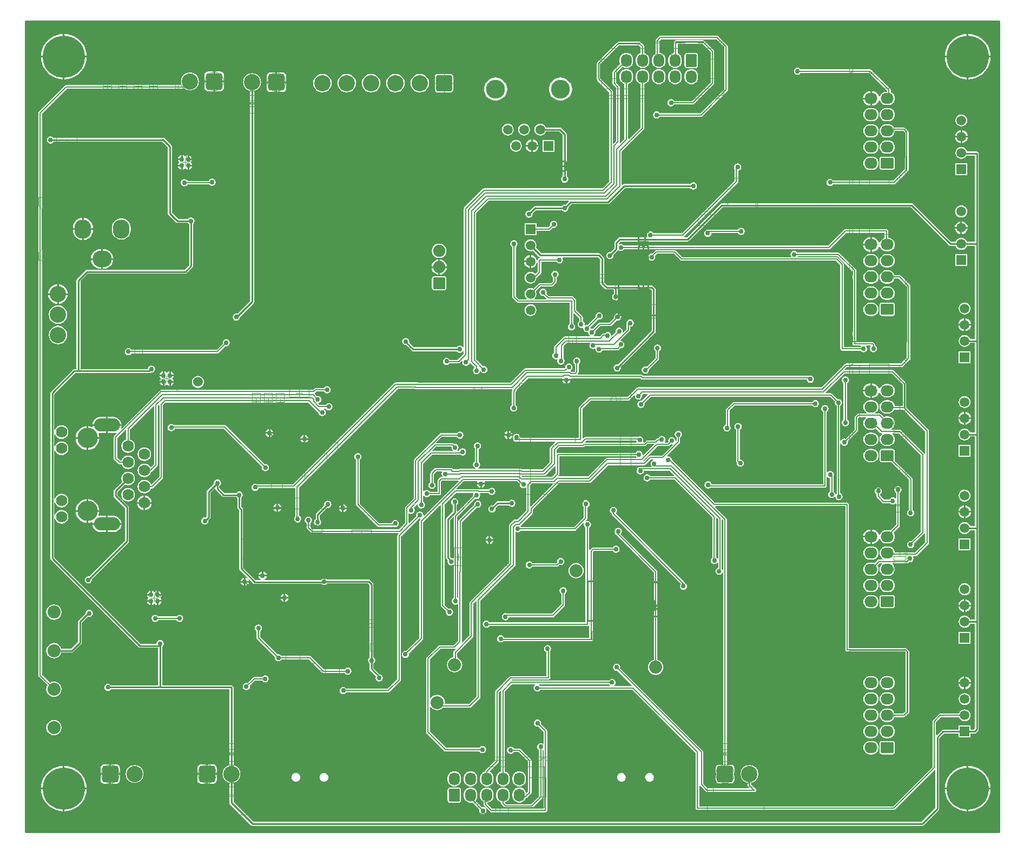
<source format=gbl>
%FSLAX25Y25*%
%MOIN*%
G70*
G01*
G75*
G04 Layer_Physical_Order=2*
G04 Layer_Color=16711680*
%ADD10R,0.02953X0.04528*%
%ADD11R,0.05512X0.03740*%
%ADD12R,0.05118X0.07480*%
%ADD13R,0.01969X0.08858*%
%ADD14R,0.07874X0.09843*%
%ADD15R,0.04724X0.07087*%
%ADD16O,0.10039X0.01575*%
%ADD17R,0.00984X0.06102*%
%ADD18R,0.04331X0.03937*%
%ADD19R,0.03937X0.04331*%
%ADD20R,0.04528X0.05709*%
%ADD21R,0.05709X0.04528*%
%ADD22R,0.03740X0.03937*%
%ADD23R,0.03937X0.03740*%
%ADD24R,0.07087X0.07874*%
%ADD25O,0.01181X0.07087*%
%ADD26O,0.07087X0.01181*%
%ADD27O,0.02362X0.08661*%
%ADD28R,0.09370X0.06850*%
%ADD29R,0.01181X0.02165*%
%ADD30R,0.03150X0.03150*%
%ADD31R,0.03150X0.03150*%
%ADD32C,0.01000*%
%ADD33C,0.00800*%
%ADD34C,0.00394*%
%ADD35C,0.00600*%
%ADD36C,0.00197*%
%ADD37C,0.00300*%
%ADD38C,0.00039*%
%ADD39C,0.26000*%
%ADD40C,0.07000*%
%ADD41O,0.16000X0.08000*%
%ADD42C,0.12600*%
%ADD43R,0.05906X0.05906*%
%ADD44C,0.05906*%
%ADD45C,0.11614*%
%ADD46R,0.05906X0.05906*%
%ADD47C,0.05906*%
%ADD48C,0.06000*%
%ADD49O,0.08000X0.06800*%
G04:AMPARAMS|DCode=50|XSize=80mil|YSize=68mil|CornerRadius=8.5mil|HoleSize=0mil|Usage=FLASHONLY|Rotation=180.000|XOffset=0mil|YOffset=0mil|HoleType=Round|Shape=RoundedRectangle|*
%AMROUNDEDRECTD50*
21,1,0.08000,0.05100,0,0,180.0*
21,1,0.06300,0.06800,0,0,180.0*
1,1,0.01700,-0.03150,0.02550*
1,1,0.01700,0.03150,0.02550*
1,1,0.01700,0.03150,-0.02550*
1,1,0.01700,-0.03150,-0.02550*
%
%ADD50ROUNDEDRECTD50*%
%ADD51C,0.08000*%
%ADD52O,0.06800X0.08000*%
G04:AMPARAMS|DCode=53|XSize=80mil|YSize=68mil|CornerRadius=8.5mil|HoleSize=0mil|Usage=FLASHONLY|Rotation=270.000|XOffset=0mil|YOffset=0mil|HoleType=Round|Shape=RoundedRectangle|*
%AMROUNDEDRECTD53*
21,1,0.08000,0.05100,0,0,270.0*
21,1,0.06300,0.06800,0,0,270.0*
1,1,0.01700,-0.02550,-0.03150*
1,1,0.01700,-0.02550,0.03150*
1,1,0.01700,0.02550,0.03150*
1,1,0.01700,0.02550,-0.03150*
%
%ADD53ROUNDEDRECTD53*%
%ADD54C,0.07500*%
G04:AMPARAMS|DCode=55|XSize=75mil|YSize=75mil|CornerRadius=9.38mil|HoleSize=0mil|Usage=FLASHONLY|Rotation=180.000|XOffset=0mil|YOffset=0mil|HoleType=Round|Shape=RoundedRectangle|*
%AMROUNDEDRECTD55*
21,1,0.07500,0.05625,0,0,180.0*
21,1,0.05625,0.07500,0,0,180.0*
1,1,0.01875,-0.02813,0.02813*
1,1,0.01875,0.02813,0.02813*
1,1,0.01875,0.02813,-0.02813*
1,1,0.01875,-0.02813,-0.02813*
%
%ADD55ROUNDEDRECTD55*%
G04:AMPARAMS|DCode=56|XSize=100mil|YSize=100mil|CornerRadius=12.5mil|HoleSize=0mil|Usage=FLASHONLY|Rotation=90.000|XOffset=0mil|YOffset=0mil|HoleType=Round|Shape=RoundedRectangle|*
%AMROUNDEDRECTD56*
21,1,0.10000,0.07500,0,0,90.0*
21,1,0.07500,0.10000,0,0,90.0*
1,1,0.02500,0.03750,0.03750*
1,1,0.02500,0.03750,-0.03750*
1,1,0.02500,-0.03750,-0.03750*
1,1,0.02500,-0.03750,0.03750*
%
%ADD56ROUNDEDRECTD56*%
%ADD57C,0.10000*%
%ADD58O,0.11811X0.10236*%
%ADD59O,0.10236X0.11811*%
%ADD60C,0.03000*%
G36*
X600000Y0D02*
X0D01*
Y500000D01*
X600000D01*
Y0D01*
D02*
G37*
%LPC*%
G36*
X534350Y236230D02*
X528050D01*
X527445Y236110D01*
X526932Y235768D01*
X526590Y235255D01*
X526470Y234650D01*
Y229550D01*
X526590Y228945D01*
X526932Y228432D01*
X527445Y228090D01*
X528050Y227970D01*
X533744D01*
X544578Y217135D01*
Y198763D01*
X544014Y198386D01*
X543528Y197658D01*
X543357Y196800D01*
X543528Y195942D01*
X544014Y195214D01*
X544742Y194728D01*
X545600Y194557D01*
X546458Y194728D01*
X547186Y195214D01*
X547672Y195942D01*
X547843Y196800D01*
X547672Y197658D01*
X547186Y198386D01*
X546822Y198630D01*
Y217600D01*
X546822Y217600D01*
X546736Y218029D01*
X546493Y218393D01*
X546493Y218393D01*
X535832Y229054D01*
X535930Y229550D01*
Y234650D01*
X535810Y235255D01*
X535467Y235768D01*
X534955Y236110D01*
X534350Y236230D01*
D02*
G37*
G36*
X582821Y196833D02*
X579400D01*
Y193412D01*
X579932Y193482D01*
X580893Y193881D01*
X581719Y194514D01*
X582353Y195340D01*
X582751Y196301D01*
X582821Y196833D01*
D02*
G37*
G36*
X198249Y199100D02*
X196300D01*
Y197151D01*
X196775Y197245D01*
X197602Y197798D01*
X198155Y198625D01*
X198249Y199100D01*
D02*
G37*
G36*
X195300D02*
X193351D01*
X193445Y198625D01*
X193998Y197798D01*
X194825Y197245D01*
X195300Y197151D01*
Y199100D01*
D02*
G37*
G36*
X54400Y194943D02*
X50900D01*
Y190400D01*
X59377D01*
X59271Y191205D01*
X58767Y192422D01*
X57966Y193466D01*
X56922Y194267D01*
X55705Y194771D01*
X54400Y194943D01*
D02*
G37*
G36*
X45686Y197400D02*
X38900D01*
Y190614D01*
X39831Y190706D01*
X41089Y191087D01*
X41340Y190875D01*
X41456Y190656D01*
X41423Y190400D01*
X49900D01*
Y194943D01*
X46400D01*
X45643Y194843D01*
X45425Y194960D01*
X45213Y195211D01*
X45594Y196469D01*
X45686Y197400D01*
D02*
G37*
G36*
X578400Y196833D02*
X574979D01*
X575049Y196301D01*
X575447Y195340D01*
X576081Y194514D01*
X576907Y193881D01*
X577868Y193482D01*
X578400Y193412D01*
Y196833D01*
D02*
G37*
G36*
X37900Y197400D02*
X31114D01*
X31206Y196469D01*
X31623Y195093D01*
X32301Y193825D01*
X33213Y192713D01*
X34325Y191801D01*
X35593Y191123D01*
X36969Y190706D01*
X37900Y190614D01*
Y197400D01*
D02*
G37*
G36*
X154900Y199400D02*
X152951D01*
X153045Y198925D01*
X153598Y198098D01*
X154425Y197545D01*
X154900Y197450D01*
Y199400D01*
D02*
G37*
G36*
X72900Y202400D02*
X68927D01*
X69016Y201725D01*
X69469Y200631D01*
X70191Y199691D01*
X71131Y198969D01*
X72225Y198516D01*
X72900Y198427D01*
Y202400D01*
D02*
G37*
G36*
X38900Y205186D02*
Y198400D01*
X45686D01*
X45594Y199331D01*
X45177Y200707D01*
X44499Y201975D01*
X43587Y203087D01*
X42475Y203999D01*
X41207Y204677D01*
X39831Y205094D01*
X38900Y205186D01*
D02*
G37*
G36*
X186500Y204243D02*
X185642Y204072D01*
X184914Y203586D01*
X184428Y202858D01*
X184257Y202000D01*
X184342Y201572D01*
X179335Y196565D01*
X179070Y196168D01*
X178977Y195700D01*
Y192728D01*
X178614Y192486D01*
X178128Y191758D01*
X177957Y190900D01*
X178128Y190042D01*
X178614Y189314D01*
X179342Y188828D01*
X180200Y188657D01*
X181058Y188828D01*
X181786Y189314D01*
X182272Y190042D01*
X182443Y190900D01*
X182272Y191758D01*
X181786Y192486D01*
X181423Y192728D01*
Y195193D01*
X186072Y199842D01*
X186500Y199757D01*
X187358Y199928D01*
X188086Y200414D01*
X188572Y201142D01*
X188743Y202000D01*
X188572Y202858D01*
X188086Y203586D01*
X187358Y204072D01*
X186500Y204243D01*
D02*
G37*
G36*
X77873Y202400D02*
X73900D01*
Y198427D01*
X74575Y198516D01*
X75669Y198969D01*
X76609Y199691D01*
X77331Y200631D01*
X77784Y201725D01*
X77873Y202400D01*
D02*
G37*
G36*
X578400Y201254D02*
X577868Y201184D01*
X576907Y200786D01*
X576081Y200152D01*
X575447Y199327D01*
X575049Y198365D01*
X574979Y197833D01*
X578400D01*
Y201254D01*
D02*
G37*
G36*
X157850Y199400D02*
X155900D01*
Y197450D01*
X156376Y197545D01*
X157202Y198098D01*
X157755Y198925D01*
X157850Y199400D01*
D02*
G37*
G36*
X37900Y205186D02*
X36969Y205094D01*
X35593Y204677D01*
X34325Y203999D01*
X33213Y203087D01*
X32301Y201975D01*
X31623Y200707D01*
X31206Y199331D01*
X31114Y198400D01*
X37900D01*
Y205186D01*
D02*
G37*
G36*
X579400Y201254D02*
Y197833D01*
X582821D01*
X582751Y198365D01*
X582353Y199327D01*
X581719Y200152D01*
X580893Y200786D01*
X579932Y201184D01*
X579400Y201254D01*
D02*
G37*
G36*
X339500Y165841D02*
X338273Y165679D01*
X337130Y165205D01*
X336148Y164452D01*
X335395Y163470D01*
X334921Y162327D01*
X334759Y161100D01*
X334921Y159873D01*
X335395Y158730D01*
X336148Y157748D01*
X337130Y156995D01*
X338273Y156521D01*
X339500Y156359D01*
X340727Y156521D01*
X341870Y156995D01*
X342852Y157748D01*
X343605Y158730D01*
X344079Y159873D01*
X344241Y161100D01*
X344079Y162327D01*
X343605Y163470D01*
X342852Y164452D01*
X341870Y165205D01*
X340727Y165679D01*
X339500Y165841D01*
D02*
G37*
G36*
X134800Y156749D02*
X134325Y156655D01*
X133498Y156102D01*
X132945Y155275D01*
X132851Y154800D01*
X134800D01*
Y156749D01*
D02*
G37*
G36*
X145800Y160549D02*
X145325Y160455D01*
X144498Y159902D01*
X143945Y159075D01*
X143851Y158600D01*
X145800D01*
Y160549D01*
D02*
G37*
G36*
X118400Y217343D02*
X117542Y217172D01*
X116814Y216686D01*
X116328Y215958D01*
X116157Y215100D01*
X116242Y214672D01*
X112135Y210565D01*
X111870Y210168D01*
X111776Y209700D01*
Y194607D01*
X111128Y193958D01*
X110700Y194043D01*
X109842Y193872D01*
X109114Y193386D01*
X108628Y192658D01*
X108457Y191800D01*
X108628Y190942D01*
X109114Y190214D01*
X109842Y189728D01*
X110700Y189557D01*
X111558Y189728D01*
X112286Y190214D01*
X112772Y190942D01*
X112943Y191800D01*
X112858Y192228D01*
X113865Y193235D01*
X114130Y193632D01*
X114224Y194100D01*
Y209193D01*
X116727Y211697D01*
X117206Y211552D01*
X117270Y211232D01*
X117535Y210835D01*
X121435Y206935D01*
X121435Y206935D01*
X121435D01*
X121435Y206935D01*
X121435D01*
X121435Y206935D01*
Y206935D01*
Y206935D01*
D01*
D01*
X121435D01*
Y206935D01*
X121832Y206670D01*
X122300Y206576D01*
X130072D01*
X130314Y206214D01*
X130676Y205972D01*
Y200100D01*
X130770Y199632D01*
X131035Y199235D01*
X131776Y198493D01*
Y162500D01*
X131776Y162500D01*
X131776D01*
X131870Y162032D01*
X132135Y161635D01*
X137001Y156768D01*
X136684Y156382D01*
X136275Y156655D01*
X135800Y156749D01*
Y154800D01*
X137750D01*
X137655Y155275D01*
X137382Y155684D01*
X137768Y156001D01*
X140535Y153235D01*
X140535Y153235D01*
X140535D01*
X140535Y153235D01*
X140535D01*
X140535Y153235D01*
Y153235D01*
Y153235D01*
D01*
D01*
X140535D01*
Y153235D01*
X140932Y152970D01*
X141400Y152876D01*
X182672D01*
X182714Y152814D01*
X183442Y152328D01*
X184300Y152157D01*
X185158Y152328D01*
X185886Y152814D01*
X186128Y153176D01*
X211193D01*
X212176Y152193D01*
Y107628D01*
X211814Y107386D01*
X211328Y106658D01*
X211157Y105800D01*
X211328Y104942D01*
X211814Y104214D01*
X212176Y103972D01*
Y100500D01*
X212270Y100032D01*
X212535Y99635D01*
X216181Y95988D01*
X216028Y95758D01*
X215857Y94900D01*
X216028Y94042D01*
X216514Y93314D01*
X217242Y92828D01*
X218100Y92657D01*
X218958Y92828D01*
X219686Y93314D01*
X220172Y94042D01*
X220343Y94900D01*
X220172Y95758D01*
X219686Y96486D01*
X218958Y96972D01*
X218583Y97047D01*
X214623Y101007D01*
Y103972D01*
X214986Y104214D01*
X215472Y104942D01*
X215643Y105800D01*
X215472Y106658D01*
X214986Y107386D01*
X214623Y107628D01*
Y152700D01*
X214530Y153168D01*
X214265Y153565D01*
X212565Y155265D01*
X212168Y155530D01*
X211700Y155623D01*
X186128D01*
X185886Y155986D01*
X185158Y156472D01*
X184300Y156643D01*
X183442Y156472D01*
X182714Y155986D01*
X182271Y155324D01*
X147506D01*
X147361Y155802D01*
X148102Y156298D01*
X148655Y157124D01*
X148749Y157600D01*
X143851D01*
X143945Y157124D01*
X144498Y156298D01*
X145239Y155802D01*
X145094Y155324D01*
X141907D01*
X134223Y163007D01*
Y199000D01*
X134130Y199468D01*
X133865Y199865D01*
X133124Y200607D01*
Y205972D01*
X133486Y206214D01*
X133972Y206942D01*
X134143Y207800D01*
X133972Y208658D01*
X133486Y209386D01*
X132758Y209872D01*
X131900Y210043D01*
X131042Y209872D01*
X130314Y209386D01*
X130072Y209023D01*
X122807D01*
X119623Y212207D01*
Y213272D01*
X119986Y213514D01*
X120472Y214242D01*
X120643Y215100D01*
X120472Y215958D01*
X119986Y216686D01*
X119258Y217172D01*
X118400Y217343D01*
D02*
G37*
G36*
X362500Y200443D02*
X361642Y200272D01*
X360914Y199786D01*
X360428Y199058D01*
X360257Y198200D01*
X360428Y197342D01*
X360914Y196614D01*
X361379Y196303D01*
Y196200D01*
X361378Y196200D01*
X361464Y195771D01*
X361707Y195407D01*
X404015Y153099D01*
X404014Y153086D01*
X403528Y152358D01*
X403357Y151500D01*
X403528Y150642D01*
X404014Y149914D01*
X404742Y149428D01*
X405600Y149257D01*
X406458Y149428D01*
X407186Y149914D01*
X407672Y150642D01*
X407843Y151500D01*
X407672Y152358D01*
X407186Y153086D01*
X406653Y153442D01*
X406636Y153529D01*
X406393Y153893D01*
X406393Y153893D01*
X364049Y196237D01*
X364086Y196614D01*
X364572Y197342D01*
X364743Y198200D01*
X364572Y199058D01*
X364086Y199786D01*
X363358Y200272D01*
X362500Y200443D01*
D02*
G37*
G36*
X81068Y148718D02*
X80593Y148624D01*
X79766Y148071D01*
X79434D01*
X78607Y148624D01*
X78132Y148718D01*
Y146268D01*
X77631D01*
Y145768D01*
X75182D01*
X75276Y145293D01*
X75829Y144466D01*
Y144134D01*
X75276Y143307D01*
X75182Y142832D01*
X77631D01*
Y142332D01*
X78132D01*
Y139882D01*
X78607Y139977D01*
X79434Y140529D01*
X79766D01*
X80593Y139977D01*
X81068Y139882D01*
Y142332D01*
X81568D01*
Y142832D01*
X84018D01*
X83924Y143307D01*
X83371Y144134D01*
Y144466D01*
X83924Y145293D01*
X84018Y145768D01*
X81568D01*
Y146268D01*
X81068D01*
Y148718D01*
D02*
G37*
G36*
X137750Y153800D02*
X135800D01*
Y151850D01*
X136275Y151945D01*
X137102Y152498D01*
X137655Y153324D01*
X137750Y153800D01*
D02*
G37*
G36*
X134800D02*
X132851D01*
X132945Y153324D01*
X133498Y152498D01*
X134325Y151945D01*
X134800Y151850D01*
Y153800D01*
D02*
G37*
G36*
X146800Y160549D02*
Y158600D01*
X148749D01*
X148655Y159075D01*
X148102Y159902D01*
X147275Y160455D01*
X146800Y160549D01*
D02*
G37*
G36*
X49900Y189400D02*
X41423D01*
X41529Y188595D01*
X42033Y187378D01*
X42834Y186334D01*
X43878Y185532D01*
X45095Y185029D01*
X46400Y184857D01*
X49900D01*
Y189400D01*
D02*
G37*
G36*
X520700Y186438D02*
X520600D01*
X519451Y186287D01*
X518381Y185843D01*
X517462Y185138D01*
X516757Y184219D01*
X516313Y183149D01*
X516228Y182500D01*
X520700D01*
Y186438D01*
D02*
G37*
G36*
X205000Y233643D02*
X204142Y233472D01*
X203414Y232986D01*
X202928Y232258D01*
X202757Y231400D01*
X202928Y230542D01*
X203414Y229814D01*
X203878Y229503D01*
Y202000D01*
X203878Y202000D01*
X203964Y201571D01*
X204207Y201207D01*
X217007Y188407D01*
X217007Y188407D01*
X217371Y188164D01*
X217800Y188078D01*
X227000D01*
X227000Y188078D01*
X227194Y188117D01*
X228000Y187957D01*
X228858Y188128D01*
X229586Y188614D01*
X230072Y189342D01*
X230243Y190200D01*
X230072Y191058D01*
X229586Y191786D01*
X228858Y192272D01*
X228000Y192443D01*
X227142Y192272D01*
X226414Y191786D01*
X225928Y191058D01*
X225781Y190322D01*
X218265D01*
X206121Y202465D01*
Y229503D01*
X206586Y229814D01*
X207072Y230542D01*
X207243Y231400D01*
X207072Y232258D01*
X206586Y232986D01*
X205858Y233472D01*
X205000Y233643D01*
D02*
G37*
G36*
X59377Y189400D02*
X50900D01*
Y184857D01*
X54400D01*
X55705Y185029D01*
X56922Y185532D01*
X57966Y186334D01*
X58767Y187378D01*
X59271Y188595D01*
X59377Y189400D01*
D02*
G37*
G36*
X521800Y176135D02*
X520600D01*
X519530Y175995D01*
X518532Y175581D01*
X517676Y174924D01*
X517019Y174068D01*
X516606Y173070D01*
X516465Y172000D01*
X516606Y170930D01*
X517019Y169932D01*
X517676Y169076D01*
X518532Y168419D01*
X519530Y168006D01*
X520600Y167865D01*
X521800D01*
X522870Y168006D01*
X523868Y168419D01*
X524724Y169076D01*
X525381Y169932D01*
X525795Y170930D01*
X525935Y172000D01*
X525795Y173070D01*
X525381Y174068D01*
X524724Y174924D01*
X523868Y175581D01*
X522870Y175995D01*
X521800Y176135D01*
D02*
G37*
G36*
X330000Y169043D02*
X329142Y168872D01*
X328414Y168386D01*
X327928Y167658D01*
X327757Y166800D01*
X327866Y166252D01*
X327335Y165722D01*
X312597D01*
X312286Y166186D01*
X311558Y166672D01*
X310700Y166843D01*
X309842Y166672D01*
X309114Y166186D01*
X308628Y165458D01*
X308457Y164600D01*
X308628Y163742D01*
X309114Y163014D01*
X309842Y162528D01*
X310700Y162357D01*
X311558Y162528D01*
X312286Y163014D01*
X312597Y163478D01*
X327800D01*
X327800Y163478D01*
X328229Y163564D01*
X328593Y163807D01*
X329452Y164666D01*
X330000Y164557D01*
X330858Y164728D01*
X331586Y165214D01*
X332072Y165942D01*
X332243Y166800D01*
X332072Y167658D01*
X331586Y168386D01*
X330858Y168872D01*
X330000Y169043D01*
D02*
G37*
G36*
X520700Y181500D02*
X516228D01*
X516313Y180851D01*
X516757Y179781D01*
X517462Y178862D01*
X518381Y178157D01*
X519451Y177713D01*
X520600Y177562D01*
X520700D01*
Y181500D01*
D02*
G37*
G36*
X582553Y180986D02*
X575247D01*
Y173681D01*
X582553D01*
Y180986D01*
D02*
G37*
G36*
X172500Y244749D02*
Y242800D01*
X174450D01*
X174355Y243275D01*
X173802Y244102D01*
X172976Y244655D01*
X172500Y244749D01*
D02*
G37*
G36*
X171500D02*
X171025Y244655D01*
X170198Y244102D01*
X169645Y243275D01*
X169551Y242800D01*
X171500D01*
Y244749D01*
D02*
G37*
G36*
X150000Y245500D02*
X148050D01*
X148145Y245024D01*
X148698Y244198D01*
X149524Y243645D01*
X150000Y243550D01*
Y245500D01*
D02*
G37*
G36*
X37900Y250186D02*
X36969Y250094D01*
X35593Y249677D01*
X34325Y248999D01*
X33213Y248087D01*
X32301Y246975D01*
X31623Y245707D01*
X31206Y244331D01*
X31114Y243400D01*
X37900D01*
Y250186D01*
D02*
G37*
G36*
X174450Y241800D02*
X172500D01*
Y239850D01*
X172976Y239945D01*
X173802Y240498D01*
X174355Y241324D01*
X174450Y241800D01*
D02*
G37*
G36*
X171500D02*
X169551D01*
X169645Y241324D01*
X170198Y240498D01*
X171025Y239945D01*
X171500Y239850D01*
Y241800D01*
D02*
G37*
G36*
X300149Y244200D02*
X298200D01*
Y242250D01*
X298675Y242345D01*
X299502Y242898D01*
X300055Y243724D01*
X300149Y244200D01*
D02*
G37*
G36*
X297200D02*
X295251D01*
X295345Y243724D01*
X295898Y242898D01*
X296725Y242345D01*
X297200Y242250D01*
Y244200D01*
D02*
G37*
G36*
X152950Y245500D02*
X151000D01*
Y243550D01*
X151476Y243645D01*
X152302Y244198D01*
X152855Y245024D01*
X152950Y245500D01*
D02*
G37*
G36*
X578400Y254550D02*
X574979D01*
X575049Y254018D01*
X575447Y253057D01*
X576081Y252231D01*
X576907Y251597D01*
X577868Y251199D01*
X578400Y251129D01*
Y254550D01*
D02*
G37*
G36*
X49900Y250400D02*
X41423D01*
X41456Y250144D01*
X41340Y249925D01*
X41089Y249713D01*
X39831Y250094D01*
X38900Y250186D01*
Y243400D01*
X45686D01*
X45594Y244331D01*
X45213Y245589D01*
X45425Y245840D01*
X45643Y245956D01*
X46400Y245857D01*
X49900D01*
Y250400D01*
D02*
G37*
G36*
Y255943D02*
X46400D01*
X45095Y255771D01*
X43878Y255268D01*
X42834Y254466D01*
X42033Y253422D01*
X41529Y252205D01*
X41423Y251400D01*
X49900D01*
Y255943D01*
D02*
G37*
G36*
X582821Y254550D02*
X579400D01*
Y251129D01*
X579932Y251199D01*
X580893Y251597D01*
X581719Y252231D01*
X582353Y253057D01*
X582751Y254018D01*
X582821Y254550D01*
D02*
G37*
G36*
X298200Y247149D02*
Y245200D01*
X300149D01*
X300055Y245675D01*
X299502Y246502D01*
X298675Y247055D01*
X298200Y247149D01*
D02*
G37*
G36*
X297200D02*
X296725Y247055D01*
X295898Y246502D01*
X295345Y245675D01*
X295251Y245200D01*
X297200D01*
Y247149D01*
D02*
G37*
G36*
X151000Y248449D02*
Y246500D01*
X152950D01*
X152855Y246975D01*
X152302Y247802D01*
X151476Y248355D01*
X151000Y248449D01*
D02*
G37*
G36*
X150000D02*
X149524Y248355D01*
X148698Y247802D01*
X148145Y246975D01*
X148050Y246500D01*
X150000D01*
Y248449D01*
D02*
G37*
G36*
X73900Y207373D02*
Y203400D01*
X77873D01*
X77784Y204075D01*
X77331Y205169D01*
X76609Y206109D01*
X75669Y206831D01*
X74575Y207284D01*
X73900Y207373D01*
D02*
G37*
G36*
X72900D02*
X72225Y207284D01*
X71131Y206831D01*
X70191Y206109D01*
X69469Y205169D01*
X69016Y204075D01*
X68927Y203400D01*
X72900D01*
Y207373D01*
D02*
G37*
G36*
X537800Y213243D02*
X536942Y213072D01*
X536214Y212586D01*
X535728Y211858D01*
X535557Y211000D01*
X535728Y210142D01*
X536214Y209414D01*
X536678Y209103D01*
Y205810D01*
X536200Y205665D01*
X536186Y205686D01*
X535458Y206172D01*
X534600Y206343D01*
X533742Y206172D01*
X533014Y205686D01*
X532528Y204958D01*
X532520Y204922D01*
X529365D01*
X526822Y207465D01*
Y208303D01*
X527286Y208614D01*
X527772Y209342D01*
X527943Y210200D01*
X527772Y211058D01*
X527286Y211786D01*
X526558Y212272D01*
X525700Y212443D01*
X524842Y212272D01*
X524114Y211786D01*
X523628Y211058D01*
X523457Y210200D01*
X523628Y209342D01*
X524114Y208614D01*
X524578Y208303D01*
Y207000D01*
X524578Y207000D01*
X524664Y206571D01*
X524907Y206207D01*
X528107Y203007D01*
X528107Y203007D01*
X528471Y202764D01*
X528900Y202678D01*
X532904D01*
X533014Y202514D01*
X533742Y202028D01*
X534600Y201857D01*
X535458Y202028D01*
X536186Y202514D01*
X536200Y202535D01*
X536678Y202390D01*
Y189365D01*
X533180Y185866D01*
X532870Y185995D01*
X531800Y186135D01*
X530600D01*
X529530Y185995D01*
X528532Y185581D01*
X527676Y184924D01*
X527019Y184068D01*
X526606Y183070D01*
X526601Y183038D01*
X526101D01*
X526087Y183149D01*
X525643Y184219D01*
X524938Y185138D01*
X524019Y185843D01*
X522949Y186287D01*
X521800Y186438D01*
X521700D01*
Y182000D01*
Y177562D01*
X521800D01*
X522949Y177713D01*
X524019Y178157D01*
X524938Y178862D01*
X525643Y179781D01*
X526087Y180851D01*
X526101Y180962D01*
X526601D01*
X526606Y180930D01*
X527019Y179932D01*
X527676Y179076D01*
X528532Y178419D01*
X529530Y178006D01*
X530600Y177865D01*
X531800D01*
X532870Y178006D01*
X533868Y178419D01*
X534724Y179076D01*
X535381Y179932D01*
X535794Y180930D01*
X535935Y182000D01*
X535794Y183070D01*
X535381Y184068D01*
X535022Y184536D01*
X538593Y188107D01*
X538593Y188107D01*
X538836Y188471D01*
X538922Y188900D01*
Y209103D01*
X539386Y209414D01*
X539872Y210142D01*
X540043Y211000D01*
X539872Y211858D01*
X539386Y212586D01*
X538658Y213072D01*
X537800Y213243D01*
D02*
G37*
G36*
X578900Y211018D02*
X577946Y210892D01*
X577058Y210524D01*
X576295Y209939D01*
X575709Y209175D01*
X575341Y208287D01*
X575216Y207333D01*
X575341Y206380D01*
X575709Y205491D01*
X576295Y204728D01*
X577058Y204143D01*
X577946Y203775D01*
X578900Y203649D01*
X579854Y203775D01*
X580742Y204143D01*
X581505Y204728D01*
X582091Y205491D01*
X582459Y206380D01*
X582584Y207333D01*
X582459Y208287D01*
X582091Y209175D01*
X581505Y209939D01*
X580742Y210524D01*
X579854Y210892D01*
X578900Y211018D01*
D02*
G37*
G36*
X196300Y202049D02*
Y200100D01*
X198249D01*
X198155Y200575D01*
X197602Y201402D01*
X196775Y201955D01*
X196300Y202049D01*
D02*
G37*
G36*
X195300D02*
X194825Y201955D01*
X193998Y201402D01*
X193445Y200575D01*
X193351Y200100D01*
X195300D01*
Y202049D01*
D02*
G37*
G36*
X155900Y202349D02*
Y200400D01*
X157850D01*
X157755Y200875D01*
X157202Y201702D01*
X156376Y202255D01*
X155900Y202349D01*
D02*
G37*
G36*
X154900D02*
X154425Y202255D01*
X153598Y201702D01*
X153045Y200875D01*
X152951Y200400D01*
X154900D01*
Y202349D01*
D02*
G37*
G36*
X63400Y222136D02*
X62304Y221992D01*
X61282Y221569D01*
X60404Y220896D01*
X59731Y220018D01*
X59308Y218996D01*
X59164Y217900D01*
X59308Y216804D01*
X59679Y215909D01*
X54835Y211065D01*
X54570Y210668D01*
X54476Y210200D01*
Y207200D01*
X54476Y207200D01*
X54476D01*
X54570Y206732D01*
X54835Y206335D01*
X61476Y199693D01*
Y179707D01*
X39328Y157558D01*
X38900Y157643D01*
X38042Y157472D01*
X37314Y156986D01*
X36828Y156258D01*
X36657Y155400D01*
X36828Y154542D01*
X37314Y153814D01*
X38042Y153328D01*
X38900Y153157D01*
X39758Y153328D01*
X40486Y153814D01*
X40972Y154542D01*
X41143Y155400D01*
X41058Y155828D01*
X63565Y178335D01*
X63830Y178732D01*
X63830Y178732D01*
X63830Y178732D01*
X63924Y179200D01*
Y200200D01*
X63830Y200668D01*
X63565Y201065D01*
X60190Y204440D01*
X60520Y204816D01*
X60520D01*
X60520Y204816D01*
X61282Y204231D01*
X62304Y203808D01*
X63400Y203664D01*
X64496Y203808D01*
X65518Y204231D01*
X66395Y204905D01*
X67069Y205782D01*
X67492Y206804D01*
X67636Y207900D01*
X67492Y208996D01*
X67069Y210018D01*
X66395Y210895D01*
X65518Y211569D01*
X64496Y211992D01*
X63400Y212136D01*
X62304Y211992D01*
X61282Y211569D01*
X60404Y210895D01*
X59731Y210018D01*
X59308Y208996D01*
X59164Y207900D01*
X59308Y206804D01*
X59731Y205782D01*
X60316Y205020D01*
X59940Y204690D01*
X56924Y207707D01*
Y209693D01*
X61409Y214179D01*
X62304Y213808D01*
X63400Y213664D01*
X64496Y213808D01*
X65518Y214231D01*
X66395Y214904D01*
X67069Y215782D01*
X67492Y216804D01*
X67636Y217900D01*
X67492Y218996D01*
X67069Y220018D01*
X66395Y220896D01*
X65518Y221569D01*
X64496Y221992D01*
X63400Y222136D01*
D02*
G37*
G36*
X37900Y242400D02*
X31114D01*
X31206Y241469D01*
X31623Y240093D01*
X32301Y238825D01*
X33213Y237713D01*
X34325Y236801D01*
X35593Y236123D01*
X36969Y235706D01*
X37900Y235614D01*
Y242400D01*
D02*
G37*
G36*
X582553Y238703D02*
X575247D01*
Y231397D01*
X582553D01*
Y238703D01*
D02*
G37*
G36*
X521800Y246235D02*
X520600D01*
X519530Y246094D01*
X518532Y245681D01*
X517676Y245024D01*
X517019Y244168D01*
X516606Y243170D01*
X516465Y242100D01*
X516606Y241030D01*
X517019Y240032D01*
X517676Y239176D01*
X518532Y238519D01*
X519530Y238106D01*
X520600Y237965D01*
X521800D01*
X522870Y238106D01*
X523868Y238519D01*
X524724Y239176D01*
X525381Y240032D01*
X525795Y241030D01*
X525935Y242100D01*
X525795Y243170D01*
X525381Y244168D01*
X524724Y245024D01*
X523868Y245681D01*
X522870Y246094D01*
X521800Y246235D01*
D02*
G37*
G36*
X45686Y242400D02*
X38900D01*
Y235614D01*
X39831Y235706D01*
X41207Y236123D01*
X42475Y236801D01*
X43587Y237713D01*
X44499Y238825D01*
X45177Y240093D01*
X45594Y241469D01*
X45686Y242400D01*
D02*
G37*
G36*
X439300Y252143D02*
X438442Y251972D01*
X437714Y251486D01*
X437228Y250758D01*
X437057Y249900D01*
X437228Y249042D01*
X437714Y248314D01*
X438178Y248004D01*
Y228800D01*
X438178Y228800D01*
X438264Y228371D01*
X438507Y228007D01*
X438566Y227948D01*
X438457Y227400D01*
X438628Y226542D01*
X439114Y225814D01*
X439842Y225328D01*
X440700Y225157D01*
X441558Y225328D01*
X442286Y225814D01*
X442772Y226542D01*
X442943Y227400D01*
X442772Y228258D01*
X442286Y228986D01*
X441558Y229472D01*
X440700Y229643D01*
X440422Y229872D01*
Y248004D01*
X440886Y248314D01*
X441372Y249042D01*
X441543Y249900D01*
X441372Y250758D01*
X440886Y251486D01*
X440158Y251972D01*
X439300Y252143D01*
D02*
G37*
G36*
X90000Y251543D02*
X89142Y251372D01*
X88414Y250886D01*
X87928Y250158D01*
X87757Y249300D01*
X87928Y248442D01*
X88414Y247714D01*
X89142Y247228D01*
X90000Y247057D01*
X90858Y247228D01*
X91586Y247714D01*
X92072Y248442D01*
X92100Y248579D01*
X122435D01*
X145866Y225148D01*
X145757Y224600D01*
X145928Y223742D01*
X146414Y223014D01*
X147142Y222528D01*
X148000Y222357D01*
X148858Y222528D01*
X149586Y223014D01*
X150072Y223742D01*
X150243Y224600D01*
X150072Y225458D01*
X149586Y226186D01*
X148858Y226672D01*
X148000Y226843D01*
X147452Y226734D01*
X123693Y250493D01*
X123329Y250736D01*
X122900Y250822D01*
X122900Y250821D01*
X91629D01*
X91586Y250886D01*
X90858Y251372D01*
X90000Y251543D01*
D02*
G37*
G36*
X73400Y237136D02*
X72304Y236992D01*
X71282Y236569D01*
X70404Y235895D01*
X69731Y235018D01*
X69308Y233996D01*
X69164Y232900D01*
X69308Y231804D01*
X69731Y230782D01*
X70404Y229905D01*
X71282Y229231D01*
X72304Y228808D01*
X73400Y228664D01*
X74496Y228808D01*
X75518Y229231D01*
X76395Y229905D01*
X77069Y230782D01*
X77492Y231804D01*
X77636Y232900D01*
X77492Y233996D01*
X77069Y235018D01*
X76395Y235895D01*
X75518Y236569D01*
X74496Y236992D01*
X73400Y237136D01*
D02*
G37*
G36*
X521800Y236235D02*
X520600D01*
X519530Y236094D01*
X518532Y235681D01*
X517676Y235024D01*
X517019Y234168D01*
X516606Y233170D01*
X516465Y232100D01*
X516606Y231030D01*
X517019Y230032D01*
X517676Y229176D01*
X518532Y228519D01*
X519530Y228105D01*
X520600Y227965D01*
X521800D01*
X522870Y228105D01*
X523868Y228519D01*
X524724Y229176D01*
X525381Y230032D01*
X525795Y231030D01*
X525935Y232100D01*
X525795Y233170D01*
X525381Y234168D01*
X524724Y235024D01*
X523868Y235681D01*
X522870Y236094D01*
X521800Y236235D01*
D02*
G37*
G36*
X51900Y41744D02*
X48650D01*
X47772Y41570D01*
X47028Y41072D01*
X46531Y40328D01*
X46356Y39450D01*
Y36200D01*
X51900D01*
Y41744D01*
D02*
G37*
G36*
X384661Y36273D02*
X383965Y36181D01*
X383316Y35912D01*
X382758Y35485D01*
X382330Y34927D01*
X382062Y34278D01*
X381970Y33582D01*
X382062Y32885D01*
X382330Y32236D01*
X382758Y31678D01*
X383316Y31251D01*
X383965Y30982D01*
X384661Y30890D01*
X385358Y30982D01*
X386007Y31251D01*
X386565Y31678D01*
X386992Y32236D01*
X387261Y32885D01*
X387353Y33582D01*
X387261Y34278D01*
X386992Y34927D01*
X386565Y35485D01*
X386007Y35912D01*
X385358Y36181D01*
X384661Y36273D01*
D02*
G37*
G36*
X111600Y41744D02*
X108350D01*
X107472Y41570D01*
X106728Y41072D01*
X106230Y40328D01*
X106056Y39450D01*
Y36200D01*
X111600D01*
Y41744D01*
D02*
G37*
G36*
X56150D02*
X52900D01*
Y36200D01*
X58444D01*
Y39450D01*
X58269Y40328D01*
X57772Y41072D01*
X57028Y41570D01*
X56150Y41744D01*
D02*
G37*
G36*
X166739Y36273D02*
X166042Y36181D01*
X165393Y35912D01*
X164835Y35485D01*
X164408Y34927D01*
X164139Y34278D01*
X164047Y33582D01*
X164139Y32885D01*
X164408Y32236D01*
X164835Y31678D01*
X165393Y31251D01*
X166042Y30982D01*
X166739Y30890D01*
X167435Y30982D01*
X168084Y31251D01*
X168642Y31678D01*
X169070Y32236D01*
X169338Y32885D01*
X169430Y33582D01*
X169338Y34278D01*
X169070Y34927D01*
X168642Y35485D01*
X168084Y35912D01*
X167435Y36181D01*
X166739Y36273D01*
D02*
G37*
G36*
X67400Y41449D02*
X65912Y41253D01*
X64525Y40679D01*
X63335Y39765D01*
X62421Y38575D01*
X61847Y37188D01*
X61651Y35700D01*
X61847Y34212D01*
X62421Y32825D01*
X63335Y31635D01*
X64525Y30721D01*
X65912Y30147D01*
X67400Y29951D01*
X68888Y30147D01*
X70275Y30721D01*
X71465Y31635D01*
X72379Y32825D01*
X72953Y34212D01*
X73149Y35700D01*
X72953Y37188D01*
X72379Y38575D01*
X71465Y39765D01*
X70275Y40679D01*
X68888Y41253D01*
X67400Y41449D01*
D02*
G37*
G36*
X367339Y36273D02*
X366642Y36181D01*
X365993Y35912D01*
X365435Y35485D01*
X365008Y34927D01*
X364739Y34278D01*
X364647Y33582D01*
X364739Y32885D01*
X365008Y32236D01*
X365435Y31678D01*
X365993Y31251D01*
X366642Y30982D01*
X367339Y30890D01*
X368035Y30982D01*
X368684Y31251D01*
X369242Y31678D01*
X369670Y32236D01*
X369938Y32885D01*
X370030Y33582D01*
X369938Y34278D01*
X369670Y34927D01*
X369242Y35485D01*
X368684Y35912D01*
X368035Y36181D01*
X367339Y36273D01*
D02*
G37*
G36*
X184061D02*
X183365Y36181D01*
X182716Y35912D01*
X182158Y35485D01*
X181730Y34927D01*
X181462Y34278D01*
X181370Y33582D01*
X181462Y32885D01*
X181730Y32236D01*
X182158Y31678D01*
X182716Y31251D01*
X183365Y30982D01*
X184061Y30890D01*
X184758Y30982D01*
X185407Y31251D01*
X185965Y31678D01*
X186392Y32236D01*
X186661Y32885D01*
X186753Y33582D01*
X186661Y34278D01*
X186392Y34927D01*
X185965Y35485D01*
X185407Y35912D01*
X184758Y36181D01*
X184061Y36273D01*
D02*
G37*
G36*
X115850Y41744D02*
X112600D01*
Y36200D01*
X118144D01*
Y39450D01*
X117970Y40328D01*
X117472Y41072D01*
X116728Y41570D01*
X115850Y41744D01*
D02*
G37*
G36*
X17700Y69041D02*
X16473Y68879D01*
X15330Y68405D01*
X14348Y67652D01*
X13595Y66670D01*
X13121Y65527D01*
X12959Y64300D01*
X13121Y63073D01*
X13595Y61930D01*
X14348Y60948D01*
X15330Y60195D01*
X16473Y59721D01*
X17700Y59559D01*
X18927Y59721D01*
X20070Y60195D01*
X21052Y60948D01*
X21805Y61930D01*
X22279Y63073D01*
X22441Y64300D01*
X22279Y65527D01*
X21805Y66670D01*
X21052Y67652D01*
X20070Y68405D01*
X18927Y68879D01*
X17700Y69041D01*
D02*
G37*
G36*
X531800Y66035D02*
X530600D01*
X529530Y65895D01*
X528532Y65481D01*
X527676Y64824D01*
X527019Y63968D01*
X526606Y62970D01*
X526465Y61900D01*
X526606Y60830D01*
X527019Y59832D01*
X527676Y58976D01*
X528532Y58319D01*
X529530Y57906D01*
X530600Y57765D01*
X531800D01*
X532870Y57906D01*
X533868Y58319D01*
X534724Y58976D01*
X535381Y59832D01*
X535794Y60830D01*
X535935Y61900D01*
X535794Y62970D01*
X535381Y63968D01*
X534724Y64824D01*
X533868Y65481D01*
X532870Y65895D01*
X531800Y66035D01*
D02*
G37*
G36*
X521800Y86035D02*
X520600D01*
X519530Y85895D01*
X518532Y85481D01*
X517676Y84824D01*
X517019Y83968D01*
X516606Y82970D01*
X516465Y81900D01*
X516606Y80830D01*
X517019Y79832D01*
X517676Y78976D01*
X518532Y78319D01*
X519530Y77905D01*
X520600Y77765D01*
X521800D01*
X522870Y77905D01*
X523868Y78319D01*
X524724Y78976D01*
X525381Y79832D01*
X525795Y80830D01*
X525935Y81900D01*
X525795Y82970D01*
X525381Y83968D01*
X524724Y84824D01*
X523868Y85481D01*
X522870Y85895D01*
X521800Y86035D01*
D02*
G37*
G36*
Y76035D02*
X520600D01*
X519530Y75894D01*
X518532Y75481D01*
X517676Y74824D01*
X517019Y73968D01*
X516606Y72970D01*
X516465Y71900D01*
X516606Y70830D01*
X517019Y69832D01*
X517676Y68976D01*
X518532Y68319D01*
X519530Y67905D01*
X520600Y67765D01*
X521800D01*
X522870Y67905D01*
X523868Y68319D01*
X524724Y68976D01*
X525381Y69832D01*
X525795Y70830D01*
X525935Y71900D01*
X525795Y72970D01*
X525381Y73968D01*
X524724Y74824D01*
X523868Y75481D01*
X522870Y75894D01*
X521800Y76035D01*
D02*
G37*
G36*
X534350Y56030D02*
X528050D01*
X527445Y55910D01*
X526932Y55568D01*
X526590Y55055D01*
X526470Y54450D01*
Y49350D01*
X526590Y48745D01*
X526932Y48232D01*
X527445Y47890D01*
X528050Y47770D01*
X534350D01*
X534955Y47890D01*
X535467Y48232D01*
X535810Y48745D01*
X535930Y49350D01*
Y54450D01*
X535810Y55055D01*
X535467Y55568D01*
X534955Y55910D01*
X534350Y56030D01*
D02*
G37*
G36*
X521800Y56035D02*
X520600D01*
X519530Y55895D01*
X518532Y55481D01*
X517676Y54824D01*
X517019Y53968D01*
X516606Y52970D01*
X516465Y51900D01*
X516606Y50830D01*
X517019Y49832D01*
X517676Y48976D01*
X518532Y48319D01*
X519530Y47905D01*
X520600Y47765D01*
X521800D01*
X522870Y47905D01*
X523868Y48319D01*
X524724Y48976D01*
X525381Y49832D01*
X525795Y50830D01*
X525935Y51900D01*
X525795Y52970D01*
X525381Y53968D01*
X524724Y54824D01*
X523868Y55481D01*
X522870Y55895D01*
X521800Y56035D01*
D02*
G37*
G36*
Y66035D02*
X520600D01*
X519530Y65895D01*
X518532Y65481D01*
X517676Y64824D01*
X517019Y63968D01*
X516606Y62970D01*
X516465Y61900D01*
X516606Y60830D01*
X517019Y59832D01*
X517676Y58976D01*
X518532Y58319D01*
X519530Y57906D01*
X520600Y57765D01*
X521800D01*
X522870Y57906D01*
X523868Y58319D01*
X524724Y58976D01*
X525381Y59832D01*
X525795Y60830D01*
X525935Y61900D01*
X525795Y62970D01*
X525381Y63968D01*
X524724Y64824D01*
X523868Y65481D01*
X522870Y65895D01*
X521800Y66035D01*
D02*
G37*
G36*
X315700Y69343D02*
X314842Y69172D01*
X314114Y68686D01*
X313628Y67958D01*
X313457Y67100D01*
X313628Y66242D01*
X314114Y65514D01*
X314842Y65028D01*
X315700Y64857D01*
X316248Y64966D01*
X319479Y61735D01*
Y54488D01*
X319038Y54252D01*
X318558Y54572D01*
X317700Y54743D01*
X316842Y54572D01*
X316114Y54086D01*
X315628Y53358D01*
X315457Y52500D01*
X315628Y51642D01*
X316114Y50914D01*
X316579Y50603D01*
Y21965D01*
X311735Y17121D01*
X296465D01*
X295796Y17790D01*
X295893Y18281D01*
X296468Y18519D01*
X297324Y19176D01*
X297981Y20032D01*
X298394Y21030D01*
X298535Y22100D01*
Y23300D01*
X298394Y24370D01*
X297981Y25368D01*
X297324Y26224D01*
X296468Y26881D01*
X295470Y27294D01*
X294400Y27435D01*
X293330Y27294D01*
X292332Y26881D01*
X291476Y26224D01*
X290819Y25368D01*
X290406Y24370D01*
X290265Y23300D01*
Y22100D01*
X290406Y21030D01*
X290819Y20032D01*
X291476Y19176D01*
X292332Y18519D01*
X293279Y18127D01*
Y17600D01*
X293278Y17600D01*
X293364Y17171D01*
X293607Y16807D01*
X295207Y15207D01*
X295207Y15207D01*
X295571Y14964D01*
X296000Y14878D01*
X296000Y14878D01*
X312200D01*
X312200Y14878D01*
X312629Y14964D01*
X312993Y15207D01*
X318493Y20707D01*
X318493Y20707D01*
X318736Y21071D01*
X318822Y21500D01*
Y50377D01*
X319250Y50634D01*
X319479Y50512D01*
Y14322D01*
X287765D01*
X284671Y17415D01*
Y18000D01*
X285470Y18105D01*
X286468Y18519D01*
X287324Y19176D01*
X287981Y20032D01*
X288394Y21030D01*
X288535Y22100D01*
Y23300D01*
X288394Y24370D01*
X287981Y25368D01*
X287324Y26224D01*
X286468Y26881D01*
X285470Y27294D01*
X284400Y27435D01*
X283330Y27294D01*
X282332Y26881D01*
X281476Y26224D01*
X280819Y25368D01*
X280405Y24370D01*
X280265Y23300D01*
Y22100D01*
X280405Y21030D01*
X280819Y20032D01*
X281476Y19176D01*
X282332Y18519D01*
X282429Y18479D01*
Y16950D01*
X282428Y16950D01*
X282514Y16521D01*
X282757Y16157D01*
X283716Y15198D01*
X283590Y15043D01*
X283590Y15043D01*
X283399Y14811D01*
X282858Y15172D01*
X282000Y15343D01*
X281619Y15267D01*
X277492Y19394D01*
X277981Y20032D01*
X278395Y21030D01*
X278535Y22100D01*
Y23300D01*
X278395Y24370D01*
X277981Y25368D01*
X277324Y26224D01*
X276468Y26881D01*
X275470Y27294D01*
X274400Y27435D01*
X273330Y27294D01*
X272332Y26881D01*
X271476Y26224D01*
X270819Y25368D01*
X270406Y24370D01*
X270265Y23300D01*
Y22100D01*
X270406Y21030D01*
X270819Y20032D01*
X271476Y19176D01*
X272332Y18519D01*
X273330Y18105D01*
X274400Y17965D01*
X275470Y18105D01*
X275568Y18146D01*
X279899Y13815D01*
X279757Y13100D01*
X279928Y12242D01*
X280414Y11514D01*
X281142Y11028D01*
X282000Y10857D01*
X282858Y11028D01*
X283586Y11514D01*
X284072Y12242D01*
X284243Y13100D01*
X284072Y13958D01*
X283711Y14499D01*
X283943Y14690D01*
X283943Y14690D01*
X284098Y14816D01*
X286507Y12407D01*
X286871Y12164D01*
X287300Y12078D01*
X287300Y12078D01*
X320600D01*
X321029Y12164D01*
X321393Y12407D01*
X321636Y12771D01*
X321722Y13200D01*
Y62200D01*
X321722Y62200D01*
X321636Y62629D01*
X321393Y62993D01*
X321393Y62993D01*
X317834Y66552D01*
X317943Y67100D01*
X317772Y67958D01*
X317286Y68686D01*
X316558Y69172D01*
X315700Y69343D01*
D02*
G37*
G36*
X299200Y52543D02*
X298342Y52372D01*
X297614Y51886D01*
X297128Y51158D01*
X296957Y50300D01*
X297128Y49442D01*
X297614Y48714D01*
X298342Y48228D01*
X299200Y48057D01*
X300058Y48228D01*
X300786Y48714D01*
X301097Y49178D01*
X304135D01*
X309778Y43535D01*
Y24865D01*
X308898Y23984D01*
X308424Y24145D01*
X308395Y24370D01*
X307981Y25368D01*
X307324Y26224D01*
X306468Y26881D01*
X305470Y27294D01*
X304400Y27435D01*
X303330Y27294D01*
X302332Y26881D01*
X301476Y26224D01*
X300819Y25368D01*
X300406Y24370D01*
X300265Y23300D01*
Y22100D01*
X300406Y21030D01*
X300819Y20032D01*
X301476Y19176D01*
X302332Y18519D01*
X303330Y18105D01*
X304400Y17965D01*
X305470Y18105D01*
X306468Y18519D01*
X307324Y19176D01*
X307981Y20032D01*
X308208Y20580D01*
X308629Y20664D01*
X308993Y20907D01*
X311693Y23607D01*
X311693Y23607D01*
X311936Y23971D01*
X311936Y23971D01*
X311936Y23971D01*
X312022Y24400D01*
X312021Y24400D01*
Y44000D01*
X312022Y44000D01*
X311936Y44429D01*
X311693Y44793D01*
X311693Y44793D01*
X305393Y51093D01*
X305029Y51336D01*
X304600Y51422D01*
X304600Y51422D01*
X301097D01*
X300786Y51886D01*
X300058Y52372D01*
X299200Y52543D01*
D02*
G37*
G36*
X266950Y27430D02*
X261850D01*
X261245Y27310D01*
X260733Y26967D01*
X260390Y26455D01*
X260373Y26367D01*
X260336Y26343D01*
X260093Y25979D01*
X260008Y25550D01*
X260093Y25121D01*
X260270Y24856D01*
Y19550D01*
X260390Y18945D01*
X260733Y18432D01*
X261245Y18090D01*
X261850Y17970D01*
X266950D01*
X267555Y18090D01*
X268068Y18432D01*
X268410Y18945D01*
X268530Y19550D01*
Y25850D01*
X268410Y26455D01*
X268068Y26967D01*
X267555Y27310D01*
X266950Y27430D01*
D02*
G37*
G36*
X24300Y40704D02*
Y27200D01*
X37804D01*
X37670Y28897D01*
X37156Y31040D01*
X36313Y33075D01*
X35161Y34954D01*
X33730Y36630D01*
X32054Y38061D01*
X30176Y39213D01*
X28140Y40056D01*
X25997Y40570D01*
X24300Y40704D01*
D02*
G37*
G36*
X23300D02*
X21603Y40570D01*
X19460Y40056D01*
X17424Y39213D01*
X15546Y38061D01*
X13870Y36630D01*
X12439Y34954D01*
X11287Y33075D01*
X10444Y31040D01*
X9930Y28897D01*
X9796Y27200D01*
X23300D01*
Y40704D01*
D02*
G37*
G36*
X37804Y26200D02*
X24300D01*
Y12696D01*
X25997Y12830D01*
X28140Y13344D01*
X30176Y14187D01*
X32054Y15339D01*
X33730Y16770D01*
X35161Y18446D01*
X36313Y20324D01*
X37156Y22360D01*
X37670Y24503D01*
X37804Y26200D01*
D02*
G37*
G36*
X23300D02*
X9796D01*
X9930Y24503D01*
X10444Y22360D01*
X11287Y20324D01*
X12439Y18446D01*
X13870Y16770D01*
X15546Y15339D01*
X17424Y14187D01*
X19460Y13344D01*
X21603Y12830D01*
X23300Y12696D01*
Y26200D01*
D02*
G37*
G36*
X594804D02*
X581300D01*
Y12696D01*
X582997Y12830D01*
X585140Y13344D01*
X587176Y14187D01*
X589054Y15339D01*
X590730Y16770D01*
X592161Y18446D01*
X593313Y20324D01*
X594156Y22360D01*
X594670Y24503D01*
X594804Y26200D01*
D02*
G37*
G36*
X580300D02*
X566796D01*
X566930Y24503D01*
X567444Y22360D01*
X568287Y20324D01*
X569439Y18446D01*
X570870Y16770D01*
X572546Y15339D01*
X574425Y14187D01*
X576460Y13344D01*
X578603Y12830D01*
X580300Y12696D01*
Y26200D01*
D02*
G37*
G36*
Y40704D02*
X578603Y40570D01*
X576460Y40056D01*
X574425Y39213D01*
X572546Y38061D01*
X570870Y36630D01*
X569439Y34954D01*
X568287Y33075D01*
X567444Y31040D01*
X566930Y28897D01*
X566796Y27200D01*
X580300D01*
Y40704D01*
D02*
G37*
G36*
X58444Y35200D02*
X52900D01*
Y29656D01*
X56150D01*
X57028Y29831D01*
X57772Y30328D01*
X58269Y31072D01*
X58444Y31950D01*
Y35200D01*
D02*
G37*
G36*
X51900D02*
X46356D01*
Y31950D01*
X46531Y31072D01*
X47028Y30328D01*
X47772Y29831D01*
X48650Y29656D01*
X51900D01*
Y35200D01*
D02*
G37*
G36*
X118144D02*
X112600D01*
Y29656D01*
X115850D01*
X116728Y29831D01*
X117472Y30328D01*
X117970Y31072D01*
X118144Y31950D01*
Y35200D01*
D02*
G37*
G36*
X111600D02*
X106056D01*
Y31950D01*
X106230Y31072D01*
X106728Y30328D01*
X107472Y29831D01*
X108350Y29656D01*
X111600D01*
Y35200D01*
D02*
G37*
G36*
X264400Y37435D02*
X263330Y37295D01*
X262332Y36881D01*
X261476Y36224D01*
X260819Y35368D01*
X260405Y34370D01*
X260265Y33300D01*
Y32100D01*
X260405Y31030D01*
X260819Y30032D01*
X261476Y29176D01*
X262332Y28519D01*
X263330Y28106D01*
X264400Y27965D01*
X265470Y28106D01*
X266468Y28519D01*
X267324Y29176D01*
X267981Y30032D01*
X268394Y31030D01*
X268535Y32100D01*
Y33300D01*
X268394Y34370D01*
X267981Y35368D01*
X267324Y36224D01*
X266468Y36881D01*
X265470Y37295D01*
X264400Y37435D01*
D02*
G37*
G36*
X581300Y40704D02*
Y27200D01*
X594804D01*
X594670Y28897D01*
X594156Y31040D01*
X593313Y33075D01*
X592161Y34954D01*
X590730Y36630D01*
X589054Y38061D01*
X587176Y39213D01*
X585140Y40056D01*
X582997Y40570D01*
X581300Y40704D01*
D02*
G37*
G36*
X304400Y37435D02*
X303330Y37295D01*
X302332Y36881D01*
X301476Y36224D01*
X300819Y35368D01*
X300406Y34370D01*
X300265Y33300D01*
Y32100D01*
X300406Y31030D01*
X300819Y30032D01*
X301476Y29176D01*
X302332Y28519D01*
X303330Y28106D01*
X304400Y27965D01*
X305470Y28106D01*
X306468Y28519D01*
X307324Y29176D01*
X307981Y30032D01*
X308395Y31030D01*
X308535Y32100D01*
Y33300D01*
X308395Y34370D01*
X307981Y35368D01*
X307324Y36224D01*
X306468Y36881D01*
X305470Y37295D01*
X304400Y37435D01*
D02*
G37*
G36*
X274400D02*
X273330Y37295D01*
X272332Y36881D01*
X271476Y36224D01*
X270819Y35368D01*
X270406Y34370D01*
X270265Y33300D01*
Y32100D01*
X270406Y31030D01*
X270819Y30032D01*
X271476Y29176D01*
X272332Y28519D01*
X273330Y28106D01*
X274400Y27965D01*
X275470Y28106D01*
X276468Y28519D01*
X277324Y29176D01*
X277981Y30032D01*
X278395Y31030D01*
X278535Y32100D01*
Y33300D01*
X278395Y34370D01*
X277981Y35368D01*
X277324Y36224D01*
X276468Y36881D01*
X275470Y37295D01*
X274400Y37435D01*
D02*
G37*
G36*
X84018Y141832D02*
X82069D01*
Y139882D01*
X82544Y139977D01*
X83371Y140529D01*
X83924Y141356D01*
X84018Y141832D01*
D02*
G37*
G36*
X77131D02*
X75182D01*
X75276Y141356D01*
X75829Y140529D01*
X76656Y139977D01*
X77131Y139882D01*
Y141832D01*
D02*
G37*
G36*
X579400Y143538D02*
Y140117D01*
X582821D01*
X582751Y140648D01*
X582353Y141610D01*
X581719Y142436D01*
X580893Y143069D01*
X579932Y143468D01*
X579400Y143538D01*
D02*
G37*
G36*
X578400D02*
X577868Y143468D01*
X576907Y143069D01*
X576081Y142436D01*
X575447Y141610D01*
X575049Y140648D01*
X574979Y140117D01*
X578400D01*
Y143538D01*
D02*
G37*
G36*
X521800Y146135D02*
X520600D01*
X519530Y145994D01*
X518532Y145581D01*
X517676Y144924D01*
X517019Y144068D01*
X516606Y143070D01*
X516465Y142000D01*
X516606Y140930D01*
X517019Y139932D01*
X517676Y139076D01*
X518532Y138419D01*
X519530Y138005D01*
X520600Y137865D01*
X521800D01*
X522870Y138005D01*
X523868Y138419D01*
X524724Y139076D01*
X525381Y139932D01*
X525795Y140930D01*
X525935Y142000D01*
X525795Y143070D01*
X525381Y144068D01*
X524724Y144924D01*
X523868Y145581D01*
X522870Y145994D01*
X521800Y146135D01*
D02*
G37*
G36*
X582821Y139117D02*
X579400D01*
Y135696D01*
X579932Y135766D01*
X580893Y136164D01*
X581719Y136797D01*
X582353Y137623D01*
X582751Y138585D01*
X582821Y139117D01*
D02*
G37*
G36*
X331500Y150943D02*
X330642Y150772D01*
X329914Y150286D01*
X329428Y149558D01*
X329257Y148700D01*
X329428Y147842D01*
X329914Y147114D01*
X330379Y146803D01*
Y140365D01*
X324635Y134622D01*
X296984D01*
X296758Y134772D01*
X295900Y134943D01*
X295042Y134772D01*
X294314Y134286D01*
X293828Y133558D01*
X293657Y132700D01*
X293828Y131842D01*
X294314Y131114D01*
X295042Y130628D01*
X295900Y130457D01*
X296758Y130628D01*
X297486Y131114D01*
X297972Y131842D01*
X298079Y132378D01*
X325100D01*
X325100Y132378D01*
X325529Y132464D01*
X325893Y132707D01*
X332293Y139107D01*
X332293Y139107D01*
X332536Y139471D01*
X332536Y139471D01*
X332536Y139471D01*
X332622Y139900D01*
X332622Y139900D01*
Y146803D01*
X333086Y147114D01*
X333572Y147842D01*
X333743Y148700D01*
X333572Y149558D01*
X333086Y150286D01*
X332358Y150772D01*
X331500Y150943D01*
D02*
G37*
G36*
X534350Y146130D02*
X528050D01*
X527445Y146010D01*
X526932Y145668D01*
X526590Y145155D01*
X526470Y144550D01*
Y139450D01*
X526590Y138845D01*
X526932Y138332D01*
X527445Y137990D01*
X528050Y137870D01*
X534350D01*
X534955Y137990D01*
X535467Y138332D01*
X535810Y138845D01*
X535930Y139450D01*
Y144550D01*
X535810Y145155D01*
X535467Y145668D01*
X534955Y146010D01*
X534350Y146130D01*
D02*
G37*
G36*
X159300Y143900D02*
X157351D01*
X157445Y143424D01*
X157998Y142598D01*
X158825Y142045D01*
X159300Y141951D01*
Y143900D01*
D02*
G37*
G36*
X82069Y148718D02*
Y146768D01*
X84018D01*
X83924Y147244D01*
X83371Y148071D01*
X82544Y148624D01*
X82069Y148718D01*
D02*
G37*
G36*
X77131D02*
X76656Y148624D01*
X75829Y148071D01*
X75276Y147244D01*
X75182Y146768D01*
X77131D01*
Y148718D01*
D02*
G37*
G36*
X531800Y156135D02*
X530600D01*
X529530Y155994D01*
X528532Y155581D01*
X527676Y154924D01*
X527019Y154068D01*
X526606Y153070D01*
X526465Y152000D01*
X526606Y150930D01*
X527019Y149932D01*
X527676Y149076D01*
X528532Y148419D01*
X529530Y148005D01*
X530600Y147865D01*
X531800D01*
X532870Y148005D01*
X533868Y148419D01*
X534724Y149076D01*
X535381Y149932D01*
X535794Y150930D01*
X535935Y152000D01*
X535794Y153070D01*
X535381Y154068D01*
X534724Y154924D01*
X533868Y155581D01*
X532870Y155994D01*
X531800Y156135D01*
D02*
G37*
G36*
X521800D02*
X520600D01*
X519530Y155994D01*
X518532Y155581D01*
X517676Y154924D01*
X517019Y154068D01*
X516606Y153070D01*
X516465Y152000D01*
X516606Y150930D01*
X517019Y149932D01*
X517676Y149076D01*
X518532Y148419D01*
X519530Y148005D01*
X520600Y147865D01*
X521800D01*
X522870Y148005D01*
X523868Y148419D01*
X524724Y149076D01*
X525381Y149932D01*
X525795Y150930D01*
X525935Y152000D01*
X525795Y153070D01*
X525381Y154068D01*
X524724Y154924D01*
X523868Y155581D01*
X522870Y155994D01*
X521800Y156135D01*
D02*
G37*
G36*
X159300Y146850D02*
X158825Y146755D01*
X157998Y146202D01*
X157445Y145376D01*
X157351Y144900D01*
X159300D01*
Y146850D01*
D02*
G37*
G36*
X162250Y143900D02*
X160300D01*
Y141951D01*
X160775Y142045D01*
X161602Y142598D01*
X162155Y143424D01*
X162250Y143900D01*
D02*
G37*
G36*
X578900Y153301D02*
X577946Y153175D01*
X577058Y152807D01*
X576295Y152222D01*
X575709Y151459D01*
X575341Y150570D01*
X575216Y149617D01*
X575341Y148663D01*
X575709Y147775D01*
X576295Y147011D01*
X577058Y146426D01*
X577946Y146058D01*
X578900Y145932D01*
X579854Y146058D01*
X580742Y146426D01*
X581505Y147011D01*
X582091Y147775D01*
X582459Y148663D01*
X582584Y149617D01*
X582459Y150570D01*
X582091Y151459D01*
X581505Y152222D01*
X580742Y152807D01*
X579854Y153175D01*
X578900Y153301D01*
D02*
G37*
G36*
X160300Y146850D02*
Y144900D01*
X162250D01*
X162155Y145376D01*
X161602Y146202D01*
X160775Y146755D01*
X160300Y146850D01*
D02*
G37*
G36*
X582821Y91400D02*
X579400D01*
Y87979D01*
X579932Y88049D01*
X580893Y88447D01*
X581719Y89081D01*
X582353Y89907D01*
X582751Y90868D01*
X582821Y91400D01*
D02*
G37*
G36*
X578400D02*
X574979D01*
X575049Y90868D01*
X575447Y89907D01*
X576081Y89081D01*
X576907Y88447D01*
X577868Y88049D01*
X578400Y87979D01*
Y91400D01*
D02*
G37*
G36*
Y95821D02*
X577868Y95751D01*
X576907Y95353D01*
X576081Y94719D01*
X575447Y93893D01*
X575049Y92932D01*
X574979Y92400D01*
X578400D01*
Y95821D01*
D02*
G37*
G36*
X15600Y428943D02*
X14742Y428772D01*
X14014Y428286D01*
X13528Y427558D01*
X13357Y426700D01*
X13528Y425842D01*
X14014Y425114D01*
X14742Y424628D01*
X15600Y424457D01*
X16458Y424628D01*
X17186Y425114D01*
X17428Y425477D01*
X84500D01*
X84578Y425492D01*
X87876Y422193D01*
Y381300D01*
X87876Y381300D01*
X87876D01*
X87970Y380832D01*
X88235Y380435D01*
X92835Y375835D01*
X93232Y375570D01*
X93700Y375477D01*
X100272D01*
X100514Y375114D01*
X101076Y374738D01*
Y349507D01*
X98193Y346623D01*
X38100D01*
X37632Y346530D01*
X37235Y346265D01*
X31935Y340965D01*
X31670Y340568D01*
X31576Y340100D01*
Y285423D01*
X30300D01*
X29832Y285330D01*
X29435Y285065D01*
X15835Y271465D01*
X15570Y271068D01*
X15476Y270600D01*
Y168800D01*
X15476Y168800D01*
X15476D01*
X15570Y168332D01*
X15835Y167935D01*
X69835Y113935D01*
X69835Y113935D01*
X69835D01*
X69835Y113935D01*
X69835D01*
X69835Y113935D01*
Y113935D01*
Y113935D01*
D01*
D01*
X69835D01*
Y113935D01*
X70232Y113670D01*
X70700Y113576D01*
X81876D01*
Y90424D01*
X52828D01*
X52586Y90786D01*
X51858Y91272D01*
X51000Y91443D01*
X50142Y91272D01*
X49414Y90786D01*
X48928Y90058D01*
X48757Y89200D01*
X48928Y88342D01*
X49414Y87614D01*
X50142Y87128D01*
X51000Y86957D01*
X51858Y87128D01*
X52586Y87614D01*
X52828Y87976D01*
X125876D01*
Y41288D01*
X125612Y41253D01*
X124225Y40679D01*
X123035Y39765D01*
X122121Y38575D01*
X121547Y37188D01*
X121351Y35700D01*
X121547Y34212D01*
X122121Y32825D01*
X123035Y31635D01*
X124225Y30721D01*
X125612Y30147D01*
X125876Y30112D01*
Y18000D01*
X125876Y18000D01*
X125876D01*
X125970Y17532D01*
X126235Y17135D01*
X139235Y4135D01*
X139632Y3870D01*
X140100Y3777D01*
X552700D01*
X553168Y3870D01*
X553565Y4135D01*
X553565Y4135D01*
X553565Y4135D01*
X562865Y13435D01*
X563130Y13832D01*
X563224Y14300D01*
X563224Y14300D01*
X563224Y14300D01*
Y14300D01*
Y57793D01*
X566107Y60676D01*
X575247D01*
Y58247D01*
X582553D01*
Y60676D01*
X585000D01*
X585468Y60770D01*
X585865Y61035D01*
X585865Y61035D01*
X585865Y61035D01*
X587265Y62435D01*
X587530Y62832D01*
X587624Y63300D01*
X587624Y63300D01*
X587624Y63300D01*
Y63300D01*
Y129617D01*
Y187333D01*
Y245050D01*
Y302767D01*
Y362583D01*
Y418300D01*
X587530Y418768D01*
X587265Y419165D01*
X586868Y419430D01*
X586400Y419523D01*
X580476D01*
X580459Y419654D01*
X580091Y420542D01*
X579505Y421305D01*
X578742Y421891D01*
X577854Y422259D01*
X576900Y422384D01*
X575946Y422259D01*
X575058Y421891D01*
X574295Y421305D01*
X573709Y420542D01*
X573341Y419654D01*
X573216Y418700D01*
X573341Y417746D01*
X573709Y416858D01*
X574295Y416095D01*
X575058Y415509D01*
X575946Y415141D01*
X576900Y415016D01*
X577854Y415141D01*
X578742Y415509D01*
X579505Y416095D01*
X580091Y416858D01*
X580181Y417076D01*
X585177D01*
Y363807D01*
X580247D01*
X579991Y364425D01*
X579405Y365189D01*
X578642Y365774D01*
X577754Y366142D01*
X576800Y366268D01*
X575846Y366142D01*
X574958Y365774D01*
X574195Y365189D01*
X573609Y364425D01*
X573353Y363807D01*
X570623D01*
X547165Y387265D01*
X546768Y387530D01*
X546300Y387624D01*
X429200D01*
X428732Y387530D01*
X428573Y387424D01*
X428335Y387265D01*
X407643Y366574D01*
X405827D01*
X405729Y367064D01*
X406093Y367307D01*
X439093Y400307D01*
X439093Y400307D01*
X439336Y400671D01*
X439336Y400671D01*
X439336Y400671D01*
X439422Y401100D01*
X439422Y401100D01*
Y407741D01*
X439858Y407828D01*
X440586Y408314D01*
X441072Y409042D01*
X441243Y409900D01*
X441072Y410758D01*
X440586Y411486D01*
X439858Y411972D01*
X439000Y412143D01*
X438596Y412063D01*
X438300Y412122D01*
X437871Y412036D01*
X437507Y411793D01*
X437264Y411429D01*
X437216Y411190D01*
X436928Y410758D01*
X436757Y409900D01*
X436928Y409042D01*
X437178Y408666D01*
Y401565D01*
X404835Y369221D01*
X387196D01*
X386886Y369686D01*
X386158Y370172D01*
X385300Y370343D01*
X384442Y370172D01*
X383714Y369686D01*
X383228Y368958D01*
X383057Y368100D01*
X383228Y367242D01*
X383379Y367015D01*
X383144Y366574D01*
X366450D01*
X365982Y366480D01*
X365585Y366215D01*
X363385Y364015D01*
X363120Y363618D01*
X363026Y363150D01*
Y359857D01*
X360728Y357558D01*
X360300Y357643D01*
X359442Y357472D01*
X358714Y356986D01*
X358228Y356258D01*
X358057Y355400D01*
X358228Y354542D01*
X358714Y353814D01*
X359442Y353328D01*
X360300Y353157D01*
X361158Y353328D01*
X361886Y353814D01*
X362372Y354542D01*
X362543Y355400D01*
X362458Y355828D01*
X365115Y358485D01*
X365163Y358556D01*
X365653Y358654D01*
X366142Y358328D01*
X367000Y358157D01*
X367858Y358328D01*
X368586Y358814D01*
X368897Y359278D01*
X495300D01*
X495300Y359278D01*
X495729Y359364D01*
X496093Y359607D01*
X505865Y369378D01*
X529578D01*
Y366201D01*
X529530Y366195D01*
X528532Y365781D01*
X527676Y365124D01*
X527019Y364268D01*
X526606Y363270D01*
X526601Y363238D01*
X526101D01*
X526087Y363349D01*
X525643Y364419D01*
X524938Y365338D01*
X524019Y366043D01*
X522949Y366487D01*
X521800Y366638D01*
X521700D01*
Y362200D01*
Y357762D01*
X521800D01*
X522949Y357913D01*
X524019Y358357D01*
X524938Y359062D01*
X525643Y359981D01*
X526087Y361051D01*
X526101Y361162D01*
X526601D01*
X526606Y361130D01*
X527019Y360132D01*
X527676Y359276D01*
X528532Y358619D01*
X529530Y358206D01*
X530600Y358065D01*
X531800D01*
X532870Y358206D01*
X533868Y358619D01*
X534724Y359276D01*
X535381Y360132D01*
X535794Y361130D01*
X535935Y362200D01*
X535794Y363270D01*
X535381Y364268D01*
X534724Y365124D01*
X533868Y365781D01*
X532870Y366195D01*
X531822Y366333D01*
Y370500D01*
X531736Y370929D01*
X531493Y371293D01*
X531129Y371536D01*
X530700Y371621D01*
X505400D01*
X505400Y371622D01*
X504971Y371536D01*
X504607Y371293D01*
X504607Y371293D01*
X494835Y361522D01*
X368897D01*
X368586Y361986D01*
X367858Y362472D01*
X367000Y362643D01*
X366142Y362472D01*
X365915Y362321D01*
X365787Y362389D01*
X365714Y362883D01*
X366957Y364126D01*
X408150D01*
X408618Y364220D01*
X409015Y364485D01*
X409015Y364485D01*
X409015Y364485D01*
X429707Y385176D01*
X545793D01*
X569251Y361718D01*
X569251Y361718D01*
X569251D01*
X569251Y361718D01*
X569252D01*
X569252Y361718D01*
Y361718D01*
Y361718D01*
D01*
D01*
X569252D01*
Y361718D01*
X569649Y361453D01*
X570117Y361360D01*
X573353D01*
X573609Y360741D01*
X574195Y359978D01*
X574958Y359393D01*
X575846Y359025D01*
X576800Y358899D01*
X577754Y359025D01*
X578642Y359393D01*
X579405Y359978D01*
X579991Y360741D01*
X580247Y361360D01*
X585177D01*
Y303990D01*
X582347D01*
X582091Y304609D01*
X581505Y305372D01*
X580742Y305957D01*
X579854Y306325D01*
X578900Y306451D01*
X577946Y306325D01*
X577058Y305957D01*
X576295Y305372D01*
X575709Y304609D01*
X575341Y303720D01*
X575216Y302767D01*
X575341Y301813D01*
X575709Y300924D01*
X576295Y300162D01*
X577058Y299576D01*
X577946Y299208D01*
X578900Y299082D01*
X579854Y299208D01*
X580742Y299576D01*
X581505Y300162D01*
X582091Y300924D01*
X582347Y301543D01*
X585177D01*
Y246273D01*
X582347D01*
X582091Y246892D01*
X581505Y247655D01*
X580742Y248241D01*
X579854Y248609D01*
X578900Y248734D01*
X577946Y248609D01*
X577058Y248241D01*
X576295Y247655D01*
X575709Y246892D01*
X575341Y246004D01*
X575216Y245050D01*
X575341Y244096D01*
X575709Y243208D01*
X576295Y242445D01*
X577058Y241859D01*
X577946Y241491D01*
X578900Y241366D01*
X579854Y241491D01*
X580742Y241859D01*
X581505Y242445D01*
X582091Y243208D01*
X582347Y243827D01*
X585177D01*
Y188557D01*
X582347D01*
X582091Y189175D01*
X581505Y189938D01*
X580742Y190524D01*
X579854Y190892D01*
X578900Y191018D01*
X577946Y190892D01*
X577058Y190524D01*
X576295Y189938D01*
X575709Y189175D01*
X575341Y188287D01*
X575216Y187333D01*
X575341Y186380D01*
X575709Y185491D01*
X576295Y184728D01*
X577058Y184143D01*
X577946Y183775D01*
X578900Y183649D01*
X579854Y183775D01*
X580742Y184143D01*
X581505Y184728D01*
X582091Y185491D01*
X582347Y186110D01*
X585177D01*
Y130840D01*
X582347D01*
X582091Y131459D01*
X581505Y132222D01*
X580742Y132807D01*
X579854Y133175D01*
X578900Y133301D01*
X577946Y133175D01*
X577058Y132807D01*
X576295Y132222D01*
X575709Y131459D01*
X575341Y130570D01*
X575216Y129617D01*
X575341Y128663D01*
X575709Y127775D01*
X576295Y127012D01*
X577058Y126426D01*
X577946Y126058D01*
X578900Y125932D01*
X579854Y126058D01*
X580742Y126426D01*
X581505Y127012D01*
X582091Y127775D01*
X582347Y128393D01*
X585177D01*
Y63807D01*
X584493Y63124D01*
X582553D01*
Y65553D01*
X575247D01*
Y63124D01*
X565600D01*
X565132Y63030D01*
X564735Y62765D01*
X561684Y59714D01*
X561222Y59905D01*
Y67635D01*
X564365Y70778D01*
X575411D01*
X575709Y70058D01*
X576295Y69295D01*
X577058Y68709D01*
X577946Y68341D01*
X578900Y68216D01*
X579854Y68341D01*
X580742Y68709D01*
X581505Y69295D01*
X582091Y70058D01*
X582459Y70946D01*
X582584Y71900D01*
X582459Y72854D01*
X582091Y73742D01*
X581505Y74505D01*
X580742Y75091D01*
X579854Y75459D01*
X578900Y75584D01*
X577946Y75459D01*
X577058Y75091D01*
X576295Y74505D01*
X575709Y73742D01*
X575411Y73022D01*
X563900D01*
X563900Y73022D01*
X563471Y72936D01*
X563107Y72693D01*
X563107Y72693D01*
X559307Y68893D01*
X559064Y68529D01*
X558978Y68100D01*
X558978Y68100D01*
Y39965D01*
X534735Y15721D01*
X415322D01*
Y28422D01*
X415800Y28567D01*
X415907Y28407D01*
X419307Y25007D01*
X419307Y25007D01*
X419671Y24764D01*
X419671Y24764D01*
X419671Y24764D01*
D01*
X419671Y24764D01*
X419671Y24764D01*
X420100Y24678D01*
X420100Y24678D01*
X449300D01*
X449300Y24678D01*
X449729Y24764D01*
X450093Y25007D01*
X450336Y25371D01*
X450422Y25800D01*
X450336Y26229D01*
X450093Y26593D01*
X447422Y29265D01*
Y30099D01*
X447788Y30147D01*
X449175Y30721D01*
X450365Y31635D01*
X451279Y32825D01*
X451853Y34212D01*
X452049Y35700D01*
X451853Y37188D01*
X451279Y38575D01*
X450365Y39765D01*
X449175Y40679D01*
X447788Y41253D01*
X446300Y41449D01*
X444812Y41253D01*
X443425Y40679D01*
X442235Y39765D01*
X441321Y38575D01*
X440747Y37188D01*
X440551Y35700D01*
X440747Y34212D01*
X441321Y32825D01*
X442235Y31635D01*
X443425Y30721D01*
X444812Y30147D01*
X445178Y30099D01*
Y28800D01*
X445178Y28800D01*
X445264Y28371D01*
X445507Y28007D01*
X446130Y27384D01*
X445939Y26922D01*
X420565D01*
X417822Y29665D01*
Y49200D01*
X417822Y49200D01*
X417736Y49629D01*
X417493Y49993D01*
X366534Y100952D01*
X366643Y101500D01*
X366472Y102358D01*
X365986Y103086D01*
X365258Y103572D01*
X364400Y103743D01*
X363542Y103572D01*
X362814Y103086D01*
X362328Y102358D01*
X362157Y101500D01*
X362328Y100642D01*
X362814Y99914D01*
X363542Y99428D01*
X364400Y99257D01*
X364948Y99366D01*
X373930Y90383D01*
X373739Y89922D01*
X363011D01*
X362866Y90400D01*
X363186Y90614D01*
X363672Y91342D01*
X363843Y92200D01*
X363672Y93058D01*
X363186Y93786D01*
X362458Y94272D01*
X361600Y94443D01*
X360742Y94272D01*
X360014Y93786D01*
X359703Y93322D01*
X299861D01*
X299802Y93463D01*
X300080Y93878D01*
X322350D01*
X322779Y93964D01*
X323143Y94207D01*
X323386Y94571D01*
X323471Y95000D01*
Y111304D01*
X323486Y111314D01*
X323972Y112042D01*
X324143Y112900D01*
X323972Y113758D01*
X323486Y114486D01*
X322758Y114972D01*
X321900Y115143D01*
X321042Y114972D01*
X320314Y114486D01*
X319828Y113758D01*
X319657Y112900D01*
X319828Y112042D01*
X320314Y111314D01*
X321042Y110828D01*
X321229Y110791D01*
Y96122D01*
X299300D01*
X299300Y96122D01*
X298871Y96036D01*
X298507Y95793D01*
X298507Y95793D01*
X289907Y87193D01*
X289664Y86829D01*
X289578Y86400D01*
X289579Y86400D01*
Y43965D01*
X283607Y37993D01*
X283364Y37629D01*
X283294Y37280D01*
X282332Y36881D01*
X281476Y36224D01*
X280819Y35368D01*
X280405Y34370D01*
X280265Y33300D01*
Y32100D01*
X280405Y31030D01*
X280819Y30032D01*
X281476Y29176D01*
X282332Y28519D01*
X283330Y28106D01*
X284400Y27965D01*
X285470Y28106D01*
X286468Y28519D01*
X287324Y29176D01*
X287981Y30032D01*
X288394Y31030D01*
X288535Y32100D01*
Y33300D01*
X288394Y34370D01*
X287981Y35368D01*
X287324Y36224D01*
X286468Y36881D01*
X286318Y36944D01*
X286220Y37434D01*
X291493Y42707D01*
X291493Y42707D01*
X291736Y43071D01*
X291736Y43071D01*
X291736Y43071D01*
X291822Y43500D01*
X291822Y43500D01*
Y85935D01*
X292816Y86930D01*
X293279Y86739D01*
Y37273D01*
X292332Y36881D01*
X291476Y36224D01*
X290819Y35368D01*
X290406Y34370D01*
X290265Y33300D01*
Y32100D01*
X290406Y31030D01*
X290819Y30032D01*
X291476Y29176D01*
X292332Y28519D01*
X293330Y28106D01*
X294400Y27965D01*
X295470Y28106D01*
X296468Y28519D01*
X297324Y29176D01*
X297981Y30032D01*
X298394Y31030D01*
X298535Y32100D01*
Y33300D01*
X298394Y34370D01*
X297981Y35368D01*
X297324Y36224D01*
X296468Y36881D01*
X295521Y37273D01*
Y86635D01*
X299965Y91078D01*
X314089D01*
X314234Y90600D01*
X313914Y90386D01*
X313428Y89658D01*
X313257Y88800D01*
X313428Y87942D01*
X313914Y87214D01*
X314642Y86728D01*
X315500Y86557D01*
X316358Y86728D01*
X317086Y87214D01*
X317396Y87678D01*
X374090D01*
X413078Y48690D01*
Y14600D01*
X413078Y14600D01*
X413078D01*
X413164Y14171D01*
X413407Y13807D01*
X413771Y13564D01*
X414200Y13478D01*
X535200D01*
X535200Y13478D01*
X535629Y13564D01*
X535993Y13807D01*
X560315Y38128D01*
X560777Y37937D01*
Y14807D01*
X552193Y6224D01*
X140607D01*
X128323Y18507D01*
Y30112D01*
X128588Y30147D01*
X129975Y30721D01*
X131165Y31635D01*
X132079Y32825D01*
X132653Y34212D01*
X132849Y35700D01*
X132653Y37188D01*
X132079Y38575D01*
X131165Y39765D01*
X129975Y40679D01*
X128588Y41253D01*
X128323Y41288D01*
Y89200D01*
X128230Y89668D01*
X127965Y90065D01*
X127568Y90330D01*
X127100Y90424D01*
X84324D01*
Y114272D01*
X84686Y114514D01*
X85172Y115242D01*
X85343Y116100D01*
X85172Y116958D01*
X84686Y117686D01*
X83958Y118172D01*
X83100Y118343D01*
X82242Y118172D01*
X81514Y117686D01*
X81028Y116958D01*
X80857Y116100D01*
X80794Y116024D01*
X71207D01*
X17923Y169307D01*
Y192851D01*
X18414Y192948D01*
X18731Y192182D01*
X19405Y191305D01*
X20282Y190631D01*
X21304Y190208D01*
X22400Y190064D01*
X23496Y190208D01*
X24518Y190631D01*
X25396Y191305D01*
X26069Y192182D01*
X26492Y193204D01*
X26636Y194300D01*
X26492Y195396D01*
X26069Y196418D01*
X25396Y197295D01*
X24518Y197969D01*
X23496Y198392D01*
X22400Y198536D01*
X21304Y198392D01*
X20282Y197969D01*
X19405Y197295D01*
X18731Y196418D01*
X18414Y195652D01*
X17923Y195749D01*
Y202851D01*
X18414Y202948D01*
X18731Y202182D01*
X19405Y201305D01*
X20282Y200631D01*
X21304Y200208D01*
X22400Y200064D01*
X23496Y200208D01*
X24518Y200631D01*
X25396Y201305D01*
X26069Y202182D01*
X26492Y203204D01*
X26636Y204300D01*
X26492Y205396D01*
X26069Y206418D01*
X25396Y207295D01*
X24518Y207969D01*
X23496Y208392D01*
X22400Y208536D01*
X21304Y208392D01*
X20282Y207969D01*
X19405Y207295D01*
X18731Y206418D01*
X18414Y205652D01*
X17923Y205749D01*
Y235051D01*
X18414Y235148D01*
X18731Y234382D01*
X19405Y233505D01*
X20282Y232831D01*
X21304Y232408D01*
X22400Y232264D01*
X23496Y232408D01*
X24518Y232831D01*
X25396Y233505D01*
X26069Y234382D01*
X26492Y235404D01*
X26636Y236500D01*
X26492Y237596D01*
X26069Y238618D01*
X25396Y239495D01*
X24518Y240169D01*
X23496Y240592D01*
X22400Y240736D01*
X21304Y240592D01*
X20282Y240169D01*
X19405Y239495D01*
X18731Y238618D01*
X18414Y237852D01*
X17923Y237949D01*
Y245051D01*
X18414Y245148D01*
X18731Y244382D01*
X19405Y243505D01*
X20282Y242831D01*
X21304Y242408D01*
X22400Y242264D01*
X23496Y242408D01*
X24518Y242831D01*
X25396Y243505D01*
X26069Y244382D01*
X26492Y245404D01*
X26636Y246500D01*
X26492Y247596D01*
X26069Y248618D01*
X25396Y249496D01*
X24518Y250169D01*
X23496Y250592D01*
X22400Y250736D01*
X21304Y250592D01*
X20282Y250169D01*
X19405Y249496D01*
X18731Y248618D01*
X18414Y247852D01*
X17923Y247949D01*
Y270093D01*
X30807Y282977D01*
X76600D01*
X77068Y283070D01*
X77337Y283249D01*
X77800Y283157D01*
X78658Y283328D01*
X79386Y283814D01*
X79872Y284542D01*
X80043Y285400D01*
X79872Y286258D01*
X79386Y286986D01*
X78658Y287472D01*
X77800Y287643D01*
X76942Y287472D01*
X76214Y286986D01*
X75728Y286258D01*
X75562Y285423D01*
X34023D01*
Y339593D01*
X38607Y344177D01*
X98700D01*
X99168Y344270D01*
X99565Y344535D01*
X99565Y344535D01*
X99565Y344535D01*
X103165Y348135D01*
X103430Y348532D01*
X103524Y349000D01*
X103524Y349000D01*
X103524Y349000D01*
Y349000D01*
Y375005D01*
X103686Y375114D01*
X104172Y375842D01*
X104343Y376700D01*
X104172Y377558D01*
X103686Y378286D01*
X102958Y378772D01*
X102100Y378943D01*
X101242Y378772D01*
X100514Y378286D01*
X100272Y377923D01*
X94207D01*
X90324Y381807D01*
Y422700D01*
X90230Y423168D01*
X89965Y423565D01*
X85665Y427865D01*
X85268Y428130D01*
X84800Y428224D01*
X84332Y428130D01*
X84022Y427923D01*
X17428D01*
X17186Y428286D01*
X16458Y428772D01*
X15600Y428943D01*
D02*
G37*
G36*
X578900Y85584D02*
X577946Y85459D01*
X577058Y85091D01*
X576295Y84505D01*
X575709Y83742D01*
X575341Y82854D01*
X575216Y81900D01*
X575341Y80946D01*
X575709Y80058D01*
X576295Y79295D01*
X577058Y78709D01*
X577946Y78341D01*
X578900Y78216D01*
X579854Y78341D01*
X580742Y78709D01*
X581505Y79295D01*
X582091Y80058D01*
X582459Y80946D01*
X582584Y81900D01*
X582459Y82854D01*
X582091Y83742D01*
X581505Y84505D01*
X580742Y85091D01*
X579854Y85459D01*
X578900Y85584D01*
D02*
G37*
G36*
X531800Y86035D02*
X530600D01*
X529530Y85895D01*
X528532Y85481D01*
X527676Y84824D01*
X527019Y83968D01*
X526606Y82970D01*
X526465Y81900D01*
X526606Y80830D01*
X527019Y79832D01*
X527676Y78976D01*
X528532Y78319D01*
X529530Y77905D01*
X530600Y77765D01*
X531800D01*
X532870Y77905D01*
X533868Y78319D01*
X534724Y78976D01*
X535381Y79832D01*
X535794Y80830D01*
X535935Y81900D01*
X535794Y82970D01*
X535381Y83968D01*
X534724Y84824D01*
X533868Y85481D01*
X532870Y85895D01*
X531800Y86035D01*
D02*
G37*
G36*
Y96035D02*
X530600D01*
X529530Y95894D01*
X528532Y95481D01*
X527676Y94824D01*
X527019Y93968D01*
X526606Y92970D01*
X526465Y91900D01*
X526606Y90830D01*
X527019Y89832D01*
X527676Y88976D01*
X528532Y88319D01*
X529530Y87906D01*
X530600Y87765D01*
X531800D01*
X532870Y87906D01*
X533868Y88319D01*
X534724Y88976D01*
X535381Y89832D01*
X535794Y90830D01*
X535935Y91900D01*
X535794Y92970D01*
X535381Y93968D01*
X534724Y94824D01*
X533868Y95481D01*
X532870Y95894D01*
X531800Y96035D01*
D02*
G37*
G36*
X521800D02*
X520600D01*
X519530Y95894D01*
X518532Y95481D01*
X517676Y94824D01*
X517019Y93968D01*
X516606Y92970D01*
X516465Y91900D01*
X516606Y90830D01*
X517019Y89832D01*
X517676Y88976D01*
X518532Y88319D01*
X519530Y87906D01*
X520600Y87765D01*
X521800D01*
X522870Y87906D01*
X523868Y88319D01*
X524724Y88976D01*
X525381Y89832D01*
X525795Y90830D01*
X525935Y91900D01*
X525795Y92970D01*
X525381Y93968D01*
X524724Y94824D01*
X523868Y95481D01*
X522870Y95894D01*
X521800Y96035D01*
D02*
G37*
G36*
X579400Y95821D02*
Y92400D01*
X582821D01*
X582751Y92932D01*
X582353Y93893D01*
X581719Y94719D01*
X580893Y95353D01*
X579932Y95751D01*
X579400Y95821D01*
D02*
G37*
G36*
X39400Y137043D02*
X38542Y136872D01*
X37814Y136386D01*
X37328Y135658D01*
X37157Y134800D01*
X37159Y134789D01*
X32835Y130465D01*
X32570Y130068D01*
X32476Y129600D01*
Y117207D01*
X28260Y112990D01*
X22279D01*
X22279Y112994D01*
X21805Y114137D01*
X21052Y115119D01*
X20070Y115872D01*
X18927Y116346D01*
X17700Y116507D01*
X16473Y116346D01*
X15330Y115872D01*
X14348Y115119D01*
X13595Y114137D01*
X13121Y112994D01*
X12959Y111767D01*
X13121Y110540D01*
X13595Y109396D01*
X14348Y108415D01*
X15330Y107661D01*
X16473Y107188D01*
X17700Y107026D01*
X18927Y107188D01*
X20070Y107661D01*
X21052Y108415D01*
X21805Y109396D01*
X22279Y110540D01*
X22279Y110543D01*
X28767D01*
X29235Y110636D01*
X29632Y110901D01*
X29632Y110901D01*
X29632Y110901D01*
X34565Y115835D01*
X34830Y116232D01*
X34923Y116700D01*
X34923Y116700D01*
X34923Y116700D01*
Y116700D01*
Y129093D01*
X38555Y132725D01*
X39400Y132557D01*
X40258Y132728D01*
X40986Y133214D01*
X41472Y133942D01*
X41643Y134800D01*
X41472Y135658D01*
X40986Y136386D01*
X40258Y136872D01*
X39400Y137043D01*
D02*
G37*
G36*
X17700Y140241D02*
X16473Y140079D01*
X15330Y139605D01*
X14348Y138852D01*
X13595Y137870D01*
X13121Y136727D01*
X12959Y135500D01*
X13121Y134273D01*
X13595Y133130D01*
X14348Y132148D01*
X15330Y131395D01*
X16473Y130921D01*
X17700Y130759D01*
X18927Y130921D01*
X20070Y131395D01*
X21052Y132148D01*
X21805Y133130D01*
X22279Y134273D01*
X22441Y135500D01*
X22279Y136727D01*
X21805Y137870D01*
X21052Y138852D01*
X20070Y139605D01*
X18927Y140079D01*
X17700Y140241D01*
D02*
G37*
G36*
X578400Y139117D02*
X574979D01*
X575049Y138585D01*
X575447Y137623D01*
X576081Y136797D01*
X576907Y136164D01*
X577868Y135766D01*
X578400Y135696D01*
Y139117D01*
D02*
G37*
G36*
X95200Y133943D02*
X94342Y133772D01*
X93614Y133286D01*
X93304Y132822D01*
X81997D01*
X81686Y133286D01*
X80958Y133772D01*
X80100Y133943D01*
X79242Y133772D01*
X78514Y133286D01*
X78028Y132558D01*
X77857Y131700D01*
X78028Y130842D01*
X78514Y130114D01*
X79242Y129628D01*
X80100Y129457D01*
X80958Y129628D01*
X81686Y130114D01*
X81997Y130578D01*
X93304D01*
X93614Y130114D01*
X94342Y129628D01*
X95200Y129457D01*
X96058Y129628D01*
X96786Y130114D01*
X97272Y130842D01*
X97443Y131700D01*
X97272Y132558D01*
X96786Y133286D01*
X96058Y133772D01*
X95200Y133943D01*
D02*
G37*
G36*
X365400Y187643D02*
X364542Y187472D01*
X363814Y186986D01*
X363328Y186258D01*
X363157Y185400D01*
X363307Y184644D01*
X363278Y184500D01*
X363364Y184071D01*
X363607Y183707D01*
X387379Y159935D01*
Y106093D01*
X387273Y106079D01*
X386130Y105605D01*
X385148Y104852D01*
X384395Y103870D01*
X383921Y102727D01*
X383759Y101500D01*
X383921Y100273D01*
X384395Y99130D01*
X385148Y98148D01*
X386130Y97395D01*
X387273Y96921D01*
X388500Y96759D01*
X389727Y96921D01*
X390870Y97395D01*
X391852Y98148D01*
X392605Y99130D01*
X393079Y100273D01*
X393241Y101500D01*
X393079Y102727D01*
X392605Y103870D01*
X391852Y104852D01*
X390870Y105605D01*
X389727Y106079D01*
X389621Y106093D01*
Y160400D01*
X389622Y160400D01*
X389536Y160829D01*
X389293Y161193D01*
X389293Y161193D01*
X366958Y183528D01*
X366986Y183814D01*
X367472Y184542D01*
X367643Y185400D01*
X367472Y186258D01*
X366986Y186986D01*
X366258Y187472D01*
X365400Y187643D01*
D02*
G37*
G36*
X147900Y96643D02*
X147042Y96472D01*
X146314Y95986D01*
X146003Y95522D01*
X141100D01*
X141100Y95522D01*
X140671Y95436D01*
X140307Y95193D01*
X140307Y95193D01*
X136848Y91734D01*
X136300Y91843D01*
X135442Y91672D01*
X134714Y91186D01*
X134228Y90458D01*
X134057Y89600D01*
X134228Y88742D01*
X134714Y88014D01*
X135442Y87528D01*
X136300Y87357D01*
X137158Y87528D01*
X137886Y88014D01*
X138372Y88742D01*
X138543Y89600D01*
X138434Y90148D01*
X141565Y93278D01*
X146003D01*
X146314Y92814D01*
X147042Y92328D01*
X147900Y92157D01*
X148758Y92328D01*
X149486Y92814D01*
X149972Y93542D01*
X150143Y94400D01*
X149972Y95258D01*
X149486Y95986D01*
X148758Y96472D01*
X147900Y96643D01*
D02*
G37*
G36*
X582553Y123269D02*
X575247D01*
Y115964D01*
X582553D01*
Y123269D01*
D02*
G37*
G36*
X143700Y127943D02*
X142842Y127772D01*
X142114Y127286D01*
X141628Y126558D01*
X141457Y125700D01*
X141628Y124842D01*
X142114Y124114D01*
X142578Y123803D01*
Y119700D01*
X142578Y119700D01*
X142664Y119271D01*
X142907Y118907D01*
X153866Y107948D01*
X153757Y107400D01*
X153928Y106542D01*
X154414Y105814D01*
X155142Y105328D01*
X156000Y105157D01*
X156858Y105328D01*
X157586Y105814D01*
X157896Y106278D01*
X174935D01*
X182907Y98307D01*
X182907Y98307D01*
X183271Y98064D01*
X183271Y98064D01*
X183271Y98064D01*
D01*
X183271Y98064D01*
X183271Y98064D01*
X183700Y97978D01*
X196858D01*
X197168Y97514D01*
X197896Y97028D01*
X198754Y96857D01*
X199613Y97028D01*
X200341Y97514D01*
X200827Y98242D01*
X200997Y99100D01*
X200827Y99958D01*
X200341Y100686D01*
X199613Y101172D01*
X198754Y101343D01*
X197896Y101172D01*
X197168Y100686D01*
X196858Y100222D01*
X184165D01*
X176193Y108193D01*
X175829Y108436D01*
X175400Y108522D01*
X175400Y108522D01*
X157896D01*
X157586Y108986D01*
X156858Y109472D01*
X156000Y109643D01*
X155452Y109534D01*
X144822Y120165D01*
Y123803D01*
X145286Y124114D01*
X145772Y124842D01*
X145943Y125700D01*
X145772Y126558D01*
X145286Y127286D01*
X144558Y127772D01*
X143700Y127943D01*
D02*
G37*
G36*
X54400Y255943D02*
X50900D01*
Y251400D01*
X59377D01*
X59271Y252205D01*
X58767Y253422D01*
X57966Y254466D01*
X56922Y255268D01*
X55705Y255771D01*
X54400Y255943D01*
D02*
G37*
G36*
X531800Y426435D02*
X530600D01*
X529530Y426295D01*
X528532Y425881D01*
X527676Y425224D01*
X527019Y424368D01*
X526606Y423370D01*
X526465Y422300D01*
X526606Y421230D01*
X527019Y420232D01*
X527676Y419376D01*
X528532Y418719D01*
X529530Y418305D01*
X530600Y418165D01*
X531800D01*
X532870Y418305D01*
X533868Y418719D01*
X534724Y419376D01*
X535381Y420232D01*
X535794Y421230D01*
X535935Y422300D01*
X535794Y423370D01*
X535381Y424368D01*
X534724Y425224D01*
X533868Y425881D01*
X532870Y426295D01*
X531800Y426435D01*
D02*
G37*
G36*
X521800D02*
X520600D01*
X519530Y426295D01*
X518532Y425881D01*
X517676Y425224D01*
X517019Y424368D01*
X516606Y423370D01*
X516465Y422300D01*
X516606Y421230D01*
X517019Y420232D01*
X517676Y419376D01*
X518532Y418719D01*
X519530Y418305D01*
X520600Y418165D01*
X521800D01*
X522870Y418305D01*
X523868Y418719D01*
X524724Y419376D01*
X525381Y420232D01*
X525795Y421230D01*
X525935Y422300D01*
X525795Y423370D01*
X525381Y424368D01*
X524724Y425224D01*
X523868Y425881D01*
X522870Y426295D01*
X521800Y426435D01*
D02*
G37*
G36*
X316321Y422576D02*
X312900D01*
Y419155D01*
X313432Y419225D01*
X314393Y419624D01*
X315219Y420257D01*
X315853Y421083D01*
X316251Y422045D01*
X316321Y422576D01*
D02*
G37*
G36*
X311900D02*
X308479D01*
X308549Y422045D01*
X308947Y421083D01*
X309581Y420257D01*
X310407Y419624D01*
X311368Y419225D01*
X311900Y419155D01*
Y422576D01*
D02*
G37*
G36*
X100000Y417249D02*
X99524Y417155D01*
X98698Y416602D01*
X98365D01*
X97538Y417155D01*
X97063Y417249D01*
Y414800D01*
X96563D01*
Y414300D01*
X94113D01*
X94208Y413825D01*
X94761Y412998D01*
Y412665D01*
X94208Y411838D01*
X94113Y411363D01*
X96563D01*
Y410863D01*
X97063D01*
Y408414D01*
X97538Y408508D01*
X98365Y409061D01*
X98698D01*
X99524Y408508D01*
X100000Y408414D01*
Y410863D01*
X100500D01*
Y411363D01*
X102950D01*
X102855Y411838D01*
X102302Y412665D01*
Y412998D01*
X102855Y413825D01*
X102950Y414300D01*
X100500D01*
Y414800D01*
X100000D01*
Y417249D01*
D02*
G37*
G36*
X102950Y410363D02*
X101000D01*
Y408414D01*
X101476Y408508D01*
X102302Y409061D01*
X102855Y409888D01*
X102950Y410363D01*
D02*
G37*
G36*
X96063D02*
X94113D01*
X94208Y409888D01*
X94761Y409061D01*
X95587Y408508D01*
X96063Y408414D01*
Y410363D01*
D02*
G37*
G36*
X101000Y417249D02*
Y415300D01*
X102950D01*
X102855Y415775D01*
X102302Y416602D01*
X101476Y417155D01*
X101000Y417249D01*
D02*
G37*
G36*
X96063D02*
X95587Y417155D01*
X94761Y416602D01*
X94208Y415775D01*
X94113Y415300D01*
X96063D01*
Y417249D01*
D02*
G37*
G36*
X302400Y426761D02*
X301446Y426635D01*
X300558Y426267D01*
X299795Y425682D01*
X299209Y424919D01*
X298841Y424030D01*
X298716Y423076D01*
X298841Y422123D01*
X299209Y421234D01*
X299795Y420471D01*
X300558Y419886D01*
X301446Y419518D01*
X302400Y419392D01*
X303354Y419518D01*
X304242Y419886D01*
X305005Y420471D01*
X305591Y421234D01*
X305959Y422123D01*
X306084Y423076D01*
X305959Y424030D01*
X305591Y424919D01*
X305005Y425682D01*
X304242Y426267D01*
X303354Y426635D01*
X302400Y426761D01*
D02*
G37*
G36*
X576400Y432621D02*
X575868Y432551D01*
X574907Y432153D01*
X574081Y431519D01*
X573447Y430693D01*
X573049Y429732D01*
X572979Y429200D01*
X576400D01*
Y432621D01*
D02*
G37*
G36*
X521800Y436435D02*
X520600D01*
X519530Y436295D01*
X518532Y435881D01*
X517676Y435224D01*
X517019Y434368D01*
X516606Y433370D01*
X516465Y432300D01*
X516606Y431230D01*
X517019Y430232D01*
X517676Y429376D01*
X518532Y428719D01*
X519530Y428305D01*
X520600Y428165D01*
X521800D01*
X522870Y428305D01*
X523868Y428719D01*
X524724Y429376D01*
X525381Y430232D01*
X525795Y431230D01*
X525935Y432300D01*
X525795Y433370D01*
X525381Y434368D01*
X524724Y435224D01*
X523868Y435881D01*
X522870Y436295D01*
X521800Y436435D01*
D02*
G37*
G36*
X297400Y436761D02*
X296446Y436635D01*
X295558Y436267D01*
X294795Y435682D01*
X294209Y434918D01*
X293841Y434030D01*
X293716Y433076D01*
X293841Y432123D01*
X294209Y431234D01*
X294795Y430471D01*
X295558Y429886D01*
X296446Y429518D01*
X297400Y429392D01*
X298354Y429518D01*
X299242Y429886D01*
X300005Y430471D01*
X300591Y431234D01*
X300959Y432123D01*
X301084Y433076D01*
X300959Y434030D01*
X300591Y434918D01*
X300005Y435682D01*
X299242Y436267D01*
X298354Y436635D01*
X297400Y436761D01*
D02*
G37*
G36*
X577400Y432621D02*
Y429200D01*
X580821D01*
X580751Y429732D01*
X580353Y430693D01*
X579719Y431519D01*
X578893Y432153D01*
X577932Y432551D01*
X577400Y432621D01*
D02*
G37*
G36*
X580821Y428200D02*
X577400D01*
Y424779D01*
X577932Y424849D01*
X578893Y425247D01*
X579719Y425881D01*
X580353Y426707D01*
X580751Y427668D01*
X580821Y428200D01*
D02*
G37*
G36*
X311900Y426997D02*
X311368Y426927D01*
X310407Y426529D01*
X309581Y425896D01*
X308947Y425070D01*
X308549Y424108D01*
X308479Y423576D01*
X311900D01*
Y426997D01*
D02*
G37*
G36*
X326053Y426729D02*
X318747D01*
Y419424D01*
X326053D01*
Y426729D01*
D02*
G37*
G36*
X576400Y428200D02*
X572979D01*
X573049Y427668D01*
X573447Y426707D01*
X574081Y425881D01*
X574907Y425247D01*
X575868Y424849D01*
X576400Y424779D01*
Y428200D01*
D02*
G37*
G36*
X312900Y426997D02*
Y423576D01*
X316321D01*
X316251Y424108D01*
X315853Y425070D01*
X315219Y425896D01*
X314393Y426529D01*
X313432Y426927D01*
X312900Y426997D01*
D02*
G37*
G36*
X534350Y416430D02*
X528050D01*
X527445Y416310D01*
X526932Y415968D01*
X526590Y415455D01*
X526470Y414850D01*
Y409750D01*
X526590Y409145D01*
X526932Y408633D01*
X527445Y408290D01*
X528050Y408170D01*
X534350D01*
X534955Y408290D01*
X535467Y408633D01*
X535810Y409145D01*
X535930Y409750D01*
Y414850D01*
X535810Y415455D01*
X535467Y415968D01*
X534955Y416310D01*
X534350Y416430D01*
D02*
G37*
G36*
X580721Y372083D02*
X577300D01*
Y368662D01*
X577832Y368732D01*
X578793Y369131D01*
X579619Y369764D01*
X580253Y370590D01*
X580651Y371551D01*
X580721Y372083D01*
D02*
G37*
G36*
X576300D02*
X572879D01*
X572949Y371551D01*
X573347Y370590D01*
X573981Y369764D01*
X574807Y369131D01*
X575768Y368732D01*
X576300Y368662D01*
Y372083D01*
D02*
G37*
G36*
X35115Y378686D02*
X34416Y378617D01*
X33262Y378267D01*
X32199Y377699D01*
X31268Y376935D01*
X30503Y376003D01*
X29935Y374940D01*
X29585Y373787D01*
X29467Y372587D01*
Y372300D01*
X35115D01*
Y378686D01*
D02*
G37*
G36*
X441200Y372543D02*
X440342Y372372D01*
X439614Y371886D01*
X439303Y371422D01*
X421700D01*
X421271Y371336D01*
X421240Y371316D01*
X420600Y371443D01*
X419742Y371272D01*
X419014Y370786D01*
X418528Y370058D01*
X418357Y369200D01*
X418528Y368342D01*
X419014Y367614D01*
X419742Y367128D01*
X420600Y366957D01*
X421458Y367128D01*
X422186Y367614D01*
X422672Y368342D01*
X422839Y369179D01*
X439303D01*
X439614Y368714D01*
X440342Y368228D01*
X441200Y368057D01*
X442058Y368228D01*
X442786Y368714D01*
X443272Y369442D01*
X443443Y370300D01*
X443272Y371158D01*
X442786Y371886D01*
X442058Y372372D01*
X441200Y372543D01*
D02*
G37*
G36*
X59237Y378434D02*
X58096Y378321D01*
X57000Y377989D01*
X55989Y377448D01*
X55103Y376721D01*
X54376Y375835D01*
X53836Y374825D01*
X53503Y373728D01*
X53391Y372587D01*
Y371013D01*
X53503Y369872D01*
X53836Y368775D01*
X54376Y367765D01*
X55103Y366879D01*
X55989Y366152D01*
X57000Y365611D01*
X58096Y365279D01*
X59237Y365166D01*
X60378Y365279D01*
X61474Y365611D01*
X62485Y366152D01*
X63371Y366879D01*
X64098Y367765D01*
X64638Y368775D01*
X64971Y369872D01*
X65083Y371013D01*
Y372587D01*
X64971Y373728D01*
X64638Y374825D01*
X64098Y375835D01*
X63371Y376721D01*
X62485Y377448D01*
X61474Y377989D01*
X60378Y378321D01*
X59237Y378434D01*
D02*
G37*
G36*
X520700Y366638D02*
X520600D01*
X519451Y366487D01*
X518381Y366043D01*
X517462Y365338D01*
X516757Y364419D01*
X516313Y363349D01*
X516228Y362700D01*
X520700D01*
Y366638D01*
D02*
G37*
G36*
X400200Y358722D02*
X400200Y358721D01*
X388900D01*
X388900Y358722D01*
X388471Y358636D01*
X388107Y358393D01*
X388107Y358393D01*
X386316Y356602D01*
X385973Y356670D01*
X385114Y356500D01*
X384387Y356013D01*
X383900Y355286D01*
X383730Y354427D01*
X383900Y353569D01*
X384387Y352841D01*
X385114Y352355D01*
X385973Y352184D01*
X386831Y352355D01*
X387559Y352841D01*
X388045Y353569D01*
X388216Y354427D01*
X388066Y355180D01*
X389365Y356479D01*
X399735D01*
X403707Y352507D01*
X403707Y352507D01*
X404071Y352264D01*
X404071Y352264D01*
X404071Y352264D01*
D01*
X404071Y352264D01*
X404071Y352264D01*
X404500Y352178D01*
X404500Y352179D01*
X499535D01*
X502278Y349435D01*
Y297900D01*
X502364Y297471D01*
X502607Y297107D01*
X502971Y296864D01*
X503400Y296778D01*
X514704D01*
X515014Y296314D01*
X515742Y295828D01*
X516600Y295657D01*
X517458Y295828D01*
X518186Y296314D01*
X518672Y297042D01*
X518843Y297900D01*
X518672Y298758D01*
X518219Y299437D01*
X518454Y299879D01*
X520779D01*
X521015Y299437D01*
X520628Y298858D01*
X520457Y298000D01*
X520628Y297142D01*
X521114Y296414D01*
X521842Y295928D01*
X522700Y295757D01*
X523558Y295928D01*
X524286Y296414D01*
X524772Y297142D01*
X524943Y298000D01*
X524772Y298858D01*
X524286Y299586D01*
X523822Y299897D01*
Y300300D01*
X523822Y300300D01*
X523736Y300729D01*
X523493Y301093D01*
X522793Y301793D01*
X522429Y302036D01*
X522000Y302122D01*
X522000Y302121D01*
X512122D01*
Y346200D01*
X512036Y346629D01*
X511793Y346993D01*
X511793Y346993D01*
X501893Y356893D01*
X501529Y357136D01*
X501100Y357222D01*
X501100Y357222D01*
X475697D01*
X475386Y357686D01*
X474658Y358172D01*
X473800Y358343D01*
X472942Y358172D01*
X472214Y357686D01*
X471728Y356958D01*
X471557Y356100D01*
X471728Y355242D01*
X471981Y354862D01*
X471745Y354421D01*
X404965D01*
X400993Y358393D01*
X400629Y358636D01*
X400200Y358722D01*
D02*
G37*
G36*
X41763Y371300D02*
X36115D01*
Y364914D01*
X36814Y364983D01*
X37968Y365333D01*
X39030Y365901D01*
X39962Y366666D01*
X40727Y367597D01*
X41295Y368660D01*
X41644Y369813D01*
X41763Y371013D01*
Y371300D01*
D02*
G37*
G36*
X35115D02*
X29467D01*
Y371013D01*
X29585Y369813D01*
X29935Y368660D01*
X30503Y367597D01*
X31268Y366666D01*
X32199Y365901D01*
X33262Y365333D01*
X34416Y364983D01*
X35115Y364914D01*
Y371300D01*
D02*
G37*
G36*
X36115Y378686D02*
Y372300D01*
X41763D01*
Y372587D01*
X41644Y373787D01*
X41295Y374940D01*
X40727Y376003D01*
X39962Y376935D01*
X39030Y377699D01*
X37968Y378267D01*
X36814Y378617D01*
X36115Y378686D01*
D02*
G37*
G36*
X580553Y412353D02*
X573247D01*
Y405047D01*
X580553D01*
Y412353D01*
D02*
G37*
G36*
X115100Y402843D02*
X114242Y402672D01*
X113514Y402186D01*
X113028Y401458D01*
X113020Y401421D01*
X99997D01*
X99686Y401886D01*
X98958Y402372D01*
X98100Y402543D01*
X97242Y402372D01*
X96514Y401886D01*
X96028Y401158D01*
X95857Y400300D01*
X96028Y399442D01*
X96514Y398714D01*
X97242Y398228D01*
X98100Y398057D01*
X98958Y398228D01*
X99686Y398714D01*
X99997Y399179D01*
X113404D01*
X113514Y399014D01*
X114242Y398528D01*
X115100Y398357D01*
X115958Y398528D01*
X116686Y399014D01*
X117172Y399742D01*
X117343Y400600D01*
X117172Y401458D01*
X116686Y402186D01*
X115958Y402672D01*
X115100Y402843D01*
D02*
G37*
G36*
X521800Y416435D02*
X520600D01*
X519530Y416294D01*
X518532Y415881D01*
X517676Y415224D01*
X517019Y414368D01*
X516606Y413370D01*
X516465Y412300D01*
X516606Y411230D01*
X517019Y410232D01*
X517676Y409376D01*
X518532Y408719D01*
X519530Y408306D01*
X520600Y408165D01*
X521800D01*
X522870Y408306D01*
X523868Y408719D01*
X524724Y409376D01*
X525381Y410232D01*
X525795Y411230D01*
X525935Y412300D01*
X525795Y413370D01*
X525381Y414368D01*
X524724Y415224D01*
X523868Y415881D01*
X522870Y416294D01*
X521800Y416435D01*
D02*
G37*
G36*
X531800Y436435D02*
X530600D01*
X529530Y436295D01*
X528532Y435881D01*
X527676Y435224D01*
X527019Y434368D01*
X526606Y433370D01*
X526465Y432300D01*
X526606Y431230D01*
X527019Y430232D01*
X527676Y429376D01*
X528532Y428719D01*
X529530Y428305D01*
X530600Y428165D01*
X531800D01*
X532870Y428305D01*
X533868Y428719D01*
X534724Y429376D01*
X535381Y430232D01*
X535794Y431230D01*
X535919Y432178D01*
X541035D01*
X542078Y431135D01*
Y408765D01*
X534935Y401621D01*
X497896D01*
X497586Y402086D01*
X496858Y402572D01*
X496000Y402743D01*
X495142Y402572D01*
X494414Y402086D01*
X493928Y401358D01*
X493757Y400500D01*
X493928Y399642D01*
X494414Y398914D01*
X495142Y398428D01*
X496000Y398257D01*
X496858Y398428D01*
X497586Y398914D01*
X497896Y399378D01*
X535400D01*
X535400Y399378D01*
X535829Y399464D01*
X536193Y399707D01*
X543993Y407507D01*
X543993Y407507D01*
X544236Y407871D01*
X544236Y407871D01*
X544236Y407871D01*
X544322Y408300D01*
X544322Y408300D01*
Y431600D01*
X544236Y432029D01*
X543993Y432393D01*
X543993Y432393D01*
X542293Y434093D01*
X541929Y434336D01*
X541500Y434422D01*
X541500Y434422D01*
X535340D01*
X534724Y435224D01*
X533868Y435881D01*
X532870Y436295D01*
X531800Y436435D01*
D02*
G37*
G36*
X317400Y436761D02*
X316446Y436635D01*
X315558Y436267D01*
X314795Y435682D01*
X314209Y434918D01*
X313841Y434030D01*
X313716Y433076D01*
X313841Y432123D01*
X314209Y431234D01*
X314795Y430471D01*
X315558Y429886D01*
X316446Y429518D01*
X317400Y429392D01*
X318354Y429518D01*
X319242Y429886D01*
X320005Y430471D01*
X320591Y431234D01*
X320847Y431853D01*
X329017D01*
X331276Y429593D01*
Y404395D01*
X330814Y404086D01*
X330328Y403358D01*
X330157Y402500D01*
X330328Y401642D01*
X330814Y400914D01*
X331542Y400428D01*
X332400Y400257D01*
X333258Y400428D01*
X333986Y400914D01*
X334472Y401642D01*
X334643Y402500D01*
X334472Y403358D01*
X333986Y404086D01*
X333723Y404262D01*
Y430100D01*
X333630Y430568D01*
X333524Y430727D01*
X333365Y430965D01*
X330389Y433942D01*
X329992Y434207D01*
X329524Y434300D01*
X320847D01*
X320591Y434918D01*
X320005Y435682D01*
X319242Y436267D01*
X318354Y436635D01*
X317400Y436761D01*
D02*
G37*
G36*
X576300Y376504D02*
X575768Y376434D01*
X574807Y376036D01*
X573981Y375402D01*
X573347Y374577D01*
X572949Y373615D01*
X572879Y373083D01*
X576300D01*
Y376504D01*
D02*
G37*
G36*
X325700Y376943D02*
X324842Y376772D01*
X324114Y376286D01*
X323628Y375558D01*
X323457Y374700D01*
X323566Y374152D01*
X322235Y372821D01*
X315053D01*
Y375353D01*
X307747D01*
Y368047D01*
X315053D01*
Y370579D01*
X322700D01*
X322700Y370578D01*
X323129Y370664D01*
X323493Y370907D01*
X325152Y372566D01*
X325700Y372457D01*
X326558Y372628D01*
X327286Y373114D01*
X327772Y373842D01*
X327943Y374700D01*
X327772Y375558D01*
X327286Y376286D01*
X326558Y376772D01*
X325700Y376943D01*
D02*
G37*
G36*
X576800Y386268D02*
X575846Y386142D01*
X574958Y385774D01*
X574195Y385189D01*
X573609Y384425D01*
X573241Y383537D01*
X573116Y382583D01*
X573241Y381630D01*
X573609Y380741D01*
X574195Y379978D01*
X574958Y379393D01*
X575846Y379025D01*
X576800Y378899D01*
X577754Y379025D01*
X578642Y379393D01*
X579405Y379978D01*
X579991Y380741D01*
X580359Y381630D01*
X580484Y382583D01*
X580359Y383537D01*
X579991Y384425D01*
X579405Y385189D01*
X578642Y385774D01*
X577754Y386142D01*
X576800Y386268D01*
D02*
G37*
G36*
X577300Y376504D02*
Y373083D01*
X580721D01*
X580651Y373615D01*
X580253Y374577D01*
X579619Y375402D01*
X578793Y376036D01*
X577832Y376434D01*
X577300Y376504D01*
D02*
G37*
G36*
X158550Y468344D02*
X155300D01*
Y462800D01*
X160844D01*
Y466050D01*
X160670Y466928D01*
X160172Y467672D01*
X159428Y468169D01*
X158550Y468344D01*
D02*
G37*
G36*
X154300D02*
X151050D01*
X150172Y468169D01*
X149428Y467672D01*
X148931Y466928D01*
X148756Y466050D01*
Y462800D01*
X154300D01*
Y468344D01*
D02*
G37*
G36*
X120250Y468844D02*
X117000D01*
Y463300D01*
X122544D01*
Y466550D01*
X122370Y467428D01*
X121872Y468172D01*
X121128Y468669D01*
X120250Y468844D01*
D02*
G37*
G36*
X116000D02*
X112750D01*
X111872Y468669D01*
X111128Y468172D01*
X110631Y467428D01*
X110456Y466550D01*
Y463300D01*
X116000D01*
Y468844D01*
D02*
G37*
G36*
X410400Y470435D02*
X409330Y470295D01*
X408332Y469881D01*
X407476Y469224D01*
X406819Y468368D01*
X406405Y467370D01*
X406265Y466300D01*
Y465100D01*
X406405Y464030D01*
X406819Y463032D01*
X407476Y462176D01*
X408332Y461519D01*
X409330Y461105D01*
X410400Y460965D01*
X411470Y461105D01*
X412468Y461519D01*
X413324Y462176D01*
X413981Y463032D01*
X414395Y464030D01*
X414535Y465100D01*
Y466300D01*
X414395Y467370D01*
X413981Y468368D01*
X413324Y469224D01*
X412468Y469881D01*
X411470Y470295D01*
X410400Y470435D01*
D02*
G37*
G36*
X101500Y468549D02*
X100012Y468353D01*
X98625Y467779D01*
X97435Y466865D01*
X96521Y465675D01*
X95947Y464288D01*
X95751Y462800D01*
X95947Y461312D01*
X96102Y460937D01*
X95824Y460522D01*
X25300D01*
X25300Y460522D01*
X24871Y460436D01*
X24507Y460193D01*
X24507Y460193D01*
X8507Y444193D01*
X8264Y443829D01*
X8178Y443400D01*
X8178Y443400D01*
Y96433D01*
X8178Y96433D01*
X8264Y96004D01*
X8507Y95640D01*
X13659Y90488D01*
X13595Y90404D01*
X13121Y89260D01*
X12959Y88033D01*
X13121Y86806D01*
X13595Y85663D01*
X14348Y84681D01*
X15330Y83928D01*
X16473Y83454D01*
X17700Y83293D01*
X18927Y83454D01*
X20070Y83928D01*
X21052Y84681D01*
X21805Y85663D01*
X22279Y86806D01*
X22441Y88033D01*
X22279Y89260D01*
X21805Y90404D01*
X21052Y91385D01*
X20070Y92139D01*
X18927Y92612D01*
X17700Y92774D01*
X16473Y92612D01*
X15330Y92139D01*
X15245Y92074D01*
X10422Y96898D01*
Y442935D01*
X25765Y458278D01*
X98029D01*
X98625Y457821D01*
X100012Y457247D01*
X101500Y457051D01*
X102988Y457247D01*
X104375Y457821D01*
X105565Y458735D01*
X106479Y459925D01*
X107053Y461312D01*
X107249Y462800D01*
X107053Y464288D01*
X106479Y465675D01*
X105565Y466865D01*
X104375Y467779D01*
X102988Y468353D01*
X101500Y468549D01*
D02*
G37*
G36*
X426300Y491022D02*
X426300Y491022D01*
X391400D01*
X390971Y490936D01*
X390607Y490693D01*
X390607Y490693D01*
X388807Y488893D01*
X388564Y488529D01*
X388478Y488100D01*
X388478Y488100D01*
Y479942D01*
X388332Y479881D01*
X387476Y479224D01*
X386819Y478368D01*
X386405Y477370D01*
X386265Y476300D01*
Y475100D01*
X386405Y474030D01*
X386819Y473032D01*
X387476Y472176D01*
X388332Y471519D01*
X389330Y471105D01*
X390400Y470965D01*
X391470Y471105D01*
X392468Y471519D01*
X393324Y472176D01*
X393981Y473032D01*
X394394Y474030D01*
X394535Y475100D01*
Y476300D01*
X394394Y477370D01*
X393981Y478368D01*
X393324Y479224D01*
X392468Y479881D01*
X391470Y480295D01*
X390722Y480393D01*
Y487635D01*
X391865Y488778D01*
X425835D01*
X430778Y483835D01*
Y457965D01*
X416035Y443222D01*
X390997D01*
X390686Y443686D01*
X389958Y444172D01*
X389100Y444343D01*
X388242Y444172D01*
X387514Y443686D01*
X387028Y442958D01*
X386857Y442100D01*
X387028Y441242D01*
X387514Y440514D01*
X388242Y440028D01*
X389100Y439857D01*
X389958Y440028D01*
X390686Y440514D01*
X390997Y440978D01*
X416500D01*
X416500Y440978D01*
X416929Y441064D01*
X417293Y441307D01*
X432693Y456707D01*
X432693Y456707D01*
X432936Y457071D01*
X432936Y457071D01*
X432936Y457071D01*
X433022Y457500D01*
X433022Y457500D01*
Y484300D01*
X433022Y484300D01*
X432936Y484729D01*
X432693Y485093D01*
X432693Y485093D01*
X427093Y490693D01*
X426729Y490936D01*
X426300Y491022D01*
D02*
G37*
G36*
X400400Y470435D02*
X399330Y470295D01*
X398332Y469881D01*
X397476Y469224D01*
X396819Y468368D01*
X396406Y467370D01*
X396265Y466300D01*
Y465100D01*
X396406Y464030D01*
X396819Y463032D01*
X397476Y462176D01*
X398332Y461519D01*
X399330Y461105D01*
X400400Y460965D01*
X401470Y461105D01*
X402468Y461519D01*
X403324Y462176D01*
X403981Y463032D01*
X404394Y464030D01*
X404535Y465100D01*
Y466300D01*
X404394Y467370D01*
X403981Y468368D01*
X403324Y469224D01*
X402468Y469881D01*
X401470Y470295D01*
X400400Y470435D01*
D02*
G37*
G36*
X390400D02*
X389330Y470295D01*
X388332Y469881D01*
X387476Y469224D01*
X386819Y468368D01*
X386405Y467370D01*
X386265Y466300D01*
Y465100D01*
X386405Y464030D01*
X386819Y463032D01*
X387476Y462176D01*
X388332Y461519D01*
X389330Y461105D01*
X390400Y460965D01*
X391470Y461105D01*
X392468Y461519D01*
X393324Y462176D01*
X393981Y463032D01*
X394394Y464030D01*
X394535Y465100D01*
Y466300D01*
X394394Y467370D01*
X393981Y468368D01*
X393324Y469224D01*
X392468Y469881D01*
X391470Y470295D01*
X390400Y470435D01*
D02*
G37*
G36*
X23300Y477600D02*
X9796D01*
X9930Y475903D01*
X10444Y473760D01*
X11287Y471725D01*
X12439Y469846D01*
X13870Y468170D01*
X15546Y466739D01*
X17424Y465587D01*
X19460Y464744D01*
X21603Y464230D01*
X23300Y464096D01*
Y477600D01*
D02*
G37*
G36*
X24300Y492104D02*
Y478600D01*
X37804D01*
X37670Y480297D01*
X37156Y482440D01*
X36313Y484476D01*
X35161Y486354D01*
X33730Y488030D01*
X32054Y489461D01*
X30176Y490613D01*
X28140Y491456D01*
X25997Y491970D01*
X24300Y492104D01*
D02*
G37*
G36*
X23300D02*
X21603Y491970D01*
X19460Y491456D01*
X17424Y490613D01*
X15546Y489461D01*
X13870Y488030D01*
X12439Y486354D01*
X11287Y484476D01*
X10444Y482440D01*
X9930Y480297D01*
X9796Y478600D01*
X23300D01*
Y492104D01*
D02*
G37*
G36*
X581300D02*
Y478600D01*
X594804D01*
X594670Y480297D01*
X594156Y482440D01*
X593313Y484476D01*
X592161Y486354D01*
X590730Y488030D01*
X589054Y489461D01*
X587176Y490613D01*
X585140Y491456D01*
X582997Y491970D01*
X581300Y492104D01*
D02*
G37*
G36*
X580300D02*
X578603Y491970D01*
X576460Y491456D01*
X574425Y490613D01*
X572546Y489461D01*
X570870Y488030D01*
X569439Y486354D01*
X568287Y484476D01*
X567444Y482440D01*
X566930Y480297D01*
X566796Y478600D01*
X580300D01*
Y492104D01*
D02*
G37*
G36*
X412950Y480430D02*
X407850D01*
X407245Y480310D01*
X406733Y479967D01*
X406390Y479455D01*
X406270Y478850D01*
Y472550D01*
X406390Y471945D01*
X406733Y471432D01*
X407245Y471090D01*
X407850Y470970D01*
X412950D01*
X413555Y471090D01*
X414068Y471432D01*
X414410Y471945D01*
X414530Y472550D01*
Y478850D01*
X414410Y479455D01*
X414068Y479967D01*
X413555Y480310D01*
X412950Y480430D01*
D02*
G37*
G36*
X580300Y477600D02*
X566796D01*
X566930Y475903D01*
X567444Y473760D01*
X568287Y471725D01*
X569439Y469846D01*
X570870Y468170D01*
X572546Y466739D01*
X574425Y465587D01*
X576460Y464744D01*
X578603Y464230D01*
X580300Y464096D01*
Y477600D01*
D02*
G37*
G36*
X37804D02*
X24300D01*
Y464096D01*
X25997Y464230D01*
X28140Y464744D01*
X30176Y465587D01*
X32054Y466739D01*
X33730Y468170D01*
X35161Y469846D01*
X36313Y471725D01*
X37156Y473760D01*
X37670Y475903D01*
X37804Y477600D01*
D02*
G37*
G36*
X378600Y487222D02*
X378600Y487222D01*
X365500D01*
X365071Y487136D01*
X364707Y486893D01*
X364707Y486893D01*
X352607Y474793D01*
X352364Y474429D01*
X352278Y474000D01*
X352278Y474000D01*
Y464150D01*
X352278Y464150D01*
X352364Y463721D01*
X352607Y463357D01*
X359878Y456085D01*
Y400965D01*
X355735Y396821D01*
X282763D01*
X282763Y396822D01*
X282334Y396736D01*
X281970Y396493D01*
X281970Y396493D01*
X270607Y385130D01*
X270364Y384766D01*
X270278Y384337D01*
X270279Y384337D01*
Y298712D01*
X269800Y298567D01*
X269386Y299186D01*
X268658Y299672D01*
X267800Y299843D01*
X266942Y299672D01*
X266214Y299186D01*
X265972Y298823D01*
X239607D01*
X236625Y301805D01*
X236743Y302400D01*
X236572Y303258D01*
X236086Y303986D01*
X235358Y304472D01*
X234500Y304643D01*
X233642Y304472D01*
X232914Y303986D01*
X232428Y303258D01*
X232257Y302400D01*
X232428Y301542D01*
X232914Y300814D01*
X233642Y300328D01*
X234500Y300157D01*
X234761Y300209D01*
X238235Y296735D01*
X238473Y296576D01*
X238632Y296470D01*
X239100Y296376D01*
X265972D01*
X266214Y296014D01*
X266942Y295528D01*
X267800Y295357D01*
X268658Y295528D01*
X269386Y296014D01*
X269800Y296633D01*
X270279Y296488D01*
Y294865D01*
X266535Y291122D01*
X261730D01*
X261286Y291786D01*
X260558Y292272D01*
X259700Y292443D01*
X258842Y292272D01*
X258114Y291786D01*
X257628Y291058D01*
X257457Y290200D01*
X257628Y289342D01*
X258114Y288614D01*
X258842Y288128D01*
X259700Y287957D01*
X260558Y288128D01*
X261286Y288614D01*
X261463Y288878D01*
X267000D01*
X267000Y288878D01*
X267429Y288964D01*
X267793Y289207D01*
X269025Y290439D01*
X269466Y290203D01*
X269357Y289654D01*
X269528Y288796D01*
X270014Y288068D01*
X270742Y287582D01*
X271600Y287411D01*
X272458Y287582D01*
X273186Y288068D01*
X273672Y288796D01*
X273708Y288976D01*
X274156Y289275D01*
X274221Y289295D01*
X276844Y286672D01*
X276795Y286174D01*
X276514Y285986D01*
X276028Y285258D01*
X275857Y284400D01*
X276028Y283542D01*
X276514Y282814D01*
X277242Y282328D01*
X278100Y282157D01*
X278958Y282328D01*
X279686Y282814D01*
X280172Y283542D01*
X280234Y283850D01*
X280724Y283948D01*
X281014Y283514D01*
X281742Y283028D01*
X282600Y282857D01*
X283458Y283028D01*
X284186Y283514D01*
X284672Y284242D01*
X284843Y285100D01*
X284672Y285958D01*
X284186Y286686D01*
X283458Y287172D01*
X282600Y287343D01*
X282008Y287225D01*
X277922Y291312D01*
Y381635D01*
X285465Y389178D01*
X334695D01*
X334886Y388717D01*
X332928Y386758D01*
X332500Y386843D01*
X331642Y386672D01*
X330914Y386186D01*
X330672Y385823D01*
X314100D01*
X313632Y385730D01*
X313235Y385465D01*
X310828Y383058D01*
X310400Y383143D01*
X309542Y382972D01*
X308814Y382486D01*
X308328Y381758D01*
X308157Y380900D01*
X308328Y380042D01*
X308814Y379314D01*
X309542Y378828D01*
X310400Y378657D01*
X311258Y378828D01*
X311986Y379314D01*
X312472Y380042D01*
X312643Y380900D01*
X312558Y381328D01*
X314607Y383377D01*
X330672D01*
X330914Y383014D01*
X331642Y382528D01*
X332500Y382357D01*
X333358Y382528D01*
X334086Y383014D01*
X334572Y383742D01*
X334743Y384600D01*
X334658Y385028D01*
X336807Y387176D01*
X359224D01*
X359692Y387270D01*
X360089Y387535D01*
X369631Y397077D01*
X409872D01*
X410114Y396714D01*
X410842Y396228D01*
X411700Y396057D01*
X412558Y396228D01*
X413286Y396714D01*
X413772Y397442D01*
X413943Y398300D01*
X413772Y399158D01*
X413286Y399886D01*
X412558Y400372D01*
X411700Y400543D01*
X410842Y400372D01*
X410114Y399886D01*
X409872Y399523D01*
X369124D01*
X368655Y399430D01*
X368259Y399165D01*
X367984Y398890D01*
X367522Y399081D01*
Y419535D01*
X381193Y433207D01*
X381436Y433571D01*
X381522Y434000D01*
X381522Y434000D01*
Y461127D01*
X382468Y461519D01*
X383324Y462176D01*
X383981Y463032D01*
X384395Y464030D01*
X384535Y465100D01*
Y466300D01*
X384395Y467370D01*
X383981Y468368D01*
X383324Y469224D01*
X382468Y469881D01*
X381470Y470295D01*
X380400Y470435D01*
X379330Y470295D01*
X378332Y469881D01*
X377476Y469224D01*
X376819Y468368D01*
X376406Y467370D01*
X376265Y466300D01*
Y465100D01*
X376406Y464030D01*
X376819Y463032D01*
X377476Y462176D01*
X378332Y461519D01*
X379278Y461127D01*
Y434465D01*
X371984Y427170D01*
X371521Y427361D01*
Y461127D01*
X372468Y461519D01*
X373324Y462176D01*
X373981Y463032D01*
X374394Y464030D01*
X374535Y465100D01*
Y466300D01*
X374394Y467370D01*
X373981Y468368D01*
X373324Y469224D01*
X372468Y469881D01*
X371470Y470295D01*
X370400Y470435D01*
X369330Y470295D01*
X368332Y469881D01*
X367476Y469224D01*
X366819Y468368D01*
X366406Y467370D01*
X366265Y466300D01*
Y465100D01*
X366406Y464030D01*
X366819Y463032D01*
X367476Y462176D01*
X368332Y461519D01*
X369279Y461127D01*
Y427365D01*
X366633Y424719D01*
X366246Y425036D01*
X366336Y425171D01*
X366422Y425600D01*
Y459339D01*
X366422Y459339D01*
X366336Y459768D01*
X366093Y460132D01*
X366093Y460132D01*
X364122Y462103D01*
Y467835D01*
X368034Y471748D01*
X368332Y471519D01*
X369330Y471105D01*
X370400Y470965D01*
X371470Y471105D01*
X372468Y471519D01*
X373324Y472176D01*
X373981Y473032D01*
X374394Y474030D01*
X374535Y475100D01*
Y476300D01*
X374394Y477370D01*
X373981Y478368D01*
X373324Y479224D01*
X372468Y479881D01*
X371470Y480295D01*
X370400Y480435D01*
X369330Y480295D01*
X368332Y479881D01*
X367476Y479224D01*
X366819Y478368D01*
X366406Y477370D01*
X366265Y476300D01*
Y475100D01*
X366406Y474030D01*
X366622Y473508D01*
X362207Y469093D01*
X361964Y468729D01*
X361878Y468300D01*
X361878Y468300D01*
Y461639D01*
X361878Y461639D01*
X361964Y461209D01*
X362207Y460846D01*
X364178Y458874D01*
Y426065D01*
X362583Y424470D01*
X362122Y424661D01*
Y456550D01*
X362036Y456979D01*
X361793Y457343D01*
X361793Y457343D01*
X354521Y464615D01*
Y473535D01*
X365965Y484978D01*
X378135D01*
X379278Y483835D01*
Y480273D01*
X378332Y479881D01*
X377476Y479224D01*
X376819Y478368D01*
X376406Y477370D01*
X376265Y476300D01*
Y475100D01*
X376406Y474030D01*
X376819Y473032D01*
X377476Y472176D01*
X378332Y471519D01*
X379330Y471105D01*
X380400Y470965D01*
X381470Y471105D01*
X382468Y471519D01*
X383324Y472176D01*
X383981Y473032D01*
X384395Y474030D01*
X384535Y475100D01*
Y476300D01*
X384395Y477370D01*
X383981Y478368D01*
X383324Y479224D01*
X382468Y479881D01*
X381522Y480273D01*
Y484300D01*
X381436Y484729D01*
X381193Y485093D01*
X381193Y485093D01*
X379393Y486893D01*
X379029Y487136D01*
X378600Y487222D01*
D02*
G37*
G36*
X594804Y477600D02*
X581300D01*
Y464096D01*
X582997Y464230D01*
X585140Y464744D01*
X587176Y465587D01*
X589054Y466739D01*
X590730Y468170D01*
X592161Y469846D01*
X593313Y471725D01*
X594156Y473760D01*
X594670Y475903D01*
X594804Y477600D01*
D02*
G37*
G36*
X122544Y462300D02*
X117000D01*
Y456756D01*
X120250D01*
X121128Y456931D01*
X121872Y457428D01*
X122370Y458172D01*
X122544Y459050D01*
Y462300D01*
D02*
G37*
G36*
X289900Y465208D02*
X288509Y465071D01*
X287171Y464666D01*
X285938Y464006D01*
X284857Y463120D01*
X283970Y462039D01*
X283311Y460806D01*
X282905Y459468D01*
X282768Y458076D01*
X282905Y456685D01*
X283311Y455347D01*
X283970Y454114D01*
X284857Y453033D01*
X285938Y452146D01*
X287171Y451487D01*
X288509Y451082D01*
X289900Y450944D01*
X291291Y451082D01*
X292629Y451487D01*
X293862Y452146D01*
X294943Y453033D01*
X295830Y454114D01*
X296489Y455347D01*
X296895Y456685D01*
X297032Y458076D01*
X296895Y459468D01*
X296489Y460806D01*
X295830Y462039D01*
X294943Y463120D01*
X293862Y464006D01*
X292629Y464666D01*
X291291Y465071D01*
X289900Y465208D01*
D02*
G37*
G36*
X417800Y488222D02*
X417800Y488222D01*
X400900D01*
X400471Y488136D01*
X400107Y487893D01*
X399864Y487529D01*
X399779Y487100D01*
Y480353D01*
X399330Y480295D01*
X398332Y479881D01*
X397476Y479224D01*
X396819Y478368D01*
X396406Y477370D01*
X396265Y476300D01*
Y475100D01*
X396406Y474030D01*
X396819Y473032D01*
X397476Y472176D01*
X398332Y471519D01*
X399330Y471105D01*
X400400Y470965D01*
X401470Y471105D01*
X402468Y471519D01*
X403324Y472176D01*
X403981Y473032D01*
X404394Y474030D01*
X404535Y475100D01*
Y476300D01*
X404394Y477370D01*
X403981Y478368D01*
X403324Y479224D01*
X402468Y479881D01*
X402022Y480066D01*
Y485978D01*
X417335D01*
X422378Y480935D01*
Y462165D01*
X410935Y450722D01*
X399897D01*
X399586Y451186D01*
X398858Y451672D01*
X398000Y451843D01*
X397142Y451672D01*
X396414Y451186D01*
X395928Y450458D01*
X395757Y449600D01*
X395928Y448742D01*
X396414Y448014D01*
X397142Y447528D01*
X398000Y447357D01*
X398858Y447528D01*
X399586Y448014D01*
X399897Y448478D01*
X411400D01*
X411400Y448478D01*
X411829Y448564D01*
X412193Y448807D01*
X424293Y460907D01*
X424293Y460907D01*
X424536Y461271D01*
X424622Y461700D01*
Y481400D01*
X424622Y481400D01*
X424536Y481829D01*
X424293Y482193D01*
X424293Y482193D01*
X418593Y487893D01*
X418229Y488136D01*
X417800Y488222D01*
D02*
G37*
G36*
X520700Y456738D02*
X520600D01*
X519451Y456587D01*
X518381Y456143D01*
X517462Y455438D01*
X516757Y454519D01*
X516313Y453449D01*
X516228Y452800D01*
X520700D01*
Y456738D01*
D02*
G37*
G36*
X329900Y465208D02*
X328509Y465071D01*
X327171Y464666D01*
X325938Y464006D01*
X324857Y463120D01*
X323970Y462039D01*
X323311Y460806D01*
X322905Y459468D01*
X322768Y458076D01*
X322905Y456685D01*
X323311Y455347D01*
X323970Y454114D01*
X324857Y453033D01*
X325938Y452146D01*
X327171Y451487D01*
X328509Y451082D01*
X329900Y450944D01*
X331291Y451082D01*
X332629Y451487D01*
X333862Y452146D01*
X334943Y453033D01*
X335830Y454114D01*
X336489Y455347D01*
X336895Y456685D01*
X337032Y458076D01*
X336895Y459468D01*
X336489Y460806D01*
X335830Y462039D01*
X334943Y463120D01*
X333862Y464006D01*
X332629Y464666D01*
X331291Y465071D01*
X329900Y465208D01*
D02*
G37*
G36*
X520700Y451800D02*
X516228D01*
X516313Y451151D01*
X516757Y450081D01*
X517462Y449162D01*
X518381Y448457D01*
X519451Y448013D01*
X520600Y447862D01*
X520700D01*
Y451800D01*
D02*
G37*
G36*
X576900Y442384D02*
X575946Y442259D01*
X575058Y441891D01*
X574295Y441305D01*
X573709Y440542D01*
X573341Y439654D01*
X573216Y438700D01*
X573341Y437746D01*
X573709Y436858D01*
X574295Y436095D01*
X575058Y435509D01*
X575946Y435141D01*
X576900Y435016D01*
X577854Y435141D01*
X578742Y435509D01*
X579505Y436095D01*
X580091Y436858D01*
X580459Y437746D01*
X580584Y438700D01*
X580459Y439654D01*
X580091Y440542D01*
X579505Y441305D01*
X578742Y441891D01*
X577854Y442259D01*
X576900Y442384D01*
D02*
G37*
G36*
X307400Y436761D02*
X306446Y436635D01*
X305558Y436267D01*
X304795Y435682D01*
X304209Y434918D01*
X303841Y434030D01*
X303716Y433076D01*
X303841Y432123D01*
X304209Y431234D01*
X304795Y430471D01*
X305558Y429886D01*
X306446Y429518D01*
X307400Y429392D01*
X308354Y429518D01*
X309242Y429886D01*
X310005Y430471D01*
X310591Y431234D01*
X310959Y432123D01*
X311084Y433076D01*
X310959Y434030D01*
X310591Y434918D01*
X310005Y435682D01*
X309242Y436267D01*
X308354Y436635D01*
X307400Y436761D01*
D02*
G37*
G36*
X531800Y446435D02*
X530600D01*
X529530Y446294D01*
X528532Y445881D01*
X527676Y445224D01*
X527019Y444368D01*
X526606Y443370D01*
X526465Y442300D01*
X526606Y441230D01*
X527019Y440232D01*
X527676Y439376D01*
X528532Y438719D01*
X529530Y438306D01*
X530600Y438165D01*
X531800D01*
X532870Y438306D01*
X533868Y438719D01*
X534724Y439376D01*
X535381Y440232D01*
X535794Y441230D01*
X535935Y442300D01*
X535794Y443370D01*
X535381Y444368D01*
X534724Y445224D01*
X533868Y445881D01*
X532870Y446294D01*
X531800Y446435D01*
D02*
G37*
G36*
X521800D02*
X520600D01*
X519530Y446294D01*
X518532Y445881D01*
X517676Y445224D01*
X517019Y444368D01*
X516606Y443370D01*
X516465Y442300D01*
X516606Y441230D01*
X517019Y440232D01*
X517676Y439376D01*
X518532Y438719D01*
X519530Y438306D01*
X520600Y438165D01*
X521800D01*
X522870Y438306D01*
X523868Y438719D01*
X524724Y439376D01*
X525381Y440232D01*
X525795Y441230D01*
X525935Y442300D01*
X525795Y443370D01*
X525381Y444368D01*
X524724Y445224D01*
X523868Y445881D01*
X522870Y446294D01*
X521800Y446435D01*
D02*
G37*
G36*
X475900Y471343D02*
X475042Y471172D01*
X474314Y470686D01*
X473828Y469958D01*
X473657Y469100D01*
X473828Y468242D01*
X474314Y467514D01*
X475042Y467028D01*
X475900Y466857D01*
X476758Y467028D01*
X477486Y467514D01*
X477797Y467978D01*
X520135D01*
X531078Y457035D01*
Y456435D01*
X530600D01*
X529530Y456294D01*
X528532Y455881D01*
X527676Y455224D01*
X527019Y454368D01*
X526606Y453370D01*
X526601Y453338D01*
X526101D01*
X526087Y453449D01*
X525643Y454519D01*
X524938Y455438D01*
X524019Y456143D01*
X522949Y456587D01*
X521800Y456738D01*
X521700D01*
Y452300D01*
Y447862D01*
X521800D01*
X522949Y448013D01*
X524019Y448457D01*
X524938Y449162D01*
X525643Y450081D01*
X526087Y451151D01*
X526101Y451262D01*
X526601D01*
X526606Y451230D01*
X527019Y450232D01*
X527676Y449376D01*
X528532Y448719D01*
X529530Y448306D01*
X530600Y448165D01*
X531800D01*
X532870Y448306D01*
X533868Y448719D01*
X534724Y449376D01*
X535381Y450232D01*
X535794Y451230D01*
X535935Y452300D01*
X535794Y453370D01*
X535381Y454368D01*
X534724Y455224D01*
X533868Y455881D01*
X533322Y456108D01*
Y457500D01*
X533322Y457500D01*
X533236Y457929D01*
X532993Y458293D01*
X532993Y458293D01*
X521393Y469893D01*
X521029Y470136D01*
X520600Y470222D01*
X520600Y470222D01*
X477797D01*
X477486Y470686D01*
X476758Y471172D01*
X475900Y471343D01*
D02*
G37*
G36*
X154300Y461800D02*
X148756D01*
Y458550D01*
X148931Y457672D01*
X149428Y456928D01*
X150172Y456431D01*
X151050Y456256D01*
X154300D01*
Y461800D01*
D02*
G37*
G36*
X261850Y467438D02*
X254350D01*
X253589Y467287D01*
X252944Y466856D01*
X252513Y466211D01*
X252362Y465450D01*
Y457950D01*
X252513Y457189D01*
X252944Y456544D01*
X253589Y456113D01*
X254350Y455962D01*
X261850D01*
X262611Y456113D01*
X263256Y456544D01*
X263687Y457189D01*
X263838Y457950D01*
Y465450D01*
X263687Y466211D01*
X263256Y466856D01*
X262611Y467287D01*
X261850Y467438D01*
D02*
G37*
G36*
X116000Y462300D02*
X110456D01*
Y459050D01*
X110631Y458172D01*
X111128Y457428D01*
X111872Y456931D01*
X112750Y456756D01*
X116000D01*
Y462300D01*
D02*
G37*
G36*
X160844Y461800D02*
X155300D01*
Y456256D01*
X158550D01*
X159428Y456431D01*
X160172Y456928D01*
X160670Y457672D01*
X160844Y458550D01*
Y461800D01*
D02*
G37*
G36*
X243100Y467449D02*
X241612Y467253D01*
X240225Y466679D01*
X239035Y465765D01*
X238121Y464575D01*
X237547Y463188D01*
X237351Y461700D01*
X237547Y460212D01*
X238121Y458825D01*
X239035Y457635D01*
X240225Y456721D01*
X241612Y456147D01*
X243100Y455951D01*
X244588Y456147D01*
X245975Y456721D01*
X247165Y457635D01*
X248079Y458825D01*
X248653Y460212D01*
X248849Y461700D01*
X248653Y463188D01*
X248079Y464575D01*
X247165Y465765D01*
X245975Y466679D01*
X244588Y467253D01*
X243100Y467449D01*
D02*
G37*
G36*
X198100D02*
X196612Y467253D01*
X195225Y466679D01*
X194035Y465765D01*
X193121Y464575D01*
X192547Y463188D01*
X192351Y461700D01*
X192547Y460212D01*
X193121Y458825D01*
X194035Y457635D01*
X195225Y456721D01*
X196612Y456147D01*
X198100Y455951D01*
X199588Y456147D01*
X200975Y456721D01*
X202165Y457635D01*
X203079Y458825D01*
X203653Y460212D01*
X203849Y461700D01*
X203653Y463188D01*
X203079Y464575D01*
X202165Y465765D01*
X200975Y466679D01*
X199588Y467253D01*
X198100Y467449D01*
D02*
G37*
G36*
X183100D02*
X181612Y467253D01*
X180225Y466679D01*
X179035Y465765D01*
X178121Y464575D01*
X177547Y463188D01*
X177351Y461700D01*
X177547Y460212D01*
X178121Y458825D01*
X179035Y457635D01*
X180225Y456721D01*
X181612Y456147D01*
X183100Y455951D01*
X184588Y456147D01*
X185975Y456721D01*
X187165Y457635D01*
X188079Y458825D01*
X188653Y460212D01*
X188849Y461700D01*
X188653Y463188D01*
X188079Y464575D01*
X187165Y465765D01*
X185975Y466679D01*
X184588Y467253D01*
X183100Y467449D01*
D02*
G37*
G36*
X228100D02*
X226612Y467253D01*
X225225Y466679D01*
X224035Y465765D01*
X223121Y464575D01*
X222547Y463188D01*
X222351Y461700D01*
X222547Y460212D01*
X223121Y458825D01*
X224035Y457635D01*
X225225Y456721D01*
X226612Y456147D01*
X228100Y455951D01*
X229588Y456147D01*
X230975Y456721D01*
X232165Y457635D01*
X233079Y458825D01*
X233653Y460212D01*
X233849Y461700D01*
X233653Y463188D01*
X233079Y464575D01*
X232165Y465765D01*
X230975Y466679D01*
X229588Y467253D01*
X228100Y467449D01*
D02*
G37*
G36*
X213100D02*
X211612Y467253D01*
X210225Y466679D01*
X209035Y465765D01*
X208121Y464575D01*
X207547Y463188D01*
X207351Y461700D01*
X207547Y460212D01*
X208121Y458825D01*
X209035Y457635D01*
X210225Y456721D01*
X211612Y456147D01*
X213100Y455951D01*
X214588Y456147D01*
X215975Y456721D01*
X217165Y457635D01*
X218079Y458825D01*
X218653Y460212D01*
X218849Y461700D01*
X218653Y463188D01*
X218079Y464575D01*
X217165Y465765D01*
X215975Y466679D01*
X214588Y467253D01*
X213100Y467449D01*
D02*
G37*
G36*
X578400Y312267D02*
X574979D01*
X575049Y311735D01*
X575447Y310773D01*
X576081Y309947D01*
X576907Y309314D01*
X577868Y308916D01*
X578400Y308846D01*
Y312267D01*
D02*
G37*
G36*
X582821D02*
X579400D01*
Y308846D01*
X579932Y308916D01*
X580893Y309314D01*
X581719Y309947D01*
X582353Y310773D01*
X582751Y311735D01*
X582821Y312267D01*
D02*
G37*
G36*
X20200Y324749D02*
X18712Y324553D01*
X17325Y323979D01*
X16135Y323065D01*
X15221Y321875D01*
X14647Y320488D01*
X14451Y319000D01*
X14647Y317512D01*
X15221Y316125D01*
X16135Y314935D01*
X17325Y314021D01*
X18712Y313447D01*
X20200Y313251D01*
X21688Y313447D01*
X23075Y314021D01*
X24265Y314935D01*
X25179Y316125D01*
X25753Y317512D01*
X25949Y319000D01*
X25753Y320488D01*
X25179Y321875D01*
X24265Y323065D01*
X23075Y323979D01*
X21688Y324553D01*
X20200Y324749D01*
D02*
G37*
G36*
Y312149D02*
X18712Y311953D01*
X17325Y311379D01*
X16135Y310465D01*
X15221Y309275D01*
X14647Y307888D01*
X14451Y306400D01*
X14647Y304912D01*
X15221Y303525D01*
X16135Y302335D01*
X17325Y301421D01*
X18712Y300847D01*
X20200Y300651D01*
X21688Y300847D01*
X23075Y301421D01*
X24265Y302335D01*
X25179Y303525D01*
X25753Y304912D01*
X25949Y306400D01*
X25753Y307888D01*
X25179Y309275D01*
X24265Y310465D01*
X23075Y311379D01*
X21688Y311953D01*
X20200Y312149D01*
D02*
G37*
G36*
X389600Y300643D02*
X388742Y300472D01*
X388014Y299986D01*
X387528Y299258D01*
X387357Y298400D01*
X387528Y297542D01*
X388014Y296814D01*
X388379Y296570D01*
Y292265D01*
X382998Y286884D01*
X382200Y287043D01*
X381342Y286872D01*
X380614Y286386D01*
X380128Y285658D01*
X379957Y284800D01*
X380128Y283942D01*
X380614Y283214D01*
X381342Y282728D01*
X382200Y282557D01*
X383058Y282728D01*
X383786Y283214D01*
X384272Y283942D01*
X384443Y284800D01*
X384384Y285098D01*
X390293Y291007D01*
X390293Y291007D01*
X390536Y291371D01*
X390536Y291371D01*
X390536Y291371D01*
X390622Y291800D01*
X390621Y291800D01*
Y296437D01*
X391186Y296814D01*
X391672Y297542D01*
X391843Y298400D01*
X391672Y299258D01*
X391186Y299986D01*
X390458Y300472D01*
X389600Y300643D01*
D02*
G37*
G36*
X531800Y346335D02*
X530600D01*
X529530Y346195D01*
X528532Y345781D01*
X527676Y345124D01*
X527019Y344268D01*
X526606Y343270D01*
X526465Y342200D01*
X526606Y341130D01*
X527019Y340132D01*
X527676Y339276D01*
X528532Y338619D01*
X529530Y338206D01*
X530600Y338065D01*
X531800D01*
X532870Y338206D01*
X533868Y338619D01*
X534724Y339276D01*
X535381Y340132D01*
X535794Y341130D01*
X535801Y341178D01*
X538235D01*
X543178Y336235D01*
Y292365D01*
X539635Y288822D01*
X505800D01*
X505800Y288822D01*
X505371Y288736D01*
X505007Y288493D01*
X505007Y288493D01*
X490685Y274171D01*
X377496D01*
X377496Y274172D01*
X377066Y274086D01*
X376702Y273843D01*
X371081Y268221D01*
X348000D01*
X347571Y268136D01*
X347207Y267893D01*
X347207Y267893D01*
X341432Y262118D01*
X341189Y261754D01*
X341103Y261325D01*
X341104Y261325D01*
Y243021D01*
X305272D01*
X305043Y243300D01*
X304872Y244158D01*
X304386Y244886D01*
X303658Y245372D01*
X302800Y245543D01*
X301942Y245372D01*
X301214Y244886D01*
X300728Y244158D01*
X300557Y243300D01*
X300728Y242442D01*
X300779Y242366D01*
Y241900D01*
X300864Y241471D01*
X301107Y241107D01*
X301471Y240864D01*
X301900Y240778D01*
X326439D01*
X326630Y240317D01*
X323607Y237293D01*
X323364Y236929D01*
X323278Y236500D01*
X323278Y236500D01*
Y228115D01*
X318742Y223578D01*
X306403D01*
X306166Y223736D01*
X305737Y223822D01*
X305737Y223821D01*
X279065D01*
X279016Y224319D01*
X279058Y224328D01*
X279786Y224814D01*
X280272Y225542D01*
X280443Y226400D01*
X280272Y227258D01*
X279786Y227986D01*
X279322Y228296D01*
Y235880D01*
X279558Y235928D01*
X280286Y236414D01*
X280772Y237142D01*
X280943Y238000D01*
X280772Y238858D01*
X280286Y239586D01*
X279558Y240072D01*
X278700Y240243D01*
X277842Y240072D01*
X277114Y239586D01*
X276628Y238858D01*
X276457Y238000D01*
X276628Y237142D01*
X277079Y236467D01*
Y228296D01*
X276614Y227986D01*
X276128Y227258D01*
X275957Y226400D01*
X276128Y225542D01*
X276614Y224814D01*
X277342Y224328D01*
X277384Y224319D01*
X277335Y223821D01*
X267518D01*
X267089Y223736D01*
X266851Y223578D01*
X263708D01*
X263143Y224143D01*
X262779Y224386D01*
X262350Y224472D01*
X262350Y224471D01*
X253050D01*
X252621Y224386D01*
X252257Y224143D01*
X252257Y224143D01*
X249907Y221793D01*
X249664Y221429D01*
X249578Y221000D01*
X249578Y221000D01*
Y215697D01*
X249114Y215386D01*
X248628Y214658D01*
X248457Y213800D01*
X248628Y212942D01*
X249114Y212214D01*
X249842Y211728D01*
X250700Y211557D01*
X251558Y211728D01*
X252286Y212214D01*
X252772Y212942D01*
X252943Y213800D01*
X252772Y214658D01*
X252286Y215386D01*
X251821Y215697D01*
Y220535D01*
X253515Y222229D01*
X256645D01*
X256881Y221788D01*
X256728Y221558D01*
X256557Y220700D01*
X256728Y219842D01*
X257115Y219263D01*
X256879Y218822D01*
X256400D01*
X255971Y218736D01*
X255607Y218493D01*
X255607Y218493D01*
X254332Y217218D01*
X254089Y216854D01*
X254003Y216425D01*
X254004Y216425D01*
Y209747D01*
X249280D01*
X248986Y210186D01*
X248258Y210672D01*
X247400Y210843D01*
X246542Y210672D01*
X245814Y210186D01*
X245700Y210016D01*
X245221Y210161D01*
Y227035D01*
X250765Y232578D01*
X268117D01*
X268642Y232228D01*
X269500Y232057D01*
X270358Y232228D01*
X271086Y232714D01*
X271572Y233442D01*
X271743Y234300D01*
X271572Y235158D01*
X271086Y235886D01*
X270358Y236372D01*
X269500Y236543D01*
X268642Y236372D01*
X267914Y235886D01*
X267428Y235158D01*
X267361Y234822D01*
X266311D01*
X266166Y235300D01*
X266486Y235514D01*
X266972Y236242D01*
X267143Y237100D01*
X266972Y237958D01*
X266486Y238686D01*
X265758Y239172D01*
X264900Y239343D01*
X264352Y239234D01*
X264193Y239393D01*
X263829Y239636D01*
X263400Y239722D01*
X263400Y239721D01*
X253470D01*
X253278Y240183D01*
X256773Y243678D01*
X265937D01*
X266314Y243114D01*
X267042Y242628D01*
X267900Y242457D01*
X268758Y242628D01*
X269486Y243114D01*
X269972Y243842D01*
X270143Y244700D01*
X269972Y245558D01*
X269486Y246286D01*
X268758Y246772D01*
X267900Y246943D01*
X267042Y246772D01*
X266314Y246286D01*
X266070Y245921D01*
X256309D01*
X256309Y245922D01*
X255880Y245836D01*
X255516Y245593D01*
X255516Y245593D01*
X239707Y229784D01*
X239464Y229420D01*
X239378Y228991D01*
X239378Y228991D01*
Y205710D01*
X234357Y200689D01*
X234114Y200325D01*
X234028Y199896D01*
X234029Y199896D01*
Y190360D01*
X230190Y186522D01*
X177265D01*
X175722Y188065D01*
Y190370D01*
X176086Y190614D01*
X176572Y191342D01*
X176743Y192200D01*
X176572Y193058D01*
X176086Y193786D01*
X175358Y194272D01*
X174500Y194443D01*
X173642Y194272D01*
X172914Y193786D01*
X172428Y193058D01*
X172257Y192200D01*
X172428Y191342D01*
X172914Y190614D01*
X173478Y190237D01*
Y187600D01*
X173478Y187600D01*
X173564Y187171D01*
X173807Y186807D01*
X176007Y184607D01*
X176371Y184364D01*
X176800Y184278D01*
X176800Y184278D01*
X229839D01*
X230030Y183817D01*
X229607Y183393D01*
X229364Y183029D01*
X229278Y182600D01*
X229278Y182600D01*
Y94165D01*
X223435Y88322D01*
X197897D01*
X197586Y88786D01*
X196858Y89272D01*
X196000Y89443D01*
X195142Y89272D01*
X194414Y88786D01*
X193928Y88058D01*
X193757Y87200D01*
X193928Y86342D01*
X194414Y85614D01*
X195142Y85128D01*
X196000Y84957D01*
X196858Y85128D01*
X197586Y85614D01*
X197897Y86078D01*
X223900D01*
X223900Y86078D01*
X224329Y86164D01*
X224693Y86407D01*
X231193Y92907D01*
X231193Y92907D01*
X231436Y93271D01*
X231436Y93271D01*
X231436Y93271D01*
X231522Y93700D01*
X231522Y93700D01*
Y182135D01*
X242652Y193266D01*
X243200Y193157D01*
X243385Y193194D01*
X243621Y192753D01*
X243257Y192389D01*
X243014Y192025D01*
X242928Y191596D01*
X242929Y191595D01*
Y119715D01*
X234848Y111634D01*
X234300Y111743D01*
X233442Y111572D01*
X232714Y111086D01*
X232228Y110358D01*
X232057Y109500D01*
X232228Y108642D01*
X232714Y107914D01*
X233442Y107428D01*
X234300Y107257D01*
X235158Y107428D01*
X235886Y107914D01*
X236372Y108642D01*
X236543Y109500D01*
X236434Y110048D01*
X244843Y118457D01*
X244843Y118457D01*
X245086Y118821D01*
X245171Y119250D01*
Y191131D01*
X255716Y201676D01*
X256178Y201485D01*
Y139600D01*
X256178Y139600D01*
X256264Y139171D01*
X256507Y138807D01*
X259266Y136048D01*
X259157Y135500D01*
X259328Y134642D01*
X259814Y133914D01*
X260542Y133428D01*
X261400Y133257D01*
X262258Y133428D01*
X262986Y133914D01*
X263472Y134642D01*
X263643Y135500D01*
X263472Y136358D01*
X262986Y137086D01*
X262258Y137572D01*
X261400Y137743D01*
X260852Y137634D01*
X258421Y140065D01*
Y201835D01*
X265615Y209029D01*
X276045D01*
X276281Y208588D01*
X276128Y208358D01*
X275957Y207500D01*
X276016Y207202D01*
X266385Y197572D01*
X265924Y197763D01*
Y201672D01*
X266286Y201914D01*
X266772Y202642D01*
X266943Y203500D01*
X266772Y204358D01*
X266286Y205086D01*
X265558Y205572D01*
X264700Y205743D01*
X263842Y205572D01*
X263114Y205086D01*
X262628Y204358D01*
X262457Y203500D01*
X262628Y202642D01*
X263114Y201914D01*
X263476Y201672D01*
Y197494D01*
X259635Y193652D01*
X259370Y193255D01*
X259277Y192787D01*
Y169100D01*
X259370Y168632D01*
X259635Y168235D01*
X260325Y167545D01*
X260157Y166700D01*
X260328Y165842D01*
X260814Y165114D01*
X261542Y164628D01*
X262400Y164457D01*
X263258Y164628D01*
X263538Y164814D01*
X263979Y164578D01*
Y144196D01*
X263514Y143886D01*
X263028Y143158D01*
X262857Y142300D01*
X263028Y141442D01*
X263514Y140714D01*
X264242Y140228D01*
X265100Y140057D01*
X265958Y140228D01*
X266337Y140481D01*
X266778Y140245D01*
Y117865D01*
X264035Y115122D01*
X255400D01*
X255400Y115122D01*
X254971Y115036D01*
X254607Y114793D01*
X254607Y114793D01*
X247507Y107693D01*
X247264Y107329D01*
X247178Y106900D01*
X247179Y106900D01*
Y61500D01*
X247178Y61500D01*
X247264Y61071D01*
X247507Y60707D01*
X258207Y50007D01*
X258207Y50007D01*
X258571Y49764D01*
X258571Y49764D01*
X258571Y49764D01*
D01*
X258571Y49764D01*
X258571Y49764D01*
X259000Y49678D01*
X259000Y49678D01*
X279904D01*
X280214Y49214D01*
X280942Y48728D01*
X281800Y48557D01*
X282658Y48728D01*
X283386Y49214D01*
X283872Y49942D01*
X284043Y50800D01*
X283872Y51658D01*
X283386Y52386D01*
X282658Y52872D01*
X281800Y53043D01*
X280942Y52872D01*
X280214Y52386D01*
X279904Y51922D01*
X259465D01*
X249422Y61965D01*
Y77138D01*
X249895Y77299D01*
X250548Y76448D01*
X251530Y75695D01*
X252673Y75221D01*
X253900Y75059D01*
X255127Y75221D01*
X256270Y75695D01*
X257252Y76448D01*
X257352Y76578D01*
X273900D01*
X273900Y76578D01*
X274329Y76664D01*
X274693Y76907D01*
X280093Y82307D01*
X280093Y82307D01*
X280336Y82671D01*
X280421Y83100D01*
Y142590D01*
X301743Y163911D01*
X301743Y163911D01*
X301986Y164275D01*
X302071Y164704D01*
Y184845D01*
X302513Y185081D01*
X302742Y184928D01*
X303600Y184757D01*
X304458Y184928D01*
X305186Y185414D01*
X305430Y185778D01*
X338700D01*
X338700Y185778D01*
X339129Y185864D01*
X339493Y186107D01*
X343864Y190477D01*
X344304Y190242D01*
X344157Y189500D01*
X344328Y188642D01*
X344814Y187914D01*
X345279Y187603D01*
Y129224D01*
X286095D01*
X285786Y129686D01*
X285058Y130172D01*
X284200Y130343D01*
X283342Y130172D01*
X282614Y129686D01*
X282128Y128958D01*
X281957Y128100D01*
X282128Y127242D01*
X282614Y126514D01*
X283342Y126028D01*
X284200Y125857D01*
X285058Y126028D01*
X285786Y126514D01*
X286098Y126981D01*
X346400D01*
X346829Y127066D01*
X347137Y127272D01*
X347579Y127036D01*
Y119722D01*
X295120D01*
X295072Y119958D01*
X294586Y120686D01*
X293858Y121172D01*
X293000Y121343D01*
X292142Y121172D01*
X291414Y120686D01*
X290928Y119958D01*
X290757Y119100D01*
X290928Y118242D01*
X291414Y117514D01*
X292142Y117028D01*
X293000Y116857D01*
X293858Y117028D01*
X294533Y117478D01*
X348700D01*
X349129Y117564D01*
X349493Y117807D01*
X349736Y118171D01*
X349821Y118600D01*
X349822Y118600D01*
X349821Y118600D01*
Y118600D01*
Y172635D01*
X350365Y173178D01*
X362104D01*
X362414Y172714D01*
X363142Y172228D01*
X364000Y172057D01*
X364858Y172228D01*
X365586Y172714D01*
X366072Y173442D01*
X366243Y174300D01*
X366072Y175158D01*
X365586Y175886D01*
X364858Y176372D01*
X364000Y176543D01*
X363142Y176372D01*
X362414Y175886D01*
X362104Y175422D01*
X349900D01*
X349900Y175422D01*
X349471Y175336D01*
X349107Y175093D01*
X349107Y175093D01*
X347984Y173970D01*
X347521Y174161D01*
Y187603D01*
X347986Y187914D01*
X348472Y188642D01*
X348643Y189500D01*
X348472Y190358D01*
X347986Y191086D01*
X347258Y191572D01*
X346400Y191743D01*
X345658Y191596D01*
X345423Y192036D01*
X345993Y192607D01*
X345993Y192607D01*
X346236Y192971D01*
X346236Y192971D01*
X346236Y192971D01*
X346322Y193400D01*
X346322Y193400D01*
Y200100D01*
X346458Y200128D01*
X347186Y200614D01*
X347672Y201342D01*
X347843Y202200D01*
X347672Y203058D01*
X347186Y203786D01*
X346458Y204272D01*
X346092Y204345D01*
X345993Y204493D01*
X345629Y204736D01*
X345200Y204821D01*
X344771Y204736D01*
X344407Y204493D01*
X344164Y204129D01*
X344108Y203849D01*
X344014Y203786D01*
X343528Y203058D01*
X343357Y202200D01*
X343528Y201342D01*
X344014Y200614D01*
X344078Y200571D01*
Y193865D01*
X338235Y188022D01*
X305563D01*
X305186Y188586D01*
X312543Y196111D01*
X312543Y196111D01*
X312786Y196475D01*
X312872Y196904D01*
X312872Y196905D01*
Y198785D01*
X312993Y198907D01*
X313230Y199262D01*
X329147Y215178D01*
X347945D01*
X347946Y215178D01*
X348375Y215264D01*
X348739Y215507D01*
X359310Y226079D01*
X381400D01*
X381400Y226078D01*
X381829Y226164D01*
X382193Y226407D01*
X385565Y229779D01*
X387238D01*
X387287Y229281D01*
X386742Y229172D01*
X386014Y228686D01*
X385528Y227958D01*
X385357Y227100D01*
X385528Y226242D01*
X386014Y225514D01*
X386035Y225500D01*
X385890Y225022D01*
X378200D01*
X377771Y224936D01*
X377407Y224693D01*
X377164Y224329D01*
X377079Y223900D01*
X377112Y223734D01*
X376928Y223458D01*
X376757Y222600D01*
X376928Y221742D01*
X377414Y221014D01*
X378142Y220528D01*
X379000Y220357D01*
X379858Y220528D01*
X380586Y221014D01*
X381072Y221742D01*
X381243Y222600D01*
X381390Y222779D01*
X397035D01*
X399930Y219883D01*
X399739Y219422D01*
X385196D01*
X384886Y219886D01*
X384158Y220372D01*
X383300Y220543D01*
X382442Y220372D01*
X381714Y219886D01*
X381228Y219158D01*
X381057Y218300D01*
X381228Y217442D01*
X381714Y216714D01*
X382442Y216228D01*
X383300Y216057D01*
X384158Y216228D01*
X384886Y216714D01*
X385196Y217179D01*
X400090D01*
X423478Y193790D01*
Y169130D01*
X423114Y168886D01*
X422628Y168158D01*
X422457Y167300D01*
X422628Y166442D01*
X423114Y165714D01*
X423842Y165228D01*
X424700Y165057D01*
X425558Y165228D01*
X426286Y165714D01*
X426500Y166034D01*
X426978Y165889D01*
Y162919D01*
X426742Y162872D01*
X426014Y162386D01*
X425528Y161658D01*
X425357Y160800D01*
X425528Y159942D01*
X426014Y159214D01*
X426742Y158728D01*
X427600Y158557D01*
X428458Y158728D01*
X429186Y159214D01*
X429672Y159942D01*
X429681Y159984D01*
X430178Y159935D01*
Y41438D01*
X427550D01*
X426789Y41287D01*
X426144Y40856D01*
X425713Y40211D01*
X425562Y39450D01*
Y31950D01*
X425713Y31189D01*
X426144Y30544D01*
X426789Y30113D01*
X427550Y29962D01*
X435050D01*
X435811Y30113D01*
X436456Y30544D01*
X436887Y31189D01*
X437038Y31950D01*
Y39450D01*
X436887Y40211D01*
X436456Y40856D01*
X435811Y41287D01*
X435050Y41438D01*
X432422D01*
Y192646D01*
X432422Y192646D01*
X432336Y193075D01*
X432093Y193439D01*
X432093Y193439D01*
X425124Y200408D01*
X425315Y200870D01*
X505378D01*
Y112300D01*
X505464Y111871D01*
X505707Y111507D01*
X506071Y111264D01*
X506500Y111178D01*
X541935D01*
X542578Y110535D01*
Y74565D01*
X541035Y73022D01*
X535773D01*
X535381Y73968D01*
X534724Y74824D01*
X533868Y75481D01*
X532870Y75894D01*
X531800Y76035D01*
X530600D01*
X529530Y75894D01*
X528532Y75481D01*
X527676Y74824D01*
X527019Y73968D01*
X526606Y72970D01*
X526465Y71900D01*
X526606Y70830D01*
X527019Y69832D01*
X527676Y68976D01*
X528532Y68319D01*
X529530Y67905D01*
X530600Y67765D01*
X531800D01*
X532870Y67905D01*
X533868Y68319D01*
X534724Y68976D01*
X535381Y69832D01*
X535773Y70778D01*
X541500D01*
X541500Y70778D01*
X541929Y70864D01*
X542293Y71107D01*
X544493Y73307D01*
X544736Y73671D01*
X544822Y74100D01*
X544822Y74100D01*
Y111000D01*
X544822Y111000D01*
X544736Y111429D01*
X544493Y111793D01*
X544493Y111793D01*
X543193Y113093D01*
X542829Y113336D01*
X542400Y113422D01*
X542400Y113422D01*
X507622D01*
Y201991D01*
X507536Y202420D01*
X507293Y202784D01*
X506929Y203027D01*
X506500Y203113D01*
X424965D01*
X398510Y229568D01*
X398372Y230258D01*
X397886Y230986D01*
X397158Y231472D01*
X396300Y231643D01*
X395808Y231545D01*
X395572Y231986D01*
X403293Y239707D01*
X403536Y240071D01*
X403622Y240500D01*
X403621Y240500D01*
Y243203D01*
X404086Y243514D01*
X404572Y244242D01*
X404743Y245100D01*
X404572Y245958D01*
X404086Y246686D01*
X403358Y247172D01*
X402500Y247343D01*
X401642Y247172D01*
X400914Y246686D01*
X400428Y245958D01*
X400257Y245100D01*
X400428Y244242D01*
X400914Y243514D01*
X401378Y243203D01*
Y241079D01*
X400950Y240822D01*
X400695Y240958D01*
X400743Y241200D01*
X400572Y242058D01*
X400086Y242786D01*
X399358Y243272D01*
X398500Y243443D01*
X397642Y243272D01*
X396914Y242786D01*
X396428Y242058D01*
X396257Y241200D01*
X396366Y240652D01*
X395835Y240122D01*
X394288D01*
X394052Y240563D01*
X394372Y241042D01*
X394543Y241900D01*
X394372Y242758D01*
X393886Y243486D01*
X393158Y243972D01*
X392300Y244143D01*
X391442Y243972D01*
X390714Y243486D01*
X390228Y242758D01*
X390220Y242722D01*
X389700D01*
X389700Y242722D01*
X389271Y242636D01*
X388907Y242393D01*
X388907Y242393D01*
X387935Y241422D01*
X383100D01*
X383100Y241422D01*
X382671Y241336D01*
X382307Y241093D01*
X382307Y241093D01*
X381341Y240127D01*
X380846Y240200D01*
X380653Y240563D01*
X380772Y240742D01*
X380860Y241181D01*
X380886Y241221D01*
X380972Y241650D01*
X380886Y242079D01*
X380832Y242161D01*
X380772Y242458D01*
X380286Y243186D01*
X379558Y243672D01*
X378700Y243843D01*
X377842Y243672D01*
X377616Y243521D01*
X345271D01*
X345271Y243522D01*
X344841Y243436D01*
X344478Y243193D01*
X344478Y243193D01*
X343809Y242524D01*
X343347Y242715D01*
Y260860D01*
X348465Y265979D01*
X371546D01*
X371546Y265978D01*
X371975Y266064D01*
X372339Y266307D01*
X375253Y269221D01*
X375694Y268985D01*
X375657Y268800D01*
X375828Y267942D01*
X376314Y267214D01*
X377042Y266728D01*
X377900Y266557D01*
X378758Y266728D01*
X379486Y267214D01*
X379972Y267942D01*
X380143Y268800D01*
X380034Y269348D01*
X380765Y270078D01*
X383539D01*
X383730Y269617D01*
X379948Y265834D01*
X379400Y265943D01*
X378542Y265772D01*
X377814Y265286D01*
X377328Y264558D01*
X377157Y263700D01*
X377328Y262842D01*
X377814Y262114D01*
X378542Y261628D01*
X379400Y261457D01*
X380258Y261628D01*
X380986Y262114D01*
X381472Y262842D01*
X381643Y263700D01*
X381534Y264248D01*
X385565Y268279D01*
X495935D01*
X499049Y265165D01*
X498957Y264700D01*
X499128Y263842D01*
X499614Y263114D01*
X500028Y262837D01*
Y208533D01*
X500007Y208515D01*
X499814Y208386D01*
X499770Y208321D01*
X499642Y208216D01*
X499203Y208303D01*
X499072Y208958D01*
X498586Y209686D01*
X498122Y209997D01*
Y219366D01*
X498172Y219442D01*
X498343Y220300D01*
X498172Y221158D01*
X497686Y221886D01*
X496958Y222372D01*
X496100Y222543D01*
X495242Y222372D01*
X494514Y221886D01*
X494400Y221716D01*
X493922Y221861D01*
Y259003D01*
X494386Y259314D01*
X494872Y260042D01*
X495043Y260900D01*
X494872Y261758D01*
X494386Y262486D01*
X493658Y262972D01*
X492800Y263143D01*
X491942Y262972D01*
X491214Y262486D01*
X490728Y261758D01*
X490557Y260900D01*
X490728Y260042D01*
X491214Y259314D01*
X491678Y259003D01*
Y214422D01*
X422939D01*
X422872Y214758D01*
X422386Y215486D01*
X421658Y215972D01*
X420800Y216143D01*
X419942Y215972D01*
X419214Y215486D01*
X418728Y214758D01*
X418557Y213900D01*
X418728Y213042D01*
X419214Y212314D01*
X419942Y211828D01*
X420800Y211657D01*
X421658Y211828D01*
X422183Y212178D01*
X492800D01*
X493229Y212264D01*
X493593Y212507D01*
X493836Y212871D01*
X493922Y213300D01*
X493922Y213300D01*
X493922Y213300D01*
Y213300D01*
Y218739D01*
X494400Y218884D01*
X494514Y218714D01*
X495242Y218228D01*
X495878Y218101D01*
Y209997D01*
X495414Y209686D01*
X494928Y208958D01*
X494757Y208100D01*
X494928Y207242D01*
X495414Y206514D01*
X496142Y206028D01*
X497000Y205857D01*
X497858Y206028D01*
X498586Y206514D01*
X498707Y206695D01*
X499197Y206597D01*
X499328Y205942D01*
X499814Y205214D01*
X500542Y204728D01*
X501400Y204557D01*
X502258Y204728D01*
X502986Y205214D01*
X503472Y205942D01*
X503643Y206800D01*
X503472Y207658D01*
X502986Y208386D01*
X502272Y208864D01*
Y239263D01*
X502750Y239408D01*
X503214Y238714D01*
X503942Y238228D01*
X504800Y238057D01*
X505658Y238228D01*
X506386Y238714D01*
X506872Y239442D01*
X507043Y240300D01*
X506934Y240848D01*
X512893Y246807D01*
X512893Y246807D01*
X513136Y247171D01*
X513136Y247171D01*
X513136Y247171D01*
X513222Y247600D01*
X513222Y247600D01*
Y255035D01*
X513965Y255779D01*
X517881D01*
X518042Y255305D01*
X517676Y255024D01*
X517019Y254168D01*
X516606Y253170D01*
X516465Y252100D01*
X516606Y251030D01*
X517019Y250032D01*
X517676Y249176D01*
X518532Y248519D01*
X519530Y248106D01*
X520600Y247965D01*
X521800D01*
X522870Y248106D01*
X523868Y248519D01*
X524223Y248791D01*
X526907Y246107D01*
X526907Y246107D01*
X527271Y245864D01*
X527271Y245864D01*
X527271Y245864D01*
D01*
X527271Y245864D01*
X527271Y245864D01*
X527700Y245778D01*
X527700Y245778D01*
X527881D01*
X528042Y245305D01*
X527676Y245024D01*
X527019Y244168D01*
X526606Y243170D01*
X526465Y242100D01*
X526606Y241030D01*
X527019Y240032D01*
X527676Y239176D01*
X528532Y238519D01*
X529530Y238106D01*
X530600Y237965D01*
X531800D01*
X532870Y238106D01*
X533868Y238519D01*
X534724Y239176D01*
X535381Y240032D01*
X535794Y241030D01*
X535935Y242100D01*
X535794Y243170D01*
X535381Y244168D01*
X534724Y245024D01*
X534358Y245305D01*
X534519Y245778D01*
X538435D01*
X551878Y232335D01*
Y185065D01*
X546148Y179334D01*
X545600Y179443D01*
X544742Y179272D01*
X544014Y178786D01*
X543528Y178058D01*
X543357Y177200D01*
X543528Y176342D01*
X544014Y175614D01*
X544742Y175128D01*
X545600Y174957D01*
X546458Y175128D01*
X547186Y175614D01*
X547672Y176342D01*
X547843Y177200D01*
X547734Y177748D01*
X553793Y183807D01*
X554036Y184171D01*
X554081Y184395D01*
X554578Y184346D01*
Y178665D01*
X548235Y172322D01*
X535893D01*
X535794Y173070D01*
X535381Y174068D01*
X534724Y174924D01*
X533868Y175581D01*
X532870Y175995D01*
X531800Y176135D01*
X530600D01*
X529530Y175995D01*
X528532Y175581D01*
X527676Y174924D01*
X527019Y174068D01*
X526606Y173070D01*
X526465Y172000D01*
X526606Y170930D01*
X526657Y170806D01*
X526664Y170771D01*
X526684Y170741D01*
X527019Y169932D01*
X527676Y169076D01*
X528532Y168419D01*
X528548Y168412D01*
X528451Y167922D01*
X526000D01*
X526000Y167922D01*
X525571Y167836D01*
X525207Y167593D01*
X525207Y167593D01*
X523392Y165778D01*
X522870Y165995D01*
X521800Y166135D01*
X520600D01*
X519530Y165995D01*
X518532Y165581D01*
X517676Y164924D01*
X517019Y164068D01*
X516606Y163070D01*
X516465Y162000D01*
X516606Y160930D01*
X517019Y159932D01*
X517676Y159076D01*
X518532Y158419D01*
X519530Y158005D01*
X520600Y157865D01*
X521800D01*
X522870Y158005D01*
X523868Y158419D01*
X524724Y159076D01*
X525381Y159932D01*
X525795Y160930D01*
X525935Y162000D01*
X525795Y163070D01*
X525381Y164068D01*
X525152Y164366D01*
X526465Y165678D01*
X527881D01*
X528042Y165205D01*
X527676Y164924D01*
X527019Y164068D01*
X526606Y163070D01*
X526465Y162000D01*
X526606Y160930D01*
X527019Y159932D01*
X527676Y159076D01*
X528532Y158419D01*
X529530Y158005D01*
X530600Y157865D01*
X531800D01*
X532870Y158005D01*
X533868Y158419D01*
X534724Y159076D01*
X535381Y159932D01*
X535794Y160930D01*
X535935Y162000D01*
X535794Y163070D01*
X535381Y164068D01*
X534724Y164924D01*
X534358Y165205D01*
X534519Y165678D01*
X543500D01*
X543500Y165678D01*
X543929Y165764D01*
X544293Y166007D01*
X544652Y166366D01*
X545200Y166257D01*
X546058Y166428D01*
X546786Y166914D01*
X547272Y167642D01*
X547443Y168500D01*
X547272Y169358D01*
X547086Y169638D01*
X547322Y170078D01*
X548700D01*
X548700Y170078D01*
X549129Y170164D01*
X549493Y170407D01*
X556493Y177407D01*
X556493Y177407D01*
X556736Y177771D01*
X556822Y178200D01*
Y247400D01*
X556822Y247400D01*
X556736Y247829D01*
X556493Y248193D01*
X556493Y248193D01*
X542922Y261765D01*
Y276300D01*
X542922Y276300D01*
X542836Y276729D01*
X542593Y277093D01*
X535193Y284493D01*
X534829Y284736D01*
X534400Y284822D01*
X534400Y284822D01*
X505161D01*
X504970Y285283D01*
X506265Y286578D01*
X540100D01*
X540100Y286578D01*
X540529Y286664D01*
X540893Y286907D01*
X545093Y291107D01*
X545093Y291107D01*
X545336Y291471D01*
X545336Y291471D01*
X545336Y291471D01*
X545422Y291900D01*
X545422Y291900D01*
Y336700D01*
X545422Y336700D01*
X545336Y337129D01*
X545093Y337493D01*
X545093Y337493D01*
X539493Y343093D01*
X539129Y343336D01*
X538700Y343422D01*
X538700Y343422D01*
X535732D01*
X535381Y344268D01*
X534724Y345124D01*
X533868Y345781D01*
X532870Y346195D01*
X531800Y346335D01*
D02*
G37*
G36*
X123900Y303843D02*
X123042Y303672D01*
X122314Y303186D01*
X121828Y302458D01*
X121657Y301600D01*
X121766Y301052D01*
X118035Y297322D01*
X65496D01*
X65186Y297786D01*
X64458Y298272D01*
X63600Y298443D01*
X62742Y298272D01*
X62014Y297786D01*
X61528Y297058D01*
X61357Y296200D01*
X61528Y295342D01*
X62014Y294614D01*
X62742Y294128D01*
X63600Y293957D01*
X64458Y294128D01*
X65186Y294614D01*
X65496Y295078D01*
X118500D01*
X118500Y295078D01*
X118929Y295164D01*
X119293Y295407D01*
X123352Y299466D01*
X123900Y299357D01*
X124758Y299528D01*
X125486Y300014D01*
X125972Y300742D01*
X126143Y301600D01*
X125972Y302458D01*
X125486Y303186D01*
X124758Y303672D01*
X123900Y303843D01*
D02*
G37*
G36*
X578400Y316688D02*
X577868Y316618D01*
X576907Y316219D01*
X576081Y315586D01*
X575447Y314760D01*
X575049Y313798D01*
X574979Y313267D01*
X578400D01*
Y316688D01*
D02*
G37*
G36*
X578900Y326451D02*
X577946Y326325D01*
X577058Y325957D01*
X576295Y325372D01*
X575709Y324609D01*
X575341Y323720D01*
X575216Y322767D01*
X575341Y321813D01*
X575709Y320924D01*
X576295Y320162D01*
X577058Y319576D01*
X577946Y319208D01*
X578900Y319082D01*
X579854Y319208D01*
X580742Y319576D01*
X581505Y320162D01*
X582091Y320924D01*
X582459Y321813D01*
X582584Y322767D01*
X582459Y323720D01*
X582091Y324609D01*
X581505Y325372D01*
X580742Y325957D01*
X579854Y326325D01*
X578900Y326451D01*
D02*
G37*
G36*
X139800Y468049D02*
X138312Y467853D01*
X136925Y467279D01*
X135735Y466365D01*
X134821Y465175D01*
X134247Y463788D01*
X134051Y462300D01*
X134247Y460812D01*
X134821Y459425D01*
X135735Y458235D01*
X136925Y457321D01*
X138312Y456747D01*
X138576Y456712D01*
Y327407D01*
X130778Y319608D01*
X130100Y319743D01*
X129242Y319572D01*
X128514Y319086D01*
X128028Y318358D01*
X127857Y317500D01*
X128028Y316642D01*
X128514Y315914D01*
X129242Y315428D01*
X130100Y315257D01*
X130958Y315428D01*
X131686Y315914D01*
X132172Y316642D01*
X132343Y317500D01*
X132308Y317677D01*
X140665Y326035D01*
X140930Y326432D01*
X141024Y326900D01*
X141024Y326900D01*
X141024Y326900D01*
Y326900D01*
Y456712D01*
X141288Y456747D01*
X142675Y457321D01*
X143865Y458235D01*
X144779Y459425D01*
X145353Y460812D01*
X145549Y462300D01*
X145353Y463788D01*
X144779Y465175D01*
X143865Y466365D01*
X142675Y467279D01*
X141288Y467853D01*
X139800Y468049D01*
D02*
G37*
G36*
X19700Y331100D02*
X14220D01*
X14287Y330424D01*
X14630Y329293D01*
X15187Y328251D01*
X15937Y327337D01*
X16850Y326587D01*
X17893Y326030D01*
X19024Y325687D01*
X19700Y325620D01*
Y331100D01*
D02*
G37*
G36*
X534350Y326330D02*
X528050D01*
X527445Y326210D01*
X526932Y325868D01*
X526590Y325355D01*
X526470Y324750D01*
Y319650D01*
X526590Y319045D01*
X526932Y318532D01*
X527445Y318190D01*
X528050Y318070D01*
X534350D01*
X534955Y318190D01*
X535467Y318532D01*
X535810Y319045D01*
X535930Y319650D01*
Y324750D01*
X535810Y325355D01*
X535467Y325868D01*
X534955Y326210D01*
X534350Y326330D01*
D02*
G37*
G36*
X579400Y316688D02*
Y313267D01*
X582821D01*
X582751Y313798D01*
X582353Y314760D01*
X581719Y315586D01*
X580893Y316219D01*
X579932Y316618D01*
X579400Y316688D01*
D02*
G37*
G36*
X311400Y325384D02*
X310446Y325259D01*
X309558Y324891D01*
X308795Y324305D01*
X308209Y323542D01*
X307841Y322654D01*
X307716Y321700D01*
X307841Y320746D01*
X308209Y319858D01*
X308795Y319095D01*
X309558Y318509D01*
X310446Y318141D01*
X311400Y318016D01*
X312354Y318141D01*
X313242Y318509D01*
X314005Y319095D01*
X314591Y319858D01*
X314959Y320746D01*
X315084Y321700D01*
X314959Y322654D01*
X314591Y323542D01*
X314005Y324305D01*
X313242Y324891D01*
X312354Y325259D01*
X311400Y325384D01*
D02*
G37*
G36*
X521800Y326335D02*
X520600D01*
X519530Y326195D01*
X518532Y325781D01*
X517676Y325124D01*
X517019Y324268D01*
X516606Y323270D01*
X516465Y322200D01*
X516606Y321130D01*
X517019Y320132D01*
X517676Y319276D01*
X518532Y318619D01*
X519530Y318205D01*
X520600Y318065D01*
X521800D01*
X522870Y318205D01*
X523868Y318619D01*
X524724Y319276D01*
X525381Y320132D01*
X525795Y321130D01*
X525935Y322200D01*
X525795Y323270D01*
X525381Y324268D01*
X524724Y325124D01*
X523868Y325781D01*
X522870Y326195D01*
X521800Y326335D01*
D02*
G37*
G36*
X186000Y274843D02*
X185142Y274672D01*
X184414Y274186D01*
X184104Y273722D01*
X178950D01*
X178521Y273636D01*
X178157Y273393D01*
X178157Y273393D01*
X177433Y272669D01*
X83857D01*
X83856Y272669D01*
X83427Y272584D01*
X83063Y272341D01*
X83063Y272341D01*
X59438Y248715D01*
X59022Y248993D01*
X59271Y249595D01*
X59377Y250400D01*
X50900D01*
Y245857D01*
X54400D01*
X55705Y246029D01*
X56307Y246278D01*
X56585Y245862D01*
X54807Y244084D01*
X54564Y243720D01*
X54478Y243291D01*
X54478Y243291D01*
Y230400D01*
X54478Y230400D01*
X54564Y229971D01*
X54807Y229607D01*
X57307Y227107D01*
X57307Y227107D01*
X57671Y226864D01*
X58100Y226779D01*
X59319D01*
X59731Y225782D01*
X60404Y224904D01*
X61282Y224231D01*
X62304Y223808D01*
X63400Y223664D01*
X64496Y223808D01*
X65518Y224231D01*
X66395Y224904D01*
X67069Y225782D01*
X67492Y226804D01*
X67636Y227900D01*
X67492Y228996D01*
X67069Y230018D01*
X66395Y230895D01*
X65518Y231569D01*
X64496Y231992D01*
X63400Y232136D01*
X62304Y231992D01*
X61282Y231569D01*
X60404Y230895D01*
X59731Y230018D01*
X59319Y229022D01*
X58565D01*
X56722Y230865D01*
Y242827D01*
X61817Y247921D01*
X62278Y247730D01*
Y241982D01*
X61282Y241569D01*
X60404Y240896D01*
X59731Y240018D01*
X59308Y238996D01*
X59164Y237900D01*
X59308Y236804D01*
X59731Y235782D01*
X60404Y234905D01*
X61282Y234231D01*
X62304Y233808D01*
X63400Y233664D01*
X64496Y233808D01*
X65518Y234231D01*
X66395Y234905D01*
X67069Y235782D01*
X67492Y236804D01*
X67636Y237900D01*
X67492Y238996D01*
X67069Y240018D01*
X66395Y240896D01*
X65518Y241569D01*
X64522Y241982D01*
Y248081D01*
X79017Y262576D01*
X79478Y262385D01*
Y226765D01*
X77581Y224867D01*
X77091Y224965D01*
X77069Y225018D01*
X76395Y225896D01*
X75518Y226569D01*
X74496Y226992D01*
X73400Y227136D01*
X72304Y226992D01*
X71282Y226569D01*
X70404Y225896D01*
X69731Y225018D01*
X69308Y223996D01*
X69164Y222900D01*
X69308Y221804D01*
X69731Y220782D01*
X70404Y219904D01*
X71282Y219231D01*
X72304Y218808D01*
X73400Y218664D01*
X74496Y218808D01*
X75518Y219231D01*
X76395Y219904D01*
X77069Y220782D01*
X77492Y221804D01*
X77496Y221837D01*
X77629Y221864D01*
X77993Y222107D01*
X81393Y225507D01*
X81393Y225507D01*
X81636Y225871D01*
X81636Y225871D01*
X81636Y225871D01*
X81722Y226300D01*
X81722Y226300D01*
Y262735D01*
X82217Y263230D01*
X82678Y263039D01*
Y218965D01*
X77874Y214160D01*
X77384Y214258D01*
X77069Y215018D01*
X76395Y215896D01*
X75518Y216569D01*
X74496Y216992D01*
X73400Y217136D01*
X72304Y216992D01*
X71282Y216569D01*
X70404Y215896D01*
X69731Y215018D01*
X69308Y213996D01*
X69164Y212900D01*
X69308Y211804D01*
X69731Y210782D01*
X70404Y209905D01*
X71282Y209231D01*
X72304Y208808D01*
X73400Y208664D01*
X74496Y208808D01*
X75518Y209231D01*
X76395Y209905D01*
X77069Y210782D01*
X77482Y211778D01*
X78200D01*
X78200Y211778D01*
X78629Y211864D01*
X78993Y212107D01*
X84593Y217707D01*
X84593Y217707D01*
X84836Y218071D01*
X84836Y218071D01*
X84836Y218071D01*
X84922Y218500D01*
X84922Y218500D01*
Y263235D01*
X86465Y264778D01*
X174242D01*
X180840Y258180D01*
X180928Y257742D01*
X181414Y257014D01*
X182142Y256528D01*
X183000Y256357D01*
X183858Y256528D01*
X184586Y257014D01*
X185072Y257742D01*
X185243Y258600D01*
X185072Y259458D01*
X184586Y260186D01*
X183967Y260600D01*
X184112Y261079D01*
X185204D01*
X185514Y260614D01*
X186242Y260128D01*
X187100Y259957D01*
X187958Y260128D01*
X188686Y260614D01*
X189172Y261342D01*
X189343Y262200D01*
X189172Y263058D01*
X188686Y263786D01*
X187958Y264272D01*
X187100Y264443D01*
X186242Y264272D01*
X185514Y263786D01*
X185204Y263321D01*
X181417D01*
X180743Y263995D01*
X180888Y264474D01*
X181158Y264528D01*
X181886Y265014D01*
X182372Y265742D01*
X182543Y266600D01*
X182372Y267458D01*
X181886Y268186D01*
X181158Y268672D01*
X180300Y268843D01*
X179752Y268734D01*
X178415Y270072D01*
X178400Y270146D01*
X178444Y270589D01*
X178691Y270755D01*
X179415Y271479D01*
X184104D01*
X184414Y271014D01*
X185142Y270528D01*
X186000Y270357D01*
X186858Y270528D01*
X187586Y271014D01*
X188072Y271742D01*
X188243Y272600D01*
X188072Y273458D01*
X187586Y274186D01*
X186858Y274672D01*
X186000Y274843D01*
D02*
G37*
G36*
X106500Y281232D02*
X105534Y281105D01*
X104634Y280732D01*
X103861Y280139D01*
X103268Y279366D01*
X102895Y278466D01*
X102768Y277500D01*
X102895Y276534D01*
X103268Y275634D01*
X103861Y274861D01*
X104634Y274268D01*
X105534Y273895D01*
X106500Y273768D01*
X107466Y273895D01*
X108366Y274268D01*
X109139Y274861D01*
X109732Y275634D01*
X110105Y276534D01*
X110232Y277500D01*
X110105Y278466D01*
X109732Y279366D01*
X109139Y280139D01*
X108366Y280732D01*
X107466Y281105D01*
X106500Y281232D01*
D02*
G37*
G36*
X84732Y277031D02*
X82782D01*
X82876Y276556D01*
X83429Y275729D01*
X84256Y275177D01*
X84732Y275082D01*
Y277031D01*
D02*
G37*
G36*
X486900Y266343D02*
X486042Y266172D01*
X485314Y265686D01*
X484937Y265122D01*
X436700D01*
X436700Y265122D01*
X436271Y265036D01*
X435907Y264793D01*
X435907Y264793D01*
X432107Y260993D01*
X431864Y260629D01*
X431778Y260200D01*
X431778Y260200D01*
Y251220D01*
X431542Y251172D01*
X430814Y250686D01*
X430328Y249958D01*
X430157Y249100D01*
X430328Y248242D01*
X430814Y247514D01*
X431542Y247028D01*
X432400Y246857D01*
X433258Y247028D01*
X433986Y247514D01*
X434472Y248242D01*
X434643Y249100D01*
X434472Y249958D01*
X434022Y250633D01*
Y259735D01*
X437165Y262878D01*
X485070D01*
X485314Y262514D01*
X486042Y262028D01*
X486900Y261857D01*
X487758Y262028D01*
X488486Y262514D01*
X488972Y263242D01*
X489143Y264100D01*
X488972Y264958D01*
X488486Y265686D01*
X487758Y266172D01*
X486900Y266343D01*
D02*
G37*
G36*
X578400Y258971D02*
X577868Y258901D01*
X576907Y258503D01*
X576081Y257869D01*
X575447Y257043D01*
X575049Y256082D01*
X574979Y255550D01*
X578400D01*
Y258971D01*
D02*
G37*
G36*
X579400D02*
Y255550D01*
X582821D01*
X582751Y256082D01*
X582353Y257043D01*
X581719Y257869D01*
X580893Y258503D01*
X579932Y258901D01*
X579400Y258971D01*
D02*
G37*
G36*
X578900Y268734D02*
X577946Y268609D01*
X577058Y268241D01*
X576295Y267655D01*
X575709Y266892D01*
X575341Y266003D01*
X575216Y265050D01*
X575341Y264096D01*
X575709Y263208D01*
X576295Y262445D01*
X577058Y261859D01*
X577946Y261491D01*
X578900Y261366D01*
X579854Y261491D01*
X580742Y261859D01*
X581505Y262445D01*
X582091Y263208D01*
X582459Y264096D01*
X582584Y265050D01*
X582459Y266003D01*
X582091Y266892D01*
X581505Y267655D01*
X580742Y268241D01*
X579854Y268609D01*
X578900Y268734D01*
D02*
G37*
G36*
X91618Y277031D02*
X89669D01*
Y275082D01*
X90144Y275177D01*
X90971Y275729D01*
X91523Y276556D01*
X91618Y277031D01*
D02*
G37*
G36*
X88669Y283918D02*
X88193Y283823D01*
X87366Y283271D01*
X87034D01*
X86207Y283823D01*
X85732Y283918D01*
Y281469D01*
X85232D01*
Y280968D01*
X82782D01*
X82876Y280493D01*
X83429Y279666D01*
Y279334D01*
X82876Y278507D01*
X82782Y278031D01*
X85232D01*
Y277532D01*
X85732D01*
Y275082D01*
X86207Y275177D01*
X87034Y275729D01*
X87366D01*
X88193Y275177D01*
X88669Y275082D01*
Y277532D01*
X89169D01*
Y278031D01*
X91618D01*
X91523Y278507D01*
X90971Y279334D01*
Y279666D01*
X91523Y280493D01*
X91618Y280968D01*
X89169D01*
Y281469D01*
X88669D01*
Y283918D01*
D02*
G37*
G36*
X339900Y292543D02*
X339042Y292372D01*
X338314Y291886D01*
X337828Y291158D01*
X337657Y290300D01*
X337828Y289442D01*
X338314Y288714D01*
X338778Y288404D01*
Y284065D01*
X338435Y283721D01*
X336528D01*
X336257Y283993D01*
X336032Y284143D01*
Y284644D01*
X336586Y285014D01*
X337072Y285742D01*
X337243Y286600D01*
X337072Y287458D01*
X336586Y288186D01*
X335858Y288672D01*
X335000Y288843D01*
X334142Y288672D01*
X333414Y288186D01*
X332928Y287458D01*
X332757Y286600D01*
X332833Y286219D01*
X332435Y285822D01*
X308209D01*
X308209Y285822D01*
X307780Y285736D01*
X307416Y285493D01*
X298944Y277022D01*
X242201D01*
X242029Y277136D01*
X241600Y277221D01*
X228300D01*
X227871Y277136D01*
X227507Y276893D01*
X227507Y276893D01*
X164935Y214321D01*
X142934D01*
X142558Y214572D01*
X141700Y214743D01*
X140842Y214572D01*
X140114Y214086D01*
X139628Y213358D01*
X139457Y212500D01*
X139628Y211642D01*
X140114Y210914D01*
X140842Y210428D01*
X141700Y210257D01*
X142558Y210428D01*
X143286Y210914D01*
X143772Y211642D01*
X143859Y212078D01*
X165400D01*
X165400Y212078D01*
X165829Y212164D01*
X166037Y212303D01*
X166478Y212067D01*
Y194696D01*
X166314Y194586D01*
X165828Y193858D01*
X165657Y193000D01*
X165828Y192142D01*
X166314Y191414D01*
X167042Y190928D01*
X167900Y190757D01*
X168758Y190928D01*
X169486Y191414D01*
X169972Y192142D01*
X170143Y193000D01*
X169972Y193858D01*
X169486Y194586D01*
X168758Y195072D01*
X168722Y195080D01*
Y212135D01*
X229765Y273179D01*
X240254D01*
X240425Y273064D01*
X240425Y273064D01*
X240425Y273064D01*
D01*
X240425Y273064D01*
X240425Y273064D01*
X240854Y272978D01*
X300139D01*
X300169Y272907D01*
X300260Y272446D01*
X300207Y272393D01*
X299964Y272029D01*
X299878Y271600D01*
X299879Y271600D01*
Y263297D01*
X299414Y262986D01*
X298928Y262258D01*
X298757Y261400D01*
X298928Y260542D01*
X299414Y259814D01*
X300142Y259328D01*
X301000Y259157D01*
X301858Y259328D01*
X302586Y259814D01*
X303072Y260542D01*
X303243Y261400D01*
X303072Y262258D01*
X302586Y262986D01*
X302121Y263297D01*
Y271135D01*
X302493Y271507D01*
X302736Y271871D01*
X302822Y272300D01*
X302821Y272300D01*
Y272635D01*
X309965Y279779D01*
X330872D01*
X331189Y279392D01*
X331151Y279200D01*
X336050D01*
X336011Y279392D01*
X336329Y279779D01*
X379081D01*
X379553Y279307D01*
X379916Y279064D01*
X380346Y278978D01*
X380346Y278978D01*
X481601D01*
X481728Y278342D01*
X482214Y277614D01*
X482942Y277128D01*
X483800Y276957D01*
X484658Y277128D01*
X485386Y277614D01*
X485872Y278342D01*
X486043Y279200D01*
X485872Y280058D01*
X485386Y280786D01*
X484658Y281272D01*
X483800Y281443D01*
X482942Y281272D01*
X482866Y281222D01*
X380810D01*
X380339Y281693D01*
X379975Y281936D01*
X379546Y282022D01*
X379545Y282021D01*
X340561D01*
X340370Y282484D01*
X340693Y282807D01*
X340693Y282807D01*
X340936Y283171D01*
X341021Y283600D01*
Y288404D01*
X341486Y288714D01*
X341972Y289442D01*
X342143Y290300D01*
X341972Y291158D01*
X341486Y291886D01*
X340758Y292372D01*
X339900Y292543D01*
D02*
G37*
G36*
X582553Y296419D02*
X575247D01*
Y289114D01*
X582553D01*
Y296419D01*
D02*
G37*
G36*
X89669Y283918D02*
Y281968D01*
X91618D01*
X91523Y282444D01*
X90971Y283271D01*
X90144Y283823D01*
X89669Y283918D01*
D02*
G37*
G36*
X333100Y278200D02*
X331151D01*
X331245Y277725D01*
X331798Y276898D01*
X332625Y276345D01*
X333100Y276251D01*
Y278200D01*
D02*
G37*
G36*
X336050D02*
X334100D01*
Y276251D01*
X334576Y276345D01*
X335402Y276898D01*
X335955Y277725D01*
X336050Y278200D01*
D02*
G37*
G36*
X84732Y283918D02*
X84256Y283823D01*
X83429Y283271D01*
X82876Y282444D01*
X82782Y281968D01*
X84732D01*
Y283918D01*
D02*
G37*
G36*
X26180Y331100D02*
X20700D01*
Y325620D01*
X21376Y325687D01*
X22507Y326030D01*
X23550Y326587D01*
X24463Y327337D01*
X25213Y328251D01*
X25770Y329293D01*
X26113Y330424D01*
X26180Y331100D01*
D02*
G37*
G36*
X531800Y356335D02*
X530600D01*
X529530Y356194D01*
X528532Y355781D01*
X527676Y355124D01*
X527019Y354268D01*
X526606Y353270D01*
X526465Y352200D01*
X526606Y351130D01*
X527019Y350132D01*
X527676Y349276D01*
X528532Y348619D01*
X529530Y348205D01*
X530600Y348065D01*
X531800D01*
X532870Y348205D01*
X533868Y348619D01*
X534724Y349276D01*
X535381Y350132D01*
X535794Y351130D01*
X535935Y352200D01*
X535794Y353270D01*
X535381Y354268D01*
X534724Y355124D01*
X533868Y355781D01*
X532870Y356194D01*
X531800Y356335D01*
D02*
G37*
G36*
X254600Y353025D02*
X253860Y352928D01*
X252705Y352449D01*
X251712Y351688D01*
X250951Y350695D01*
X250472Y349540D01*
X250375Y348800D01*
X254600D01*
Y353025D01*
D02*
G37*
G36*
X255600D02*
Y348800D01*
X259825D01*
X259728Y349540D01*
X259249Y350695D01*
X258488Y351688D01*
X257495Y352449D01*
X256340Y352928D01*
X255600Y353025D01*
D02*
G37*
G36*
X521800Y356335D02*
X520600D01*
X519530Y356194D01*
X518532Y355781D01*
X517676Y355124D01*
X517019Y354268D01*
X516606Y353270D01*
X516465Y352200D01*
X516606Y351130D01*
X517019Y350132D01*
X517676Y349276D01*
X518532Y348619D01*
X519530Y348205D01*
X520600Y348065D01*
X521800D01*
X522870Y348205D01*
X523868Y348619D01*
X524724Y349276D01*
X525381Y350132D01*
X525795Y351130D01*
X525935Y352200D01*
X525795Y353270D01*
X525381Y354268D01*
X524724Y355124D01*
X523868Y355781D01*
X522870Y356194D01*
X521800Y356335D01*
D02*
G37*
G36*
X46926Y352796D02*
X40540D01*
X40609Y352097D01*
X40959Y350943D01*
X41527Y349881D01*
X42292Y348949D01*
X43223Y348184D01*
X44286Y347616D01*
X45439Y347267D01*
X46639Y347148D01*
X46926D01*
Y352796D01*
D02*
G37*
G36*
X54312D02*
X47926D01*
Y347148D01*
X48213D01*
X49413Y347267D01*
X50566Y347616D01*
X51629Y348184D01*
X52561Y348949D01*
X53325Y349881D01*
X53893Y350943D01*
X54243Y352097D01*
X54312Y352796D01*
D02*
G37*
G36*
X310900Y351200D02*
X307479D01*
X307549Y350668D01*
X307947Y349707D01*
X308581Y348881D01*
X309407Y348247D01*
X310368Y347849D01*
X310900Y347779D01*
Y351200D01*
D02*
G37*
G36*
X48213Y359444D02*
X47926D01*
Y353796D01*
X54312D01*
X54243Y354495D01*
X53893Y355649D01*
X53325Y356712D01*
X52561Y357643D01*
X51629Y358408D01*
X50566Y358976D01*
X49413Y359326D01*
X48213Y359444D01*
D02*
G37*
G36*
X255100Y362788D02*
X253938Y362635D01*
X252856Y362187D01*
X251926Y361474D01*
X251213Y360544D01*
X250764Y359462D01*
X250612Y358300D01*
X250764Y357138D01*
X251213Y356056D01*
X251926Y355126D01*
X252856Y354413D01*
X253938Y353964D01*
X255100Y353812D01*
X256262Y353964D01*
X257344Y354413D01*
X258274Y355126D01*
X258987Y356056D01*
X259436Y357138D01*
X259588Y358300D01*
X259436Y359462D01*
X258987Y360544D01*
X258274Y361474D01*
X257344Y362187D01*
X256262Y362635D01*
X255100Y362788D01*
D02*
G37*
G36*
X520700Y361700D02*
X516228D01*
X516313Y361051D01*
X516757Y359981D01*
X517462Y359062D01*
X518381Y358357D01*
X519451Y357913D01*
X520600Y357762D01*
X520700D01*
Y361700D01*
D02*
G37*
G36*
X46926Y359444D02*
X46639D01*
X45439Y359326D01*
X44286Y358976D01*
X43223Y358408D01*
X42292Y357643D01*
X41527Y356712D01*
X40959Y355649D01*
X40609Y354495D01*
X40540Y353796D01*
X46926D01*
Y359444D01*
D02*
G37*
G36*
X580453Y356236D02*
X573147D01*
Y348931D01*
X580453D01*
Y356236D01*
D02*
G37*
G36*
X310900Y355621D02*
X310368Y355551D01*
X309407Y355153D01*
X308581Y354519D01*
X307947Y353693D01*
X307549Y352732D01*
X307479Y352200D01*
X310900D01*
Y355621D01*
D02*
G37*
G36*
X311400Y365384D02*
X310446Y365259D01*
X309558Y364891D01*
X308795Y364305D01*
X308209Y363542D01*
X307841Y362654D01*
X307716Y361700D01*
X307841Y360746D01*
X308209Y359858D01*
X308795Y359095D01*
X309558Y358509D01*
X310446Y358141D01*
X311400Y358016D01*
X312354Y358141D01*
X312972Y358398D01*
X316635Y354735D01*
X317032Y354470D01*
X317286Y354419D01*
X317236Y353922D01*
X316900D01*
X316471Y353836D01*
X316107Y353593D01*
X315864Y353229D01*
X315778Y352800D01*
Y352548D01*
X315280Y352515D01*
X315251Y352732D01*
X314853Y353693D01*
X314219Y354519D01*
X313393Y355153D01*
X312432Y355551D01*
X311900Y355621D01*
Y351700D01*
Y347779D01*
X312432Y347849D01*
X313393Y348247D01*
X314219Y348881D01*
X314853Y349707D01*
X315251Y350668D01*
X315280Y350885D01*
X315778Y350852D01*
Y345565D01*
X314487Y344274D01*
X314005Y344305D01*
X313242Y344891D01*
X312354Y345259D01*
X311400Y345384D01*
X310446Y345259D01*
X309558Y344891D01*
X308795Y344305D01*
X308209Y343542D01*
X307841Y342654D01*
X307716Y341700D01*
X307841Y340746D01*
X308209Y339858D01*
X308795Y339095D01*
X309558Y338509D01*
X310446Y338141D01*
X311400Y338016D01*
X312354Y338141D01*
X313242Y338509D01*
X314005Y339095D01*
X314591Y339858D01*
X314959Y340746D01*
X315084Y341698D01*
X317693Y344307D01*
X317693Y344307D01*
X317936Y344671D01*
X318022Y345100D01*
X318021Y345100D01*
Y351678D01*
X327304D01*
X327614Y351214D01*
X328342Y350728D01*
X329200Y350557D01*
X330058Y350728D01*
X330786Y351214D01*
X331272Y351942D01*
X331443Y352800D01*
X331272Y353658D01*
X331087Y353936D01*
X331323Y354377D01*
X352993D01*
X354276Y353093D01*
Y338400D01*
X354276Y338400D01*
X354276D01*
X354370Y337932D01*
X354635Y337535D01*
X356933Y335236D01*
X357135Y334935D01*
X357532Y334670D01*
X358000Y334577D01*
X362493D01*
X362677Y334393D01*
Y331728D01*
X362314Y331486D01*
X361828Y330758D01*
X361657Y329900D01*
X361828Y329042D01*
X362314Y328314D01*
X363042Y327828D01*
X363900Y327657D01*
X364758Y327828D01*
X365486Y328314D01*
X365972Y329042D01*
X366143Y329900D01*
X365972Y330758D01*
X365486Y331486D01*
X365124Y331728D01*
Y334577D01*
X385493D01*
X385977Y334093D01*
Y309007D01*
X365228Y288258D01*
X364800Y288343D01*
X363942Y288172D01*
X363214Y287686D01*
X362728Y286958D01*
X362557Y286100D01*
X362728Y285242D01*
X363214Y284514D01*
X363942Y284028D01*
X364800Y283857D01*
X365658Y284028D01*
X366386Y284514D01*
X366872Y285242D01*
X367043Y286100D01*
X366958Y286528D01*
X388065Y307635D01*
X388330Y308032D01*
X388330Y308032D01*
X388330Y308032D01*
X388423Y308500D01*
Y334600D01*
X388330Y335068D01*
X388065Y335465D01*
X386865Y336665D01*
X386468Y336930D01*
X386000Y337023D01*
X358607D01*
X356723Y338907D01*
Y353600D01*
X356630Y354068D01*
X356365Y354465D01*
X354365Y356465D01*
X353968Y356730D01*
X353500Y356823D01*
X318007D01*
X314703Y360128D01*
X314959Y360746D01*
X315084Y361700D01*
X314959Y362654D01*
X314591Y363542D01*
X314005Y364305D01*
X313242Y364891D01*
X312354Y365259D01*
X311400Y365384D01*
D02*
G37*
G36*
X257912Y342782D02*
X252288D01*
X251649Y342655D01*
X251107Y342293D01*
X250745Y341751D01*
X250618Y341112D01*
Y335488D01*
X250745Y334849D01*
X251107Y334307D01*
X251649Y333945D01*
X252288Y333818D01*
X257912D01*
X258551Y333945D01*
X259093Y334307D01*
X259455Y334849D01*
X259582Y335488D01*
Y341112D01*
X259455Y341751D01*
X259093Y342293D01*
X258551Y342655D01*
X257912Y342782D01*
D02*
G37*
G36*
X301200Y364843D02*
X300342Y364672D01*
X299614Y364186D01*
X299128Y363458D01*
X298957Y362600D01*
X299128Y361742D01*
X299614Y361014D01*
X300079Y360703D01*
Y330000D01*
X300078Y330000D01*
X300164Y329571D01*
X300407Y329207D01*
X303060Y326554D01*
X303424Y326311D01*
X303853Y326226D01*
X303853Y326226D01*
X335578D01*
Y313397D01*
X335114Y313086D01*
X334628Y312358D01*
X334457Y311500D01*
X334628Y310642D01*
X335114Y309914D01*
X335842Y309428D01*
X336700Y309257D01*
X337558Y309428D01*
X338286Y309914D01*
X338772Y310642D01*
X338943Y311500D01*
X338772Y312358D01*
X338286Y313086D01*
X337822Y313397D01*
Y319739D01*
X338283Y319930D01*
X341478Y316735D01*
Y314896D01*
X341014Y314586D01*
X340528Y313858D01*
X340357Y313000D01*
X340528Y312142D01*
X341014Y311414D01*
X341742Y310928D01*
X342600Y310757D01*
X343458Y310928D01*
X343496Y310953D01*
X343912Y310675D01*
X343857Y310400D01*
X344028Y309542D01*
X344514Y308814D01*
X345242Y308328D01*
X346100Y308157D01*
X346451Y308227D01*
X346867Y307949D01*
X347028Y307142D01*
X347514Y306414D01*
X348133Y306000D01*
X347988Y305521D01*
X332555D01*
X332554Y305522D01*
X332125Y305436D01*
X331761Y305193D01*
X331761Y305193D01*
X326207Y299639D01*
X325964Y299275D01*
X325878Y298846D01*
X325879Y298846D01*
Y295597D01*
X325414Y295286D01*
X324928Y294558D01*
X324757Y293700D01*
X324928Y292842D01*
X325414Y292114D01*
X326142Y291628D01*
X327000Y291457D01*
X327775Y291611D01*
X328052Y291195D01*
X328028Y291158D01*
X327857Y290300D01*
X328028Y289442D01*
X328514Y288714D01*
X329242Y288228D01*
X330100Y288057D01*
X330958Y288228D01*
X331686Y288714D01*
X332172Y289442D01*
X332343Y290300D01*
X332172Y291158D01*
X331729Y291822D01*
Y299443D01*
X333765Y301479D01*
X347778D01*
X348014Y301038D01*
X347828Y300758D01*
X347657Y299900D01*
X347828Y299042D01*
X348314Y298314D01*
X349042Y297828D01*
X349900Y297657D01*
X350758Y297828D01*
X350908Y297927D01*
X351370Y297736D01*
X351528Y296942D01*
X352014Y296214D01*
X352742Y295728D01*
X353600Y295557D01*
X354458Y295728D01*
X355186Y296214D01*
X355672Y296942D01*
X355680Y296978D01*
X365200D01*
X365200Y296978D01*
X365629Y297064D01*
X365993Y297307D01*
X366952Y298266D01*
X367000Y298257D01*
X367858Y298428D01*
X368586Y298914D01*
X369072Y299642D01*
X369243Y300500D01*
X369072Y301358D01*
X368586Y302086D01*
X367858Y302572D01*
X367044Y302734D01*
X366899Y303213D01*
X372493Y308807D01*
X372736Y309171D01*
X372822Y309600D01*
X372821Y309600D01*
Y311561D01*
X373658Y311728D01*
X374386Y312214D01*
X374872Y312942D01*
X375043Y313800D01*
X374872Y314658D01*
X374386Y315386D01*
X373658Y315872D01*
X372800Y316043D01*
X371942Y315872D01*
X371214Y315386D01*
X370728Y314658D01*
X370557Y313800D01*
X370647Y313346D01*
X370578Y313000D01*
X370579Y313000D01*
Y310065D01*
X368586Y308072D01*
X368145Y308308D01*
X368243Y308800D01*
X368072Y309658D01*
X367586Y310386D01*
X366858Y310872D01*
X366000Y311043D01*
X365142Y310872D01*
X364414Y310386D01*
X363928Y309658D01*
X363757Y308800D01*
X363890Y308129D01*
X361574Y305812D01*
X361133Y306048D01*
X361143Y306100D01*
X360972Y306958D01*
X360486Y307686D01*
X359758Y308172D01*
X358900Y308343D01*
X358042Y308172D01*
X357314Y307686D01*
X357070Y307322D01*
X356300D01*
X355871Y307236D01*
X355507Y306993D01*
X355507Y306993D01*
X354035Y305521D01*
X350212D01*
X350067Y306000D01*
X350686Y306414D01*
X351172Y307142D01*
X351343Y308000D01*
X351234Y308548D01*
X354552Y311866D01*
X360587D01*
X360588Y311866D01*
X361017Y311951D01*
X361381Y312194D01*
X364552Y315366D01*
X365100Y315257D01*
X365958Y315428D01*
X366686Y315914D01*
X367172Y316642D01*
X367343Y317500D01*
X367172Y318358D01*
X366686Y319086D01*
X365958Y319572D01*
X365100Y319743D01*
X364242Y319572D01*
X363514Y319086D01*
X363028Y318358D01*
X362857Y317500D01*
X362966Y316952D01*
X360123Y314109D01*
X354087D01*
X353658Y314024D01*
X353294Y313781D01*
X353294Y313780D01*
X349648Y310134D01*
X349100Y310243D01*
X348749Y310173D01*
X348333Y310451D01*
X348201Y311115D01*
X353152Y316066D01*
X353700Y315957D01*
X354558Y316128D01*
X355286Y316614D01*
X355772Y317342D01*
X355943Y318200D01*
X355772Y319058D01*
X355286Y319786D01*
X354558Y320272D01*
X353700Y320443D01*
X352842Y320272D01*
X352114Y319786D01*
X351628Y319058D01*
X351457Y318200D01*
X351566Y317652D01*
X346481Y312567D01*
X346100Y312643D01*
X345242Y312472D01*
X345204Y312447D01*
X344788Y312725D01*
X344843Y313000D01*
X344672Y313858D01*
X344186Y314586D01*
X343722Y314896D01*
Y317200D01*
X343722Y317200D01*
X343636Y317629D01*
X343393Y317993D01*
X343393Y317993D01*
X339621Y321765D01*
Y327746D01*
X339622Y327746D01*
X339536Y328175D01*
X339293Y328539D01*
X339293Y328539D01*
X337891Y329940D01*
X337527Y330183D01*
X337098Y330269D01*
X337098Y330269D01*
X322817D01*
X321161Y331925D01*
X321172Y331942D01*
X321343Y332800D01*
X321172Y333658D01*
X320686Y334386D01*
X319958Y334872D01*
X319100Y335043D01*
X318242Y334872D01*
X317514Y334386D01*
X317028Y333658D01*
X316857Y332800D01*
X317028Y331942D01*
X317514Y331214D01*
X318242Y330728D01*
X319100Y330557D01*
X319314Y330599D01*
X320983Y328931D01*
X320792Y328469D01*
X313967D01*
X313806Y328942D01*
X314005Y329095D01*
X314591Y329858D01*
X314959Y330746D01*
X315084Y331700D01*
X314959Y332654D01*
X314660Y333374D01*
X317465Y336178D01*
X324400D01*
X324400Y336178D01*
X324829Y336264D01*
X325193Y336507D01*
X327193Y338507D01*
X327193Y338507D01*
X327436Y338871D01*
X327522Y339300D01*
X327521Y339300D01*
Y341903D01*
X327986Y342214D01*
X328472Y342942D01*
X328643Y343800D01*
X328472Y344658D01*
X327986Y345386D01*
X327258Y345872D01*
X326400Y346043D01*
X325542Y345872D01*
X324814Y345386D01*
X324328Y344658D01*
X324157Y343800D01*
X324328Y342942D01*
X324814Y342214D01*
X325278Y341903D01*
Y339765D01*
X323935Y338422D01*
X317000D01*
X317000Y338422D01*
X316571Y338336D01*
X316207Y338093D01*
X316207Y338093D01*
X313074Y334960D01*
X312354Y335259D01*
X311400Y335384D01*
X310446Y335259D01*
X309558Y334891D01*
X308795Y334305D01*
X308209Y333542D01*
X307841Y332654D01*
X307716Y331700D01*
X307841Y330746D01*
X308209Y329858D01*
X308795Y329095D01*
X308994Y328942D01*
X308833Y328469D01*
X304317D01*
X302322Y330465D01*
Y360703D01*
X302786Y361014D01*
X303272Y361742D01*
X303443Y362600D01*
X303272Y363458D01*
X302786Y364186D01*
X302058Y364672D01*
X301200Y364843D01*
D02*
G37*
G36*
X521800Y346335D02*
X520600D01*
X519530Y346195D01*
X518532Y345781D01*
X517676Y345124D01*
X517019Y344268D01*
X516606Y343270D01*
X516465Y342200D01*
X516606Y341130D01*
X517019Y340132D01*
X517676Y339276D01*
X518532Y338619D01*
X519530Y338206D01*
X520600Y338065D01*
X521800D01*
X522870Y338206D01*
X523868Y338619D01*
X524724Y339276D01*
X525381Y340132D01*
X525795Y341130D01*
X525935Y342200D01*
X525795Y343270D01*
X525381Y344268D01*
X524724Y345124D01*
X523868Y345781D01*
X522870Y346195D01*
X521800Y346335D01*
D02*
G37*
G36*
X20700Y337580D02*
Y332100D01*
X26180D01*
X26113Y332776D01*
X25770Y333907D01*
X25213Y334949D01*
X24463Y335863D01*
X23550Y336613D01*
X22507Y337170D01*
X21376Y337513D01*
X20700Y337580D01*
D02*
G37*
G36*
X521800Y336335D02*
X520600D01*
X519530Y336194D01*
X518532Y335781D01*
X517676Y335124D01*
X517019Y334268D01*
X516606Y333270D01*
X516465Y332200D01*
X516606Y331130D01*
X517019Y330132D01*
X517676Y329276D01*
X518532Y328619D01*
X519530Y328205D01*
X520600Y328065D01*
X521800D01*
X522870Y328205D01*
X523868Y328619D01*
X524724Y329276D01*
X525381Y330132D01*
X525795Y331130D01*
X525935Y332200D01*
X525795Y333270D01*
X525381Y334268D01*
X524724Y335124D01*
X523868Y335781D01*
X522870Y336194D01*
X521800Y336335D01*
D02*
G37*
G36*
X531800D02*
X530600D01*
X529530Y336194D01*
X528532Y335781D01*
X527676Y335124D01*
X527019Y334268D01*
X526606Y333270D01*
X526465Y332200D01*
X526606Y331130D01*
X527019Y330132D01*
X527676Y329276D01*
X528532Y328619D01*
X529530Y328205D01*
X530600Y328065D01*
X531800D01*
X532870Y328205D01*
X533868Y328619D01*
X534724Y329276D01*
X535381Y330132D01*
X535794Y331130D01*
X535935Y332200D01*
X535794Y333270D01*
X535381Y334268D01*
X534724Y335124D01*
X533868Y335781D01*
X532870Y336194D01*
X531800Y336335D01*
D02*
G37*
G36*
X19700Y337580D02*
X19024Y337513D01*
X17893Y337170D01*
X16850Y336613D01*
X15937Y335863D01*
X15187Y334949D01*
X14630Y333907D01*
X14287Y332776D01*
X14220Y332100D01*
X19700D01*
Y337580D01*
D02*
G37*
G36*
X254600Y347800D02*
X250375D01*
X250472Y347060D01*
X250951Y345904D01*
X251712Y344912D01*
X252705Y344151D01*
X253860Y343672D01*
X254600Y343575D01*
Y347800D01*
D02*
G37*
G36*
X259825D02*
X255600D01*
Y343575D01*
X256340Y343672D01*
X257495Y344151D01*
X258488Y344912D01*
X259249Y345904D01*
X259728Y347060D01*
X259825Y347800D01*
D02*
G37*
%LPD*%
G36*
X376628Y240742D02*
X376747Y240563D01*
X376512Y240122D01*
X345232D01*
X345040Y240583D01*
X345735Y241279D01*
X376521D01*
X376628Y240742D01*
D02*
G37*
G36*
X278179Y142239D02*
Y83565D01*
X273435Y78822D01*
X258891D01*
X258561Y79198D01*
X258641Y79800D01*
X258479Y81027D01*
X258005Y82170D01*
X257252Y83152D01*
X256270Y83905D01*
X255127Y84379D01*
X253900Y84541D01*
X252673Y84379D01*
X251530Y83905D01*
X250548Y83152D01*
X249895Y82301D01*
X249422Y82462D01*
Y106435D01*
X255865Y112878D01*
X264500D01*
X264500Y112878D01*
X264894Y112957D01*
X265130Y112516D01*
X264207Y111593D01*
X263964Y111229D01*
X263878Y110800D01*
X263878Y110800D01*
Y107746D01*
X263373Y107679D01*
X262230Y107205D01*
X261248Y106452D01*
X260494Y105470D01*
X260021Y104327D01*
X259859Y103100D01*
X260021Y101873D01*
X260494Y100730D01*
X261248Y99748D01*
X262230Y98995D01*
X263373Y98521D01*
X264600Y98359D01*
X265827Y98521D01*
X266970Y98995D01*
X267952Y99748D01*
X268706Y100730D01*
X269179Y101873D01*
X269341Y103100D01*
X269179Y104327D01*
X268706Y105470D01*
X267952Y106452D01*
X266970Y107205D01*
X266122Y107557D01*
Y110335D01*
X275693Y119907D01*
X275693Y119907D01*
X275936Y120271D01*
X276022Y120700D01*
Y140735D01*
X277716Y142430D01*
X278179Y142239D01*
D02*
G37*
G36*
X376614Y231214D02*
X376784Y231100D01*
X376639Y230622D01*
X358600D01*
X358171Y230536D01*
X357807Y230293D01*
X357807Y230293D01*
X346735Y219221D01*
X328752D01*
X328561Y219684D01*
X328793Y219916D01*
X328793Y219916D01*
X329036Y220280D01*
X329121Y220709D01*
Y231479D01*
X376437D01*
X376614Y231214D01*
D02*
G37*
G36*
X304779Y214435D02*
X304732Y214200D01*
X304903Y213342D01*
X305389Y212614D01*
X306117Y212128D01*
X306976Y211957D01*
X307834Y212128D01*
X308387Y212497D01*
X308828Y212262D01*
Y198115D01*
X303285Y192572D01*
X301757D01*
X301757Y192572D01*
X301328Y192486D01*
X300964Y192243D01*
X300964Y192243D01*
X298357Y189636D01*
X298114Y189272D01*
X298028Y188843D01*
X298028Y188843D01*
Y165915D01*
X274107Y141993D01*
X273864Y141629D01*
X273778Y141200D01*
X273779Y141200D01*
Y121165D01*
X269384Y116770D01*
X268943Y117006D01*
X269022Y117400D01*
X269022Y117400D01*
Y160349D01*
X269036Y160371D01*
X269036Y160371D01*
X269036Y160371D01*
X269122Y160800D01*
X269122Y160800D01*
Y191035D01*
X278102Y200016D01*
X278900Y199857D01*
X279758Y200028D01*
X280486Y200514D01*
X280972Y201242D01*
X281143Y202100D01*
X280972Y202958D01*
X280486Y203686D01*
X279758Y204172D01*
X278900Y204343D01*
X278042Y204172D01*
X277314Y203686D01*
X276828Y202958D01*
X276657Y202100D01*
X276716Y201802D01*
X267207Y192293D01*
X266964Y191929D01*
X266878Y191500D01*
X266879Y191500D01*
Y161151D01*
X266864Y161129D01*
X266778Y160700D01*
X266778Y160700D01*
Y144355D01*
X266650Y144286D01*
X266221Y144543D01*
Y194235D01*
X277402Y205416D01*
X278200Y205257D01*
X279058Y205428D01*
X279786Y205914D01*
X280272Y206642D01*
X280443Y207500D01*
X280272Y208358D01*
X280153Y208538D01*
X280388Y208979D01*
X285470D01*
X285914Y208314D01*
X286642Y207828D01*
X287500Y207657D01*
X288358Y207828D01*
X289086Y208314D01*
X289572Y209042D01*
X289743Y209900D01*
X289572Y210758D01*
X289086Y211486D01*
X288358Y211972D01*
X287500Y212143D01*
X286642Y211972D01*
X285914Y211486D01*
X285737Y211222D01*
X279549D01*
X279298Y211272D01*
X279298Y211272D01*
X265965D01*
X265774Y211734D01*
X270219Y216178D01*
X278334D01*
X278570Y215738D01*
X278495Y215626D01*
X278400Y215150D01*
X283299D01*
X283205Y215626D01*
X283130Y215738D01*
X283366Y216178D01*
X303035D01*
X304779Y214435D01*
D02*
G37*
G36*
X426978Y192835D02*
Y168711D01*
X426500Y168566D01*
X426286Y168886D01*
X425722Y169263D01*
Y193439D01*
X426184Y193630D01*
X426978Y192835D01*
D02*
G37*
G36*
X263979Y193882D02*
Y168822D01*
X263538Y168586D01*
X263258Y168772D01*
X262400Y168943D01*
X262389Y168941D01*
X261723Y169607D01*
Y192280D01*
X263516Y194073D01*
X263979Y193882D01*
D02*
G37*
G36*
X266985Y216116D02*
X245847Y194979D01*
X245406Y195215D01*
X245443Y195400D01*
X245272Y196258D01*
X244786Y196986D01*
X244058Y197472D01*
X243200Y197643D01*
X242342Y197472D01*
X241614Y196986D01*
X241128Y196258D01*
X240957Y195400D01*
X241066Y194852D01*
X236734Y190520D01*
X236272Y190711D01*
Y196145D01*
X236713Y196381D01*
X236942Y196228D01*
X237800Y196057D01*
X238658Y196228D01*
X239386Y196714D01*
X239872Y197442D01*
X240043Y198300D01*
X239872Y199158D01*
X239386Y199886D01*
X239376Y199990D01*
X241464Y202078D01*
X241905Y201842D01*
X241857Y201600D01*
X242028Y200742D01*
X242514Y200014D01*
X243242Y199528D01*
X244100Y199357D01*
X244958Y199528D01*
X245686Y200014D01*
X246172Y200742D01*
X246343Y201600D01*
X246172Y202458D01*
X245686Y203186D01*
X245221Y203497D01*
Y207039D01*
X245700Y207184D01*
X245814Y207014D01*
X246542Y206528D01*
X247400Y206357D01*
X248258Y206528D01*
X248986Y207014D01*
X249313Y207504D01*
X255125D01*
X255554Y207589D01*
X255918Y207832D01*
X256161Y208196D01*
X256246Y208625D01*
X256247Y208625D01*
X256246Y208625D01*
Y208625D01*
Y215960D01*
X256865Y216579D01*
X266793D01*
X266985Y216116D01*
D02*
G37*
G36*
X540678Y275835D02*
Y262621D01*
X535867D01*
X535794Y263170D01*
X535381Y264168D01*
X534724Y265024D01*
X533868Y265681D01*
X532870Y266094D01*
X531800Y266235D01*
X530600D01*
X529530Y266094D01*
X528532Y265681D01*
X527676Y265024D01*
X527019Y264168D01*
X526606Y263170D01*
X526465Y262100D01*
X526606Y261030D01*
X527019Y260032D01*
X527676Y259176D01*
X528532Y258519D01*
X529530Y258105D01*
X530600Y257965D01*
X531800D01*
X532870Y258105D01*
X533868Y258519D01*
X534724Y259176D01*
X535381Y260032D01*
X535525Y260379D01*
X541135D01*
X554578Y246935D01*
Y233054D01*
X554081Y233005D01*
X554036Y233229D01*
X553793Y233593D01*
X553793Y233593D01*
X539693Y247693D01*
X539329Y247936D01*
X538900Y248022D01*
X538900Y248022D01*
X533949D01*
X533851Y248512D01*
X533868Y248519D01*
X534724Y249176D01*
X535381Y250032D01*
X535794Y251030D01*
X535935Y252100D01*
X535794Y253170D01*
X535381Y254168D01*
X534724Y255024D01*
X533868Y255681D01*
X532870Y256095D01*
X531800Y256235D01*
X530600D01*
X529530Y256095D01*
X529008Y255878D01*
X527193Y257693D01*
X526829Y257936D01*
X526400Y258022D01*
X526400Y258021D01*
X523949D01*
X523851Y258512D01*
X523868Y258519D01*
X524724Y259176D01*
X525381Y260032D01*
X525795Y261030D01*
X525935Y262100D01*
X525795Y263170D01*
X525381Y264168D01*
X524724Y265024D01*
X523868Y265681D01*
X522870Y266094D01*
X521800Y266235D01*
X520600D01*
X519530Y266094D01*
X518532Y265681D01*
X517676Y265024D01*
X517019Y264168D01*
X516606Y263170D01*
X516465Y262100D01*
X516606Y261030D01*
X517019Y260032D01*
X517676Y259176D01*
X518532Y258519D01*
X518548Y258512D01*
X518451Y258021D01*
X513500D01*
X513500Y258022D01*
X513071Y257936D01*
X512707Y257693D01*
X512707Y257693D01*
X511307Y256293D01*
X511064Y255929D01*
X510978Y255500D01*
X510978Y255500D01*
Y248065D01*
X505348Y242434D01*
X504800Y242543D01*
X503942Y242372D01*
X503214Y241886D01*
X502750Y241192D01*
X502272Y241337D01*
Y262770D01*
X502786Y263114D01*
X503272Y263842D01*
X503443Y264700D01*
X503272Y265558D01*
X502786Y266286D01*
X502058Y266772D01*
X501200Y266943D01*
X500569Y266817D01*
X497193Y270193D01*
X496829Y270436D01*
X496400Y270522D01*
X496400Y270521D01*
X493406D01*
X493215Y270984D01*
X504810Y282578D01*
X533935D01*
X540678Y275835D01*
D02*
G37*
G36*
X262657Y237100D02*
X262828Y236242D01*
X263314Y235514D01*
X263634Y235300D01*
X263489Y234822D01*
X251115D01*
X250924Y235283D01*
X253119Y237478D01*
X262346D01*
X262657Y237100D01*
D02*
G37*
G36*
X360014Y90614D02*
X360334Y90400D01*
X360189Y89922D01*
X317396D01*
X317086Y90386D01*
X316766Y90600D01*
X316911Y91078D01*
X359703D01*
X360014Y90614D01*
D02*
G37*
G36*
X509878Y345735D02*
Y301000D01*
X509964Y300571D01*
X510207Y300207D01*
X510571Y299964D01*
X511000Y299879D01*
X514746D01*
X514981Y299437D01*
X514704Y299022D01*
X504522D01*
Y349900D01*
X504522Y349900D01*
X504436Y350329D01*
X504193Y350693D01*
X504193Y350693D01*
X500793Y354093D01*
X500429Y354336D01*
X500000Y354422D01*
X500000Y354421D01*
X475855D01*
X475786Y354550D01*
X476043Y354978D01*
X500635D01*
X509878Y345735D01*
D02*
G37*
G36*
X326878Y225343D02*
Y221173D01*
X324527Y218822D01*
X306220D01*
X305942Y219237D01*
X306061Y219524D01*
X319941D01*
X319941Y219524D01*
X320370Y219609D01*
X320734Y219852D01*
X326416Y225535D01*
X326878Y225343D01*
D02*
G37*
G36*
X430178Y192181D02*
Y161665D01*
X429681Y161616D01*
X429672Y161658D01*
X429222Y162333D01*
Y192485D01*
X429683Y192676D01*
X430178Y192181D01*
D02*
G37*
G36*
X398500Y238957D02*
X398742Y239005D01*
X398978Y238564D01*
X392435Y232021D01*
X385100D01*
X385100Y232022D01*
X384671Y231936D01*
X384307Y231693D01*
X381145Y228531D01*
X380655Y228629D01*
X380591Y228783D01*
X389686Y237878D01*
X396300D01*
X396300Y237878D01*
X396729Y237964D01*
X397093Y238207D01*
X397952Y239066D01*
X398500Y238957D01*
D02*
G37*
G36*
X325113Y214317D02*
X311533Y200737D01*
X311071Y200929D01*
Y213531D01*
X312319Y214778D01*
X324921D01*
X325113Y214317D01*
D02*
G37*
G36*
X387352Y238717D02*
X380806Y232171D01*
X380365Y232406D01*
X380443Y232800D01*
X380272Y233658D01*
X379786Y234386D01*
X379058Y234872D01*
X378200Y235043D01*
X377342Y234872D01*
X376614Y234386D01*
X376170Y233721D01*
X328000D01*
X327708Y233664D01*
X327322Y233981D01*
Y235290D01*
X329210Y237178D01*
X343716D01*
X343716Y237178D01*
X344145Y237264D01*
X344509Y237507D01*
X344881Y237878D01*
X381800D01*
X381800Y237878D01*
X382229Y237964D01*
X382593Y238207D01*
X383565Y239178D01*
X387160D01*
X387352Y238717D01*
D02*
G37*
%LPC*%
G36*
X520700Y271600D02*
X516228D01*
X516313Y270951D01*
X516757Y269881D01*
X517462Y268962D01*
X518381Y268257D01*
X519451Y267813D01*
X520600Y267662D01*
X520700D01*
Y271600D01*
D02*
G37*
G36*
X280350Y214150D02*
X278400D01*
X278495Y213675D01*
X279048Y212848D01*
X279874Y212295D01*
X280350Y212200D01*
Y214150D01*
D02*
G37*
G36*
X505400Y280843D02*
X504542Y280672D01*
X503814Y280186D01*
X503328Y279458D01*
X503157Y278600D01*
X503328Y277742D01*
X503814Y277014D01*
X504278Y276704D01*
Y254197D01*
X503814Y253886D01*
X503328Y253158D01*
X503157Y252300D01*
X503328Y251442D01*
X503814Y250714D01*
X504542Y250228D01*
X505400Y250057D01*
X506258Y250228D01*
X506986Y250714D01*
X507472Y251442D01*
X507643Y252300D01*
X507472Y253158D01*
X506986Y253886D01*
X506522Y254197D01*
Y276704D01*
X506986Y277014D01*
X507472Y277742D01*
X507643Y278600D01*
X507472Y279458D01*
X506986Y280186D01*
X506258Y280672D01*
X505400Y280843D01*
D02*
G37*
G36*
X521800Y276538D02*
X521700D01*
Y272100D01*
Y267662D01*
X521800D01*
X522949Y267813D01*
X524019Y268257D01*
X524938Y268962D01*
X525643Y269881D01*
X526087Y270951D01*
X526101Y271062D01*
X526601D01*
X526606Y271030D01*
X527019Y270032D01*
X527676Y269176D01*
X528532Y268519D01*
X529530Y268106D01*
X530600Y267965D01*
X531800D01*
X532870Y268106D01*
X533868Y268519D01*
X534724Y269176D01*
X535381Y270032D01*
X535794Y271030D01*
X535935Y272100D01*
X535794Y273170D01*
X535381Y274168D01*
X534724Y275024D01*
X533868Y275681D01*
X532870Y276095D01*
X531800Y276235D01*
X530600D01*
X529530Y276095D01*
X528532Y275681D01*
X527676Y275024D01*
X527019Y274168D01*
X526606Y273170D01*
X526601Y273138D01*
X526101D01*
X526087Y273249D01*
X525643Y274319D01*
X524938Y275238D01*
X524019Y275943D01*
X522949Y276387D01*
X521800Y276538D01*
D02*
G37*
G36*
X285600Y182449D02*
X285124Y182355D01*
X284298Y181802D01*
X283745Y180975D01*
X283650Y180500D01*
X285600D01*
Y182449D01*
D02*
G37*
G36*
X286600D02*
Y180500D01*
X288549D01*
X288455Y180975D01*
X287902Y181802D01*
X287075Y182355D01*
X286600Y182449D01*
D02*
G37*
G36*
X299900Y204843D02*
X299042Y204672D01*
X298314Y204186D01*
X298072Y203823D01*
X291000D01*
X290532Y203730D01*
X290135Y203465D01*
X288028Y201358D01*
X287600Y201443D01*
X286742Y201272D01*
X286014Y200786D01*
X285528Y200058D01*
X285357Y199200D01*
X285528Y198342D01*
X286014Y197614D01*
X286742Y197128D01*
X287600Y196957D01*
X288458Y197128D01*
X289186Y197614D01*
X289672Y198342D01*
X289843Y199200D01*
X289758Y199628D01*
X291507Y201377D01*
X298072D01*
X298314Y201014D01*
X299042Y200528D01*
X299900Y200357D01*
X300758Y200528D01*
X301486Y201014D01*
X301972Y201742D01*
X302143Y202600D01*
X301972Y203458D01*
X301486Y204186D01*
X300758Y204672D01*
X299900Y204843D01*
D02*
G37*
G36*
X288549Y179500D02*
X286600D01*
Y177550D01*
X287075Y177645D01*
X287902Y178198D01*
X288455Y179025D01*
X288549Y179500D01*
D02*
G37*
G36*
X520700Y276538D02*
X520600D01*
X519451Y276387D01*
X518381Y275943D01*
X517462Y275238D01*
X516757Y274319D01*
X516313Y273249D01*
X516228Y272600D01*
X520700D01*
Y276538D01*
D02*
G37*
G36*
X283299Y214150D02*
X281350D01*
Y212200D01*
X281825Y212295D01*
X282652Y212848D01*
X283205Y213675D01*
X283299Y214150D01*
D02*
G37*
G36*
X285600Y179500D02*
X283650D01*
X283745Y179025D01*
X284298Y178198D01*
X285124Y177645D01*
X285600Y177550D01*
Y179500D01*
D02*
G37*
%LPD*%
D32*
X363000Y335800D02*
X386000D01*
X358000D02*
X363000D01*
X363900Y334900D01*
Y329900D02*
Y334900D01*
X180200Y195700D02*
X186500Y202000D01*
X332500Y384600D02*
X336300Y388400D01*
X359224D01*
X369124Y398300D01*
X411700D01*
X234300Y302400D02*
X239100Y297600D01*
X234300Y302400D02*
X234500D01*
X239100Y297600D02*
X267800D01*
X287600Y199200D02*
X291000Y202600D01*
X299900D01*
X211700Y154400D02*
X213400Y152700D01*
Y100500D02*
Y152700D01*
X141400Y154100D02*
X184300D01*
Y154400D02*
X211700D01*
X218100Y94900D02*
Y95000D01*
X218500Y95400D01*
X213400Y100500D02*
X218500Y95400D01*
X262400Y166700D02*
Y167200D01*
X260500Y169100D02*
X262400Y167200D01*
X260500Y192787D02*
X264700Y196987D01*
X260500Y169100D02*
Y192787D01*
X264700Y196987D02*
Y203500D01*
X180200Y190900D02*
Y195700D01*
X133000Y162500D02*
X141400Y154100D01*
X133000Y162500D02*
Y199000D01*
X131900Y200100D02*
X133000Y199000D01*
X131900Y200100D02*
Y207800D01*
X33700Y129600D02*
X39400Y135300D01*
X55700Y210200D02*
X63400Y217900D01*
X55700Y207200D02*
Y210200D01*
Y207200D02*
X62700Y200200D01*
Y179200D02*
Y200200D01*
X38900Y155400D02*
X62700Y179200D01*
X39400Y134800D02*
Y135300D01*
X33700Y116700D02*
Y129600D01*
X28767Y111767D02*
X33700Y116700D01*
X17700Y111767D02*
X28767D01*
X364800Y286100D02*
X387200Y308500D01*
Y334600D01*
X386000Y335800D02*
X387200Y334600D01*
X358000Y335800D02*
Y335900D01*
X355500Y338400D02*
X358000Y335900D01*
X355500Y338400D02*
Y353600D01*
X353500Y355600D02*
X355500Y353600D01*
X317500Y355600D02*
X353500D01*
X311400Y361700D02*
X317500Y355600D01*
X310400Y380900D02*
X314100Y384600D01*
X332500D01*
X332400Y402500D02*
X332500Y402600D01*
Y430100D01*
X329524Y433076D02*
X332500Y430100D01*
X317400Y433076D02*
X329524D01*
X113000Y194100D02*
Y209700D01*
X110700Y191800D02*
X113000Y194100D01*
Y209700D02*
X118400Y215100D01*
X63200Y218100D02*
X63400Y217900D01*
X118400Y211700D02*
Y215100D01*
Y211700D02*
X122300Y207800D01*
X131900D01*
X130100Y317500D02*
X130400D01*
X139800Y326900D01*
Y462300D01*
X565600Y61900D02*
X578900D01*
X562000Y58300D02*
X565600Y61900D01*
X562000Y14300D02*
Y58300D01*
X552700Y5000D02*
X562000Y14300D01*
X140100Y5000D02*
X552700D01*
X127100Y18000D02*
Y35700D01*
Y18000D02*
X140100Y5000D01*
X576800Y362583D02*
X586400D01*
X578900Y302767D02*
X586400D01*
X578900Y245050D02*
X586400D01*
X578900Y187333D02*
X586400D01*
Y362583D02*
Y418300D01*
Y302767D02*
Y362583D01*
Y245050D02*
Y302767D01*
Y187333D02*
Y245050D01*
Y129617D02*
Y187333D01*
Y63300D02*
Y129617D01*
X585000Y61900D02*
X586400Y63300D01*
X577300Y418300D02*
X586400D01*
X578900Y129617D02*
X586400D01*
X578900Y61900D02*
X585000D01*
X576900Y418700D02*
X577300Y418300D01*
X364250Y363150D02*
X366450Y365350D01*
X546300Y386400D02*
X570117Y362583D01*
X576800D01*
X364250Y359350D02*
Y363150D01*
X360300Y355400D02*
X364250Y359350D01*
X102300Y349000D02*
Y376700D01*
X93700D02*
X102100D01*
X89100Y381300D02*
X93700Y376700D01*
X89100Y381300D02*
Y422700D01*
X84800Y427000D02*
X89100Y422700D01*
X84500Y426700D02*
X84800Y427000D01*
X15600Y426700D02*
X84500D01*
X98700Y345400D02*
X102300Y349000D01*
X32800Y284200D02*
X76600D01*
X30300D02*
X32800D01*
X38100Y345400D02*
X98700D01*
X32800Y340100D02*
X38100Y345400D01*
X32800Y284200D02*
Y340100D01*
X83100Y89300D02*
Y114800D01*
X70700D02*
X83100D01*
X76600Y284200D02*
X77800Y285400D01*
X16700Y270600D02*
X30300Y284200D01*
X16700Y168800D02*
Y270600D01*
Y168800D02*
X70700Y114800D01*
X83200Y89200D02*
X127100D01*
X51000D02*
X83200D01*
X83100Y89300D02*
X83200Y89200D01*
X127100Y35700D02*
Y89200D01*
X366450Y365350D02*
X408150D01*
X429200Y386400D01*
X546300D01*
X0Y0D02*
X600000D01*
Y500000D01*
X0D02*
X600000D01*
X0Y0D02*
Y500000D01*
X281121Y321370D02*
X296574D01*
X296476Y321468D02*
X296574Y321370D01*
X296476Y321468D02*
Y342630D01*
X296377Y342531D02*
X296476Y342630D01*
X281121Y342531D02*
X296377D01*
X281023Y342433D02*
X281121Y342531D01*
X281023Y321468D02*
Y342433D01*
X373125Y132972D02*
X401176D01*
X373125D02*
Y154232D01*
X401176Y132972D02*
Y154232D01*
X373125D02*
X401176D01*
X392417Y318794D02*
Y349394D01*
X388316Y318694D02*
X392317D01*
X365417D02*
X388316D01*
X369416Y349495D02*
X392317D01*
X365417D02*
X369416D01*
X365317Y349394D02*
X365417Y349495D01*
X365317Y318794D02*
Y349394D01*
X159624Y156608D02*
X187872D01*
Y182100D01*
X159525Y156805D02*
Y182297D01*
X187773D01*
X375586Y141710D02*
X376586Y142710D01*
X378585D01*
X379585Y141710D01*
Y140710D01*
X378585Y139711D01*
X377585D01*
X378585D01*
X379585Y138711D01*
Y137712D01*
X378585Y136712D01*
X376586D01*
X375586Y137712D01*
X385583Y136712D02*
X381584D01*
X385583Y140710D01*
Y141710D01*
X384583Y142710D01*
X382584D01*
X381584Y141710D01*
X387582Y136712D02*
Y142710D01*
Y138711D02*
X390581Y140710D01*
X387582Y138711D02*
X390581Y136712D01*
X393580Y142710D02*
Y136712D01*
Y139711D01*
X397579D01*
Y142710D01*
Y136712D01*
X399578Y140710D02*
X403577D01*
X399578Y136712D01*
X403577D01*
X375881Y152356D02*
Y151356D01*
X377881Y149356D01*
X379880Y151356D01*
Y152356D01*
X377881Y149356D02*
Y146358D01*
X385878D02*
X381879D01*
X385878Y150356D01*
Y151356D01*
X384878Y152356D01*
X382879D01*
X381879Y151356D01*
X377919Y323095D02*
Y327093D01*
Y325094D01*
X383916D01*
X377919Y329093D02*
X383916Y333091D01*
X377919D02*
X383916Y329093D01*
X377919Y335091D02*
X383916D01*
Y338090D01*
X382917Y339089D01*
X381917D01*
X380918Y338090D01*
Y335091D01*
Y338090D01*
X379918Y339089D01*
X378918D01*
X377919Y338090D01*
Y335091D01*
X378918Y341089D02*
X377919Y342088D01*
Y344088D01*
X378918Y345087D01*
X382917D01*
X383916Y344088D01*
Y342088D01*
X382917Y341089D01*
X378918D01*
X383916Y347087D02*
Y349086D01*
Y348086D01*
X377919D01*
X378918Y347087D01*
Y352085D02*
X377919Y353085D01*
Y355084D01*
X378918Y356084D01*
X382917D01*
X383916Y355084D01*
Y353085D01*
X382917Y352085D01*
X378918D01*
Y358083D02*
X377919Y359083D01*
Y361082D01*
X378918Y362082D01*
X379918D01*
X380918Y361082D01*
X381917Y362082D01*
X382917D01*
X383916Y361082D01*
Y359083D01*
X382917Y358083D01*
X381917D01*
X380918Y359083D01*
X379918Y358083D01*
X378918D01*
X380918Y359083D02*
Y361082D01*
X383916Y364081D02*
X377919D01*
Y367080D01*
X378918Y368080D01*
X380918D01*
X381917Y367080D01*
Y364081D01*
X377919Y370079D02*
X383916D01*
X381917Y372079D01*
X383916Y374078D01*
X377919D01*
X383916Y376077D02*
X377919D01*
Y379076D01*
X378918Y380076D01*
X380918D01*
X381917Y379076D01*
Y376077D01*
Y378077D02*
X383916Y380076D01*
X367419Y322694D02*
X372417D01*
X373416Y323694D01*
Y325693D01*
X372417Y326693D01*
X367419D01*
Y332691D02*
Y328693D01*
X370417D01*
X369418Y330692D01*
Y331692D01*
X370417Y332691D01*
X372417D01*
X373416Y331692D01*
Y329692D01*
X372417Y328693D01*
X182200Y167933D02*
X186198D01*
Y170932D01*
X184199Y169932D01*
X183199D01*
X182200Y170932D01*
Y172931D01*
X183199Y173931D01*
X185199D01*
X186198Y172931D01*
X180200Y168932D02*
X179201Y167933D01*
X177201D01*
X176202Y168932D01*
Y172931D01*
X177201Y173931D01*
X179201D01*
X180200Y172931D01*
Y168932D01*
X174202Y173931D02*
Y167933D01*
X172203Y169932D01*
X170204Y167933D01*
Y173931D01*
X168204Y167933D02*
Y173931D01*
Y170932D01*
X164206D01*
Y167933D01*
Y173931D01*
X162206Y169932D02*
X158207D01*
X162206Y173931D01*
X158207D01*
X186100Y158090D02*
Y159090D01*
X184101Y161089D01*
X182101Y159090D01*
Y158090D01*
X184101Y161089D02*
Y164088D01*
X180102D02*
X178103D01*
X179102D01*
Y158090D01*
X180102Y159090D01*
X322599Y413798D02*
X320599D01*
X321599D01*
Y408800D01*
X320599Y407800D01*
X319600D01*
X318600Y408800D01*
X324598Y407800D02*
X326597D01*
X325598D01*
Y413798D01*
X324598Y412798D01*
X329596Y408800D02*
X330596Y407800D01*
X332595D01*
X333595Y408800D01*
Y412798D01*
X332595Y413798D01*
X330596D01*
X329596Y412798D01*
Y411799D01*
X330596Y410799D01*
X333595D01*
X288700Y330622D02*
Y333378D01*
X287224Y332000D02*
X290176D01*
X281023Y321567D02*
X296279D01*
Y342236D01*
X281023D02*
X296279D01*
X281023Y321567D02*
Y342236D01*
X373125Y154133D02*
X401176D01*
Y132873D02*
Y153936D01*
X373125Y132873D02*
Y154133D01*
Y132873D02*
X401176D01*
X362700Y130200D02*
Y154700D01*
X346600D02*
X362700D01*
X346600Y130200D02*
X362700D01*
X346600D02*
Y154700D01*
X172222Y169600D02*
X174781D01*
X173600Y168419D02*
Y170978D01*
X159427Y182297D02*
X187773D01*
X159427Y156706D02*
Y182297D01*
X187773Y156706D02*
Y182297D01*
X159427Y156706D02*
X187773D01*
D33*
X354087Y312987D02*
X360588D01*
X349677Y308577D02*
X354087Y312987D01*
X348652Y307200D02*
X348750D01*
X390800Y241600D02*
X392000Y242800D01*
X389700Y241600D02*
X390800D01*
X388400Y240300D02*
X389700Y241600D01*
X358600Y229500D02*
X379721D01*
X389221Y239000D01*
X396300D01*
X379100Y242400D02*
X379850Y241650D01*
X345271Y242400D02*
X379100D01*
X342971Y240100D02*
X345271Y242400D01*
X381800Y239000D02*
X383100Y240300D01*
X344416Y239000D02*
X381800D01*
X343716Y238300D02*
X344416Y239000D01*
X383100Y240300D02*
X388400D01*
X396300Y239000D02*
X398500Y241200D01*
X154200Y242300D02*
X172000D01*
X150500Y246000D02*
X154200Y242300D01*
X297700Y228100D02*
X299400Y226400D01*
X299900D01*
X280850Y214650D02*
X281000Y214800D01*
X287800D01*
X288400Y215400D01*
X292500Y211300D01*
Y209000D02*
Y211300D01*
X287900Y204400D02*
X292500Y209000D01*
X284900Y204400D02*
X287900D01*
X284900D02*
X284950Y204350D01*
Y198102D02*
Y204350D01*
X305980Y222456D02*
X319206D01*
X305737Y222700D02*
X305980Y222456D01*
X267518Y222700D02*
X305737D01*
X267274Y222456D02*
X267518Y222700D01*
X263244Y222456D02*
X267274D01*
X305246Y220646D02*
X319941D01*
X304991Y220900D02*
X305246Y220646D01*
X268263Y220900D02*
X304991D01*
X268009Y220646D02*
X268263Y220900D01*
X258800Y220646D02*
X268009D01*
X305646Y217700D02*
X324991D01*
X304246Y219100D02*
X305646Y217700D01*
X269009Y219100D02*
X304246D01*
X267609Y217700D02*
X269009Y219100D01*
X256400Y217700D02*
X267609D01*
X303500Y217300D02*
X306700Y214100D01*
X269754Y217300D02*
X303500D01*
X244050Y191596D02*
X269754Y217300D01*
X255125Y216425D02*
X256400Y217700D01*
X284950Y198102D02*
X286100Y196952D01*
Y180000D02*
Y196952D01*
X251100Y77700D02*
X273900D01*
X300950Y164704D02*
Y188098D01*
X279300Y143054D02*
X300950Y164704D01*
X279300Y83100D02*
Y143054D01*
X299150Y165450D02*
Y188843D01*
X274900Y141200D02*
X299150Y165450D01*
X274900Y120700D02*
Y141200D01*
X303750Y191450D02*
X309950Y197650D01*
X301757Y191450D02*
X303750D01*
X299150Y188843D02*
X301757Y191450D01*
X304496Y189650D02*
X311750Y196904D01*
X302502Y189650D02*
X304496D01*
X300950Y188098D02*
X302502Y189650D01*
X311750Y199250D02*
X312200Y199700D01*
X311750Y196904D02*
Y199250D01*
X309950Y197650D02*
Y213996D01*
X303600Y186900D02*
X338700D01*
X146100Y157400D02*
Y164300D01*
X159300Y143900D02*
X159800Y144400D01*
X145700Y143900D02*
X159300D01*
X135300Y154300D02*
X145700Y143900D01*
X146300Y157600D02*
Y158100D01*
X146100Y157400D02*
X146300Y157600D01*
X146100Y164300D02*
X170400Y188600D01*
X155400Y197200D02*
Y199900D01*
Y197200D02*
X164000Y188600D01*
X170400D01*
Y191602D01*
X170550Y191752D01*
Y194050D01*
X172100Y195600D01*
X176600D01*
X177550Y194650D01*
Y189802D02*
Y194650D01*
Y189802D02*
X179102Y188250D01*
X179196D01*
X174600Y187600D02*
Y193000D01*
Y187600D02*
X176800Y185400D01*
X179196Y188250D02*
X179446Y188000D01*
X189700D01*
X195800Y194100D01*
Y199600D01*
X194700Y199300D02*
Y230100D01*
Y199300D02*
X195000Y199600D01*
X195800D01*
X194700Y230100D02*
X211950Y247350D01*
X268998D01*
X271648Y244700D01*
X297700D01*
X310100Y276100D02*
X312700Y278700D01*
X310100Y257100D02*
Y276100D01*
X312700Y278700D02*
X333600D01*
X297700Y244700D02*
X310100Y257100D01*
X379546Y280900D02*
X380346Y280100D01*
X301700Y273100D02*
X309500Y280900D01*
X262350Y223350D02*
X263244Y222456D01*
X253050Y223350D02*
X262350D01*
X250700Y221000D02*
X253050Y223350D01*
X319206Y222456D02*
X324400Y227650D01*
X319941Y220646D02*
X326200Y226904D01*
X196000Y87200D02*
X223900D01*
X230400Y93700D01*
X257300Y202300D02*
X265150Y210150D01*
X257300Y139600D02*
Y202300D01*
Y139600D02*
X261400Y135500D01*
X267900Y117400D02*
Y160700D01*
X264500Y114000D02*
X267900Y117400D01*
X255400Y114000D02*
X264500D01*
X265100Y142300D02*
Y194700D01*
X268000Y160800D02*
Y191500D01*
X273900Y77700D02*
X279300Y83100D01*
X389600Y476500D02*
Y488100D01*
Y476500D02*
X390400Y475700D01*
X389600Y488100D02*
X391400Y489900D01*
X543500Y166800D02*
X545200Y168500D01*
X548700Y171200D02*
X555700Y178200D01*
X527700Y171200D02*
X548700D01*
X58100Y227900D02*
X63400D01*
X55600Y230400D02*
X58100Y227900D01*
X55600Y230400D02*
Y243291D01*
X83856Y271548D01*
X122900Y249700D02*
X148000Y224600D01*
X89600Y249700D02*
X122900D01*
X86000Y265900D02*
X174707D01*
X83800Y263700D02*
X86000Y265900D01*
X83800Y218500D02*
Y263700D01*
X80600Y263200D02*
X85100Y267700D01*
X180952Y262200D02*
X187100D01*
X177650Y265502D02*
X180952Y262200D01*
X85100Y267700D02*
X176654D01*
X174707Y265900D02*
X182007Y258600D01*
X183000D01*
X177650Y265502D02*
Y266704D01*
X176654Y267700D02*
X177650Y266704D01*
X83856Y271548D02*
X177898D01*
X84354Y269500D02*
X177400D01*
X63400Y237900D02*
Y248546D01*
X84354Y269500D01*
X80600Y226300D02*
Y263200D01*
X177400Y269500D02*
X180300Y266600D01*
X178950Y272600D02*
X186000D01*
X177898Y271548D02*
X178950Y272600D01*
X322353Y329147D02*
X337098D01*
X319300Y332200D02*
X322353Y329147D01*
X318500Y332800D02*
X319100D01*
X313500Y341700D02*
X316900Y345100D01*
X311400Y341700D02*
X313500D01*
X316900Y345100D02*
Y352800D01*
X317000Y337300D02*
X324400D01*
X311400Y331700D02*
X317000Y337300D01*
X324400D02*
X326400Y339300D01*
X316900Y352800D02*
X329200D01*
X326400Y339300D02*
Y343800D01*
X303853Y327347D02*
X336353D01*
X301200Y330000D02*
X303853Y327347D01*
X301200Y330000D02*
Y362600D01*
X338500Y321300D02*
X342600Y317200D01*
X338500Y321300D02*
Y327746D01*
X337098Y329147D02*
X338500Y327746D01*
X336700Y311500D02*
Y327000D01*
X336353Y327347D02*
X336700Y327000D01*
X342600Y313000D02*
Y317200D01*
X382350Y284650D02*
X389500Y291800D01*
X380346Y280100D02*
X482900D01*
X483800Y279200D01*
X241600Y275900D02*
X299409D01*
X240854Y274100D02*
X300154D01*
X301700Y272300D02*
Y273100D01*
X301000Y271600D02*
X301700Y272300D01*
X271400Y384337D02*
X282763Y395700D01*
X273200Y383591D02*
X283509Y393900D01*
X275000Y382846D02*
X284254Y392100D01*
X271400Y294400D02*
Y384337D01*
X267000Y290000D02*
X271400Y294400D01*
X273200Y291254D02*
Y383591D01*
X271600Y289654D02*
X273200Y291254D01*
X275000Y290102D02*
Y382846D01*
Y290102D02*
X278100Y287002D01*
Y284400D02*
Y287002D01*
X276800Y382100D02*
X285000Y390300D01*
X276800Y290848D02*
Y382100D01*
Y290848D02*
X282548Y285100D01*
X282600D01*
X256309Y244800D02*
X267900D01*
X240500Y228991D02*
X256309Y244800D01*
X259500Y290000D02*
X267000D01*
X322700Y371700D02*
X325700Y374700D01*
X311400Y371700D02*
X322700D01*
X285000Y390300D02*
X358437D01*
X284254Y392100D02*
X357691D01*
X283509Y393900D02*
X356946D01*
X366400Y420000D02*
X380400Y434000D01*
X366400Y398263D02*
Y420000D01*
X358437Y390300D02*
X366400Y398263D01*
X364600Y421100D02*
X370400Y426900D01*
X364600Y399009D02*
Y421100D01*
X357691Y392100D02*
X364600Y399009D01*
X362800Y423100D02*
X365300Y425600D01*
X362800Y399754D02*
Y423100D01*
X356946Y393900D02*
X362800Y399754D01*
X361000Y400500D02*
Y456550D01*
X356200Y395700D02*
X361000Y400500D01*
X282763Y395700D02*
X356200D01*
X325100Y133500D02*
X331500Y139900D01*
X296600Y133500D02*
X325100D01*
X295450Y132350D02*
X296600Y133500D01*
X284202Y128102D02*
X346400D01*
X290700Y43500D02*
Y86400D01*
X299300Y95000D01*
X322350D01*
X284400Y37200D02*
X290700Y43500D01*
X294400Y87100D02*
X299500Y92200D01*
X294400Y32700D02*
Y87100D01*
Y17600D02*
Y22700D01*
Y17600D02*
X296000Y16000D01*
X312200D01*
X317700Y21500D02*
Y52500D01*
X312200Y16000D02*
X317700Y21500D01*
X287300Y13200D02*
X320600D01*
X283550Y16950D02*
X287300Y13200D01*
X283550Y16950D02*
Y21850D01*
X320600Y13200D02*
Y62200D01*
X315700Y67100D02*
X320600Y62200D01*
X304400Y22700D02*
X305400Y21700D01*
X308200D01*
X310900Y24400D01*
Y44000D01*
X248300Y61500D02*
X259000Y50800D01*
X248300Y106900D02*
X255400Y114000D01*
X248300Y61500D02*
Y106900D01*
X259000Y50800D02*
X281800D01*
X234300Y109500D02*
X244050Y119250D01*
X230400Y93700D02*
Y182600D01*
X243200Y195400D01*
X304600Y50300D02*
X310900Y44000D01*
X299200Y50300D02*
X304600D01*
X322350Y95000D02*
Y112450D01*
X321400Y113400D02*
X322350Y112450D01*
X563900Y71900D02*
X578900D01*
X560100Y68100D02*
X563900Y71900D01*
X560100Y39500D02*
Y68100D01*
X535200Y14600D02*
X560100Y39500D01*
X414200Y14600D02*
X535200D01*
X414200D02*
Y49154D01*
X374554Y88800D02*
X414200Y49154D01*
X315500Y88800D02*
X374554D01*
X274400Y20900D02*
Y22700D01*
X282000Y12800D02*
Y13100D01*
X274400Y20900D02*
X281900Y13400D01*
X249125Y208625D02*
X255125D01*
X249100Y208600D02*
X249125Y208625D01*
X247400Y208600D02*
X249100D01*
X244100Y201600D02*
Y227500D01*
X242300Y204500D02*
Y228246D01*
X240500Y205246D02*
Y228991D01*
X235150Y199896D02*
X240500Y205246D01*
X244100Y227500D02*
X250300Y233700D01*
X242300Y228246D02*
X252654Y238600D01*
X244050Y119250D02*
Y191596D01*
X235150Y189896D02*
Y199896D01*
X230654Y185400D02*
X235150Y189896D01*
X176800Y185400D02*
X230654D01*
X265150Y210150D02*
X279298D01*
X268000Y191500D02*
X278750Y202250D01*
X279348Y210100D02*
X287800D01*
X279298Y210150D02*
X279348Y210100D01*
X255125Y208625D02*
Y216425D01*
X328746Y238300D02*
X343716D01*
X326200Y235754D02*
X328746Y238300D01*
X326200Y226904D02*
Y235754D01*
X324400Y236500D02*
X328000Y240100D01*
X342971D01*
X324991Y217700D02*
X328000Y220709D01*
Y232600D01*
X378100D01*
X324400Y227650D02*
Y236500D01*
X342225Y241900D02*
Y261325D01*
X301900Y241900D02*
X342225D01*
Y261325D02*
X348000Y267100D01*
X431300Y39300D02*
Y192646D01*
X428100Y161300D02*
Y193300D01*
X397500Y223900D02*
X428100Y193300D01*
X424600Y167581D02*
Y194254D01*
X400554Y218300D02*
X424600Y194254D01*
X299500Y92200D02*
X361600D01*
X349900Y174300D02*
X364000D01*
X348700Y173100D02*
X349900Y174300D01*
X348700Y118600D02*
Y173100D01*
X293600Y118600D02*
X348700D01*
X347200Y218100D02*
X358600Y229500D01*
X312141Y199759D02*
X328682Y216300D01*
X312141Y199759D02*
X312200Y199700D01*
X328682Y216300D02*
X347946D01*
X327937Y218100D02*
X347200D01*
X325737Y215900D02*
X327937Y218100D01*
X311854Y215900D02*
X325737D01*
X309950Y213996D02*
X311854Y215900D01*
X348000Y267100D02*
X371546D01*
X398246Y225700D02*
X431300Y192646D01*
X396791Y229700D02*
X424500Y201991D01*
X506500D01*
Y112300D02*
Y201991D01*
Y112300D02*
X542400D01*
X427600Y160800D02*
X428100Y161300D01*
X542400Y112300D02*
X543700Y111000D01*
Y74100D02*
Y111000D01*
X541500Y71900D02*
X543700Y74100D01*
X362500Y196200D02*
Y198200D01*
Y196200D02*
X405600Y153100D01*
Y151500D02*
Y153100D01*
X383300Y218300D02*
X400554D01*
X396200Y229700D02*
X396791D01*
X387600Y225700D02*
X398246D01*
X378200Y223900D02*
X397500D01*
X436700Y264000D02*
X486700D01*
X432900Y260200D02*
X436700Y264000D01*
X432900Y248800D02*
Y260200D01*
X439300Y228800D02*
X440700Y227400D01*
X439300Y228800D02*
Y249900D01*
X380300Y271200D02*
X491846D01*
X504346Y283700D01*
X534400D01*
X505800Y287700D02*
X540100D01*
X491150Y273050D02*
X505800Y287700D01*
X377496Y273050D02*
X491150D01*
X278200Y237500D02*
X278700Y238000D01*
X278200Y226400D02*
Y237500D01*
X250300Y233700D02*
X269500D01*
X265100Y194700D02*
X278300Y207900D01*
X227000Y189200D02*
X228000Y190200D01*
X217800Y189200D02*
X227000D01*
X205000Y202000D02*
X217800Y189200D01*
X237800Y200000D02*
X242300Y204500D01*
X205000Y202000D02*
Y231400D01*
X265500Y236500D02*
Y237700D01*
X263400Y238600D02*
X265500Y236500D01*
X252654Y238600D02*
X263400D01*
X264900Y237100D02*
X265500Y237700D01*
X267900Y160700D02*
X268000Y160800D01*
X265000Y101900D02*
Y110800D01*
X531200Y232100D02*
X545700Y217600D01*
Y196700D02*
Y217600D01*
X538900Y246900D02*
X553000Y232800D01*
Y184600D02*
Y232800D01*
X545600Y177200D02*
X553000Y184600D01*
X528900Y203800D02*
X534500D01*
X525700Y207000D02*
X528900Y203800D01*
X525700Y207000D02*
Y210200D01*
X521200Y162000D02*
X526000Y166800D01*
X543500D01*
X527700Y246900D02*
X538900D01*
X520500Y254100D02*
X527700Y246900D01*
X533100Y261500D02*
X541600D01*
X555700Y247400D01*
X526400Y256900D02*
X531200Y252100D01*
X513500Y256900D02*
X526400D01*
X512100Y255500D02*
X513500Y256900D01*
X512100Y247600D02*
Y255500D01*
X504800Y240300D02*
X512100Y247600D01*
X496100Y220300D02*
X497000Y219400D01*
Y208100D02*
Y219400D01*
X492800Y213300D02*
Y260900D01*
X421000Y213300D02*
X492800D01*
X420000Y214300D02*
X421000Y213300D01*
X501150Y207050D02*
X501400Y206800D01*
X501150Y207050D02*
Y264650D01*
X496400Y269400D02*
X501150Y264650D01*
X505400Y252300D02*
Y278600D01*
X385100Y269400D02*
X496400D01*
X544300Y291900D02*
Y336700D01*
X540100Y287700D02*
X544300Y291900D01*
X379400Y263700D02*
X385100Y269400D01*
X377900Y268800D02*
X380300Y271200D01*
X371546Y267100D02*
X377496Y273050D01*
X555700Y178200D02*
Y247400D01*
X500000Y353300D02*
X503400Y349900D01*
X404500Y353300D02*
X500000D01*
X400200Y357600D02*
X404500Y353300D01*
X503400Y297900D02*
Y349900D01*
X511000Y301000D02*
Y346200D01*
X501100Y356100D02*
X511000Y346200D01*
X473800Y356100D02*
X501100D01*
X388900Y357600D02*
X400200D01*
X503400Y297900D02*
X516600D01*
X511000Y301000D02*
X522000D01*
X522700Y300300D01*
X301000Y261400D02*
Y271600D01*
X327000Y298846D02*
X332554Y304400D01*
X327000Y293700D02*
Y298846D01*
Y293700D02*
X327700Y293000D01*
X330608Y299907D02*
X333300Y302600D01*
X330608Y289792D02*
Y299907D01*
X332554Y304400D02*
X354500D01*
X333300Y302600D02*
X359948D01*
X353600Y296752D02*
X354948Y298100D01*
X365200D01*
X367300Y300200D01*
X354500Y304400D02*
X356300Y306200D01*
X350150Y300150D02*
X350800Y300800D01*
X356300Y306200D02*
X358000D01*
X350150Y299050D02*
Y300150D01*
X359948Y302600D02*
X366000Y308652D01*
X358000Y306200D02*
X358900Y305300D01*
Y306100D01*
X346100Y310600D02*
X353700Y318200D01*
X360588Y312987D02*
X365100Y317500D01*
X167600Y193000D02*
Y212600D01*
X240654Y274300D02*
X240854Y274100D01*
X229300Y274300D02*
X240654D01*
X167600Y212600D02*
X229300Y274300D01*
X167600Y193000D02*
X167900D01*
X228300Y276100D02*
X241600D01*
X165400Y213200D02*
X228300Y276100D01*
X250700Y213800D02*
Y221000D01*
X284400Y32700D02*
Y37200D01*
X331500Y139900D02*
Y148700D01*
X346400Y128102D02*
Y189500D01*
X310700Y164600D02*
X327800D01*
X330000Y166800D01*
X265000Y110800D02*
X274900Y120700D01*
X258800Y219950D02*
Y220700D01*
X338700Y186900D02*
X345200Y193400D01*
Y203700D01*
X297700Y228100D02*
Y244700D01*
X301900Y241900D02*
Y243100D01*
X237800Y198300D02*
Y200000D01*
X136300Y89600D02*
X141100Y94400D01*
X147900D01*
X261129Y25550D02*
X262750D01*
X438300Y401100D02*
Y411000D01*
X405300Y368100D02*
X438300Y401100D01*
X385000Y368100D02*
X405300D01*
X367000Y360400D02*
X495300D01*
X386300Y355000D02*
X388900Y357600D01*
X365300Y425600D02*
Y459339D01*
X370400Y426900D02*
Y465700D01*
X380400Y434000D02*
Y465700D01*
X353400Y464150D02*
X361000Y456550D01*
X353400Y464150D02*
Y474000D01*
X363000Y461639D02*
Y468300D01*
Y461639D02*
X365300Y459339D01*
X363000Y468300D02*
X370400Y475700D01*
X520600Y469100D02*
X532200Y457500D01*
X475900Y469100D02*
X520600D01*
X522700Y298000D02*
Y300300D01*
X388500Y101500D02*
Y160400D01*
X364400Y184500D02*
X388500Y160400D01*
X530500Y71900D02*
X541500D01*
X446300Y28800D02*
Y39300D01*
Y28800D02*
X449300Y25800D01*
X420100D02*
X449300D01*
X416700Y29200D02*
X420100Y25800D01*
X416700Y29200D02*
Y49200D01*
X364400Y101500D02*
X416700Y49200D01*
X531200Y432300D02*
X532200Y433300D01*
X541500D01*
X543200Y431600D01*
Y408300D02*
Y431600D01*
X535400Y400500D02*
X543200Y408300D01*
X496000Y400500D02*
X535400D01*
X534400Y283700D02*
X541800Y276300D01*
X378200Y232700D02*
Y232800D01*
X378100Y232600D02*
X378200Y232700D01*
X141700Y212500D02*
X142400Y213200D01*
X165400D01*
X353400Y474000D02*
X365500Y486100D01*
X378600D01*
X380400Y484300D01*
Y475700D02*
Y484300D01*
X391400Y489900D02*
X426300D01*
X431900Y484300D01*
Y457500D02*
Y484300D01*
X416500Y442100D02*
X431900Y457500D01*
X389100Y442100D02*
X416500D01*
X400400Y475700D02*
X400900Y476200D01*
Y487100D01*
X417800D01*
X423500Y481400D01*
Y461700D02*
Y481400D01*
X411400Y449600D02*
X423500Y461700D01*
X398000Y449600D02*
X411400D01*
X389500Y291800D02*
Y298800D01*
X366000Y308652D02*
Y308800D01*
X371700Y313000D02*
X372300Y313600D01*
X420600Y369200D02*
X421700Y370300D01*
X441200D01*
X532200Y451500D02*
Y457500D01*
X175400Y107400D02*
X183700Y99100D01*
X156000Y107400D02*
X175400D01*
X183700Y99100D02*
X198754D01*
X143700Y119700D02*
Y125700D01*
Y119700D02*
X156000Y107400D01*
X530850Y181950D02*
X537800Y188900D01*
Y211000D01*
X541800Y261700D02*
Y276300D01*
X530100Y340900D02*
X531500Y342300D01*
X538700D01*
X544300Y336700D01*
X495300Y360400D02*
X505400Y370500D01*
X530100Y360900D02*
X530700Y361500D01*
Y370500D01*
X505400D02*
X530700D01*
X347946Y216300D02*
X358846Y227200D01*
X89600Y249700D02*
X90000Y249300D01*
X73400Y212900D02*
X78200D01*
X83800Y218500D01*
X73400Y222900D02*
X77200D01*
X80600Y226300D01*
X98100Y400300D02*
X114800D01*
X115100Y400600D01*
X80100Y131700D02*
X95200D01*
X63600Y296200D02*
X118500D01*
X123900Y301600D01*
X9300Y96433D02*
X17700Y88033D01*
X9300Y96433D02*
Y443400D01*
X25300Y459400D01*
X98100D01*
X101500Y462800D01*
X338900Y282600D02*
X339900Y283600D01*
Y290300D01*
X309500Y280900D02*
X331557D01*
X332357Y281700D01*
X334843D01*
X335643Y280900D01*
X379546D01*
X335464Y283200D02*
X336064Y282600D01*
X338900D01*
X332900Y284700D02*
X333900Y285700D01*
X308209Y284700D02*
X332900D01*
X309254Y283200D02*
X335464D01*
X300154Y274100D02*
X309254Y283200D01*
X299409Y275900D02*
X308209Y284700D01*
X358846Y227200D02*
X381400D01*
X402500Y240500D02*
Y245100D01*
X385100Y230900D02*
X392900D01*
X381400Y227200D02*
X385100Y230900D01*
X392900D02*
X402500Y240500D01*
X438300Y411000D02*
X439000Y410300D01*
Y409900D02*
Y410300D01*
X350800Y300800D02*
X362900D01*
X371700Y309600D01*
Y313000D01*
D34*
X231213Y75100D02*
X232787D01*
X232000Y74313D02*
Y75887D01*
X211613Y70200D02*
X213187D01*
X212400Y69413D02*
Y70987D01*
X41600Y64513D02*
Y66087D01*
X40813Y65300D02*
X42387D01*
X41600Y112113D02*
Y113687D01*
X40813Y112900D02*
X42387D01*
X41600Y88313D02*
Y89887D01*
X40813Y89100D02*
X42387D01*
X183379Y97701D02*
G03*
X183379Y97701I-1969J0D01*
G01*
X371036Y328879D02*
G03*
X371036Y328879I-1969J0D01*
G01*
X364784Y266416D02*
G03*
X364784Y266416I-1969J0D01*
G01*
X451487Y231569D02*
G03*
X451487Y231569I-1969J0D01*
G01*
X86806Y277138D02*
G03*
X86806Y277138I-1969J0D01*
G01*
X102862Y415194D02*
G03*
X102862Y415194I-1969J0D01*
G01*
X83931Y146662D02*
G03*
X83931Y146662I-1969J0D01*
G01*
X184305Y209464D02*
G03*
X184305Y209464I-1969J0D01*
G01*
X421087Y384269D02*
G03*
X421087Y384269I-1969J0D01*
G01*
X169246Y113842D02*
X184954D01*
X169246Y94157D02*
X184954D01*
X169246D02*
Y113842D01*
X184954Y94157D02*
Y113842D01*
X365524Y325336D02*
X391509D01*
X365524Y343053D02*
X391509D01*
X365524Y325336D02*
Y343053D01*
X391509Y325336D02*
Y343053D01*
X311241Y269959D02*
X366359D01*
X311241Y214841D02*
X366359D01*
Y269959D01*
X311241Y214841D02*
Y269959D01*
X445976Y228026D02*
X480424D01*
X445976Y243774D02*
X480424D01*
X445976Y228026D02*
Y243774D01*
X480424Y228026D02*
Y243774D01*
X93106Y273594D02*
Y285405D01*
X81295Y273594D02*
Y285405D01*
X93106D01*
X81295Y273594D02*
X93106D01*
X92626Y406926D02*
Y418737D01*
X104437Y406926D02*
Y418737D01*
X92626Y406926D02*
X104437D01*
X92626Y418737D02*
X104437D01*
X73694Y138394D02*
Y150206D01*
X85505Y138394D02*
Y150206D01*
X73694Y138394D02*
X85505D01*
X73694Y150206D02*
X85505D01*
X158320Y233479D02*
X185880D01*
X158320Y205921D02*
X185880D01*
X158320D02*
Y233479D01*
X185880Y205921D02*
Y233479D01*
X415576Y380726D02*
X450024D01*
X415576Y396474D02*
X450024D01*
X415576Y380726D02*
Y396474D01*
X450024Y380726D02*
Y396474D01*
X177100Y102032D02*
Y105968D01*
X175131Y104000D02*
X179069D01*
X363556Y316872D02*
X393477D01*
X363556Y351517D02*
X393477D01*
X363556Y316872D02*
Y351517D01*
X393477Y316872D02*
Y351517D01*
X378517Y332226D02*
Y336163D01*
X376548Y334194D02*
X380485D01*
X102000Y227432D02*
Y231368D01*
X100031Y229400D02*
X103969D01*
X108000Y227000D02*
Y231800D01*
X96000Y227000D02*
X108000D01*
X96000Y231800D02*
X108000D01*
X96000Y227000D02*
Y231800D01*
X102000Y243531D02*
Y247468D01*
X100031Y245500D02*
X103969D01*
X108000Y243100D02*
Y247900D01*
X96000Y243100D02*
X108000D01*
X96000Y247900D02*
X108000D01*
X96000Y243100D02*
Y247900D01*
X102000Y189532D02*
Y193468D01*
X100031Y191500D02*
X103969D01*
X108000Y189100D02*
Y193900D01*
X96000Y189100D02*
X108000D01*
X96000Y193900D02*
X108000D01*
X96000Y189100D02*
Y193900D01*
X102000Y207331D02*
Y211268D01*
X100031Y209300D02*
X103969D01*
X108000Y206900D02*
Y211700D01*
X96000Y206900D02*
X108000D01*
X96000Y211700D02*
X108000D01*
X96000Y206900D02*
Y211700D01*
X229100Y229432D02*
Y233368D01*
X227132Y231400D02*
X231068D01*
X223100Y229000D02*
Y233800D01*
X235100D01*
X223100Y229000D02*
X235100D01*
Y233800D01*
X34400Y266332D02*
Y270269D01*
X32432Y268300D02*
X36369D01*
X40400Y265900D02*
Y270700D01*
X28400
... [63099 chars truncated]
</source>
